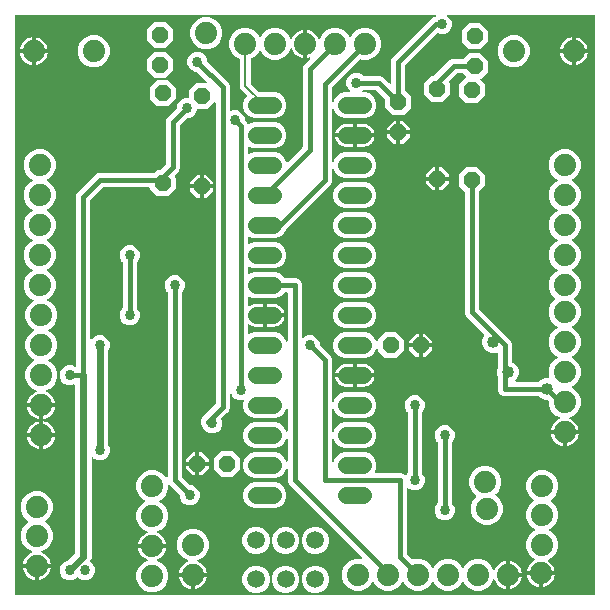
<source format=gbr>
G04 EAGLE Gerber RS-274X export*
G75*
%MOMM*%
%FSLAX34Y34*%
%LPD*%
%INBottom Copper*%
%IPPOS*%
%AMOC8*
5,1,8,0,0,1.08239X$1,22.5*%
G01*
%ADD10P,1.539592X8X292.500000*%
%ADD11P,1.539592X8X202.500000*%
%ADD12P,1.539592X8X22.500000*%
%ADD13P,1.539592X8X112.500000*%
%ADD14C,1.422400*%
%ADD15C,1.879600*%
%ADD16C,1.509600*%
%ADD17C,0.858000*%
%ADD18C,0.609600*%
%ADD19C,1.016000*%
%ADD20C,0.406400*%
%ADD21C,0.152400*%

G36*
X495194Y4068D02*
X495194Y4068D01*
X495213Y4066D01*
X495315Y4088D01*
X495417Y4104D01*
X495434Y4114D01*
X495454Y4118D01*
X495543Y4171D01*
X495634Y4220D01*
X495648Y4234D01*
X495665Y4244D01*
X495732Y4323D01*
X495804Y4398D01*
X495812Y4416D01*
X495825Y4431D01*
X495864Y4527D01*
X495907Y4621D01*
X495909Y4641D01*
X495917Y4659D01*
X495935Y4826D01*
X495935Y495174D01*
X495932Y495194D01*
X495934Y495213D01*
X495912Y495315D01*
X495896Y495417D01*
X495886Y495434D01*
X495882Y495454D01*
X495829Y495543D01*
X495780Y495634D01*
X495766Y495648D01*
X495756Y495665D01*
X495677Y495732D01*
X495602Y495804D01*
X495584Y495812D01*
X495569Y495825D01*
X495473Y495864D01*
X495379Y495907D01*
X495359Y495909D01*
X495341Y495917D01*
X495174Y495935D01*
X371158Y495935D01*
X371087Y495924D01*
X371015Y495922D01*
X370967Y495904D01*
X370915Y495896D01*
X370852Y495862D01*
X370784Y495837D01*
X370744Y495805D01*
X370698Y495780D01*
X370648Y495728D01*
X370592Y495684D01*
X370564Y495640D01*
X370528Y495602D01*
X370498Y495537D01*
X370459Y495477D01*
X370447Y495426D01*
X370425Y495379D01*
X370417Y495308D01*
X370399Y495238D01*
X370403Y495186D01*
X370398Y495135D01*
X370413Y495064D01*
X370419Y494993D01*
X370439Y494945D01*
X370450Y494894D01*
X370487Y494833D01*
X370515Y494767D01*
X370560Y494711D01*
X370576Y494683D01*
X370594Y494668D01*
X370620Y494636D01*
X372843Y492413D01*
X374115Y489342D01*
X374115Y486018D01*
X372843Y482947D01*
X370493Y480597D01*
X367422Y479325D01*
X364098Y479325D01*
X362340Y480053D01*
X362227Y480080D01*
X362113Y480109D01*
X362107Y480108D01*
X362101Y480110D01*
X361984Y480099D01*
X361868Y480090D01*
X361862Y480087D01*
X361856Y480087D01*
X361748Y480039D01*
X361641Y479993D01*
X361636Y479989D01*
X361631Y479987D01*
X361617Y479974D01*
X361511Y479888D01*
X335250Y453628D01*
X335197Y453554D01*
X335137Y453484D01*
X335125Y453454D01*
X335106Y453428D01*
X335079Y453341D01*
X335045Y453256D01*
X335041Y453215D01*
X335034Y453193D01*
X335035Y453161D01*
X335027Y453089D01*
X335027Y431665D01*
X335041Y431575D01*
X335049Y431484D01*
X335061Y431454D01*
X335066Y431422D01*
X335109Y431341D01*
X335145Y431258D01*
X335171Y431225D01*
X335182Y431205D01*
X335205Y431183D01*
X335250Y431127D01*
X340107Y426270D01*
X340107Y417010D01*
X333560Y410463D01*
X324300Y410463D01*
X317753Y417010D01*
X317753Y423879D01*
X317739Y423969D01*
X317731Y424060D01*
X317719Y424090D01*
X317714Y424122D01*
X317671Y424203D01*
X317635Y424287D01*
X317609Y424319D01*
X317598Y424339D01*
X317575Y424362D01*
X317530Y424418D01*
X310118Y431830D01*
X310044Y431883D01*
X309974Y431943D01*
X309944Y431955D01*
X309918Y431974D01*
X309831Y432001D01*
X309746Y432035D01*
X309705Y432039D01*
X309683Y432046D01*
X309651Y432045D01*
X309579Y432053D01*
X299404Y432053D01*
X299314Y432039D01*
X299223Y432031D01*
X299193Y432019D01*
X299161Y432014D01*
X299081Y431971D01*
X298997Y431935D01*
X298965Y431909D01*
X298944Y431898D01*
X298922Y431875D01*
X298866Y431830D01*
X298612Y431576D01*
X298570Y431518D01*
X298520Y431466D01*
X298498Y431419D01*
X298468Y431377D01*
X298447Y431308D01*
X298417Y431243D01*
X298411Y431191D01*
X298396Y431141D01*
X298398Y431070D01*
X298390Y430999D01*
X298401Y430948D01*
X298402Y430896D01*
X298427Y430828D01*
X298442Y430758D01*
X298469Y430713D01*
X298487Y430665D01*
X298531Y430609D01*
X298568Y430547D01*
X298608Y430513D01*
X298640Y430473D01*
X298700Y430434D01*
X298755Y430387D01*
X298803Y430368D01*
X298847Y430340D01*
X298917Y430322D01*
X298983Y430295D01*
X299054Y430287D01*
X299086Y430279D01*
X299109Y430281D01*
X299150Y430277D01*
X301435Y430277D01*
X305543Y428575D01*
X308687Y425431D01*
X310389Y421323D01*
X310389Y416877D01*
X308687Y412769D01*
X305543Y409625D01*
X301435Y407923D01*
X282765Y407923D01*
X278657Y409625D01*
X275513Y412769D01*
X274261Y415790D01*
X274210Y415873D01*
X274164Y415959D01*
X274146Y415977D01*
X274132Y415999D01*
X274056Y416062D01*
X273986Y416129D01*
X273962Y416140D01*
X273942Y416156D01*
X273851Y416191D01*
X273763Y416232D01*
X273737Y416235D01*
X273713Y416244D01*
X273615Y416249D01*
X273519Y416259D01*
X273493Y416254D01*
X273467Y416255D01*
X273373Y416228D01*
X273278Y416207D01*
X273256Y416194D01*
X273231Y416186D01*
X273151Y416131D01*
X273067Y416081D01*
X273050Y416061D01*
X273029Y416046D01*
X272970Y415968D01*
X272907Y415894D01*
X272897Y415870D01*
X272882Y415849D01*
X272852Y415756D01*
X272815Y415666D01*
X272812Y415633D01*
X272806Y415615D01*
X272806Y415582D01*
X272797Y415499D01*
X272797Y371901D01*
X272812Y371805D01*
X272822Y371708D01*
X272832Y371684D01*
X272836Y371658D01*
X272882Y371572D01*
X272922Y371483D01*
X272939Y371464D01*
X272952Y371441D01*
X273022Y371374D01*
X273088Y371302D01*
X273111Y371289D01*
X273130Y371271D01*
X273218Y371230D01*
X273304Y371183D01*
X273329Y371179D01*
X273353Y371168D01*
X273450Y371157D01*
X273546Y371140D01*
X273572Y371144D01*
X273597Y371141D01*
X273693Y371161D01*
X273789Y371176D01*
X273812Y371187D01*
X273838Y371193D01*
X273921Y371243D01*
X274008Y371287D01*
X274027Y371306D01*
X274049Y371319D01*
X274112Y371393D01*
X274180Y371463D01*
X274196Y371491D01*
X274209Y371506D01*
X274221Y371537D01*
X274261Y371610D01*
X275513Y374631D01*
X278657Y377775D01*
X282765Y379477D01*
X301435Y379477D01*
X305543Y377775D01*
X308687Y374631D01*
X310389Y370523D01*
X310389Y366077D01*
X308687Y361969D01*
X305543Y358825D01*
X301435Y357123D01*
X282765Y357123D01*
X278657Y358825D01*
X275513Y361969D01*
X274261Y364990D01*
X274210Y365073D01*
X274164Y365159D01*
X274146Y365177D01*
X274132Y365199D01*
X274056Y365262D01*
X273986Y365329D01*
X273962Y365340D01*
X273942Y365356D01*
X273851Y365391D01*
X273763Y365432D01*
X273737Y365435D01*
X273713Y365444D01*
X273615Y365449D01*
X273519Y365459D01*
X273493Y365454D01*
X273467Y365455D01*
X273373Y365428D01*
X273278Y365407D01*
X273256Y365394D01*
X273231Y365386D01*
X273151Y365331D01*
X273067Y365281D01*
X273050Y365261D01*
X273029Y365246D01*
X272970Y365168D01*
X272907Y365094D01*
X272897Y365070D01*
X272882Y365049D01*
X272852Y364956D01*
X272815Y364866D01*
X272812Y364833D01*
X272806Y364815D01*
X272806Y364782D01*
X272797Y364699D01*
X272797Y354387D01*
X271869Y352146D01*
X233723Y314001D01*
X233685Y313948D01*
X233639Y313901D01*
X233599Y313828D01*
X233579Y313801D01*
X233574Y313783D01*
X233558Y313754D01*
X232487Y311169D01*
X229343Y308025D01*
X225235Y306323D01*
X206565Y306323D01*
X202729Y307912D01*
X202685Y307922D01*
X202643Y307942D01*
X202566Y307950D01*
X202490Y307968D01*
X202444Y307964D01*
X202399Y307969D01*
X202322Y307952D01*
X202245Y307945D01*
X202203Y307926D01*
X202158Y307917D01*
X202091Y307877D01*
X202020Y307845D01*
X201986Y307814D01*
X201947Y307790D01*
X201896Y307731D01*
X201839Y307679D01*
X201817Y307638D01*
X201787Y307604D01*
X201758Y307531D01*
X201721Y307463D01*
X201712Y307418D01*
X201695Y307375D01*
X201680Y307239D01*
X201677Y307221D01*
X201678Y307216D01*
X201677Y307209D01*
X201677Y302391D01*
X201684Y302346D01*
X201682Y302300D01*
X201704Y302225D01*
X201716Y302149D01*
X201738Y302108D01*
X201751Y302064D01*
X201795Y302000D01*
X201832Y301931D01*
X201865Y301900D01*
X201891Y301862D01*
X201953Y301815D01*
X202010Y301762D01*
X202052Y301742D01*
X202088Y301715D01*
X202162Y301691D01*
X202233Y301658D01*
X202279Y301653D01*
X202322Y301639D01*
X202400Y301640D01*
X202477Y301631D01*
X202522Y301641D01*
X202568Y301641D01*
X202700Y301679D01*
X202718Y301683D01*
X202722Y301686D01*
X202729Y301688D01*
X206565Y303277D01*
X225235Y303277D01*
X229343Y301575D01*
X232487Y298431D01*
X234189Y294323D01*
X234189Y289877D01*
X232487Y285769D01*
X229343Y282625D01*
X225235Y280923D01*
X206565Y280923D01*
X202729Y282512D01*
X202685Y282522D01*
X202643Y282542D01*
X202566Y282550D01*
X202490Y282568D01*
X202444Y282564D01*
X202399Y282569D01*
X202322Y282552D01*
X202245Y282545D01*
X202203Y282526D01*
X202158Y282517D01*
X202091Y282477D01*
X202020Y282445D01*
X201986Y282414D01*
X201947Y282390D01*
X201896Y282331D01*
X201839Y282279D01*
X201817Y282238D01*
X201787Y282204D01*
X201758Y282131D01*
X201721Y282063D01*
X201712Y282018D01*
X201695Y281975D01*
X201680Y281839D01*
X201677Y281821D01*
X201678Y281816D01*
X201677Y281809D01*
X201677Y276991D01*
X201684Y276946D01*
X201682Y276900D01*
X201704Y276825D01*
X201716Y276749D01*
X201738Y276708D01*
X201751Y276664D01*
X201795Y276600D01*
X201832Y276531D01*
X201865Y276500D01*
X201891Y276462D01*
X201953Y276415D01*
X202010Y276362D01*
X202052Y276342D01*
X202088Y276315D01*
X202162Y276291D01*
X202233Y276258D01*
X202279Y276253D01*
X202322Y276239D01*
X202400Y276240D01*
X202477Y276231D01*
X202522Y276241D01*
X202568Y276241D01*
X202700Y276279D01*
X202718Y276283D01*
X202722Y276286D01*
X202729Y276288D01*
X206565Y277877D01*
X225235Y277877D01*
X229343Y276175D01*
X232499Y273020D01*
X232573Y272967D01*
X232642Y272907D01*
X232672Y272895D01*
X232698Y272876D01*
X232785Y272849D01*
X232870Y272815D01*
X232911Y272811D01*
X232933Y272804D01*
X232966Y272805D01*
X233037Y272797D01*
X242513Y272797D01*
X244754Y271869D01*
X246469Y270154D01*
X247397Y267913D01*
X247397Y222950D01*
X247408Y222879D01*
X247410Y222807D01*
X247428Y222759D01*
X247436Y222707D01*
X247470Y222644D01*
X247495Y222576D01*
X247527Y222536D01*
X247552Y222490D01*
X247603Y222440D01*
X247648Y222384D01*
X247692Y222356D01*
X247730Y222320D01*
X247795Y222290D01*
X247855Y222251D01*
X247906Y222239D01*
X247953Y222217D01*
X248024Y222209D01*
X248094Y222191D01*
X248146Y222195D01*
X248197Y222190D01*
X248268Y222205D01*
X248339Y222211D01*
X248387Y222231D01*
X248438Y222242D01*
X248499Y222279D01*
X248565Y222307D01*
X248621Y222352D01*
X248649Y222368D01*
X248664Y222386D01*
X248696Y222412D01*
X249267Y222983D01*
X252338Y224255D01*
X255662Y224255D01*
X258733Y222983D01*
X261083Y220633D01*
X262355Y217562D01*
X262355Y216483D01*
X262369Y216393D01*
X262377Y216302D01*
X262389Y216272D01*
X262394Y216240D01*
X262437Y216159D01*
X262473Y216075D01*
X262499Y216043D01*
X262510Y216023D01*
X262533Y216000D01*
X262578Y215944D01*
X271869Y206654D01*
X272797Y204413D01*
X272797Y168701D01*
X272812Y168605D01*
X272822Y168508D01*
X272832Y168484D01*
X272836Y168458D01*
X272882Y168372D01*
X272922Y168283D01*
X272939Y168264D01*
X272952Y168241D01*
X273022Y168174D01*
X273088Y168102D01*
X273111Y168089D01*
X273130Y168071D01*
X273218Y168030D01*
X273304Y167983D01*
X273329Y167979D01*
X273353Y167968D01*
X273450Y167957D01*
X273546Y167940D01*
X273572Y167944D01*
X273597Y167941D01*
X273693Y167961D01*
X273789Y167976D01*
X273812Y167987D01*
X273838Y167993D01*
X273921Y168043D01*
X274008Y168087D01*
X274027Y168106D01*
X274049Y168119D01*
X274112Y168193D01*
X274180Y168263D01*
X274196Y168291D01*
X274209Y168306D01*
X274221Y168337D01*
X274261Y168410D01*
X275513Y171431D01*
X278657Y174575D01*
X282765Y176277D01*
X301435Y176277D01*
X305543Y174575D01*
X308687Y171431D01*
X310389Y167323D01*
X310389Y162877D01*
X308687Y158769D01*
X305543Y155625D01*
X301435Y153923D01*
X282765Y153923D01*
X278657Y155625D01*
X275513Y158769D01*
X274261Y161790D01*
X274210Y161873D01*
X274164Y161959D01*
X274145Y161977D01*
X274132Y161999D01*
X274057Y162062D01*
X273986Y162129D01*
X273962Y162140D01*
X273942Y162156D01*
X273851Y162191D01*
X273763Y162232D01*
X273737Y162235D01*
X273713Y162244D01*
X273615Y162249D01*
X273519Y162259D01*
X273493Y162254D01*
X273467Y162255D01*
X273373Y162228D01*
X273278Y162207D01*
X273256Y162194D01*
X273231Y162186D01*
X273151Y162131D01*
X273067Y162081D01*
X273050Y162061D01*
X273029Y162046D01*
X272970Y161968D01*
X272907Y161894D01*
X272897Y161870D01*
X272882Y161849D01*
X272852Y161756D01*
X272815Y161666D01*
X272812Y161633D01*
X272806Y161615D01*
X272806Y161582D01*
X272797Y161499D01*
X272797Y143301D01*
X272812Y143205D01*
X272822Y143108D01*
X272832Y143084D01*
X272836Y143058D01*
X272882Y142972D01*
X272922Y142883D01*
X272939Y142864D01*
X272952Y142841D01*
X273022Y142774D01*
X273088Y142702D01*
X273111Y142689D01*
X273130Y142671D01*
X273218Y142630D01*
X273304Y142583D01*
X273329Y142579D01*
X273353Y142568D01*
X273450Y142557D01*
X273546Y142540D01*
X273572Y142544D01*
X273597Y142541D01*
X273693Y142561D01*
X273789Y142576D01*
X273812Y142587D01*
X273838Y142593D01*
X273921Y142643D01*
X274008Y142687D01*
X274027Y142706D01*
X274049Y142719D01*
X274112Y142793D01*
X274180Y142863D01*
X274196Y142891D01*
X274209Y142906D01*
X274221Y142937D01*
X274261Y143010D01*
X275513Y146031D01*
X278657Y149175D01*
X282765Y150877D01*
X301435Y150877D01*
X305543Y149175D01*
X308687Y146031D01*
X310389Y141923D01*
X310389Y137477D01*
X308687Y133369D01*
X305543Y130225D01*
X301435Y128523D01*
X282765Y128523D01*
X278657Y130225D01*
X275513Y133369D01*
X274261Y136390D01*
X274210Y136473D01*
X274164Y136559D01*
X274145Y136577D01*
X274132Y136599D01*
X274057Y136662D01*
X273986Y136729D01*
X273962Y136740D01*
X273942Y136756D01*
X273851Y136791D01*
X273763Y136832D01*
X273737Y136835D01*
X273713Y136844D01*
X273615Y136849D01*
X273519Y136859D01*
X273493Y136854D01*
X273467Y136855D01*
X273373Y136828D01*
X273278Y136807D01*
X273256Y136794D01*
X273231Y136786D01*
X273151Y136731D01*
X273067Y136681D01*
X273050Y136661D01*
X273029Y136646D01*
X272970Y136568D01*
X272907Y136494D01*
X272897Y136470D01*
X272882Y136449D01*
X272852Y136356D01*
X272815Y136266D01*
X272812Y136233D01*
X272806Y136215D01*
X272806Y136182D01*
X272797Y136099D01*
X272797Y117901D01*
X272812Y117805D01*
X272822Y117708D01*
X272832Y117684D01*
X272836Y117658D01*
X272882Y117572D01*
X272922Y117483D01*
X272939Y117464D01*
X272952Y117441D01*
X273022Y117374D01*
X273088Y117302D01*
X273111Y117289D01*
X273130Y117271D01*
X273218Y117230D01*
X273304Y117183D01*
X273329Y117179D01*
X273353Y117168D01*
X273450Y117157D01*
X273546Y117140D01*
X273572Y117144D01*
X273597Y117141D01*
X273693Y117161D01*
X273789Y117176D01*
X273812Y117187D01*
X273838Y117193D01*
X273921Y117243D01*
X274008Y117287D01*
X274027Y117306D01*
X274049Y117319D01*
X274112Y117393D01*
X274180Y117463D01*
X274196Y117491D01*
X274209Y117506D01*
X274221Y117537D01*
X274261Y117610D01*
X275513Y120631D01*
X278657Y123775D01*
X282765Y125477D01*
X301435Y125477D01*
X305543Y123775D01*
X308687Y120631D01*
X310389Y116523D01*
X310389Y112077D01*
X309010Y108749D01*
X309000Y108705D01*
X308981Y108663D01*
X308972Y108586D01*
X308954Y108510D01*
X308959Y108464D01*
X308954Y108419D01*
X308970Y108342D01*
X308977Y108265D01*
X308996Y108223D01*
X309006Y108178D01*
X309046Y108111D01*
X309077Y108040D01*
X309108Y108006D01*
X309132Y107967D01*
X309191Y107916D01*
X309244Y107859D01*
X309284Y107837D01*
X309319Y107807D01*
X309391Y107778D01*
X309459Y107741D01*
X309504Y107732D01*
X309547Y107715D01*
X309683Y107700D01*
X309701Y107697D01*
X309706Y107698D01*
X309714Y107697D01*
X331413Y107697D01*
X333654Y106769D01*
X334506Y105917D01*
X334543Y105890D01*
X334574Y105856D01*
X334642Y105818D01*
X334705Y105773D01*
X334749Y105759D01*
X334789Y105737D01*
X334866Y105724D01*
X334940Y105701D01*
X334986Y105702D01*
X335031Y105694D01*
X335108Y105705D01*
X335186Y105707D01*
X335230Y105723D01*
X335275Y105729D01*
X335344Y105765D01*
X335417Y105791D01*
X335453Y105820D01*
X335494Y105841D01*
X335549Y105897D01*
X335609Y105945D01*
X335634Y105984D01*
X335666Y106017D01*
X335732Y106136D01*
X335742Y106152D01*
X335744Y106157D01*
X335747Y106164D01*
X335817Y106333D01*
X336580Y107096D01*
X336628Y107162D01*
X336632Y107167D01*
X336634Y107170D01*
X336693Y107239D01*
X336705Y107269D01*
X336724Y107295D01*
X336751Y107382D01*
X336785Y107467D01*
X336789Y107508D01*
X336796Y107531D01*
X336795Y107563D01*
X336803Y107634D01*
X336803Y159066D01*
X336789Y159156D01*
X336781Y159247D01*
X336769Y159277D01*
X336764Y159309D01*
X336721Y159389D01*
X336685Y159473D01*
X336659Y159505D01*
X336648Y159526D01*
X336625Y159548D01*
X336580Y159604D01*
X335817Y160367D01*
X334545Y163438D01*
X334545Y166762D01*
X335817Y169833D01*
X338167Y172183D01*
X341238Y173455D01*
X344562Y173455D01*
X347633Y172183D01*
X349983Y169833D01*
X351255Y166762D01*
X351255Y163438D01*
X349983Y160367D01*
X349220Y159604D01*
X349167Y159530D01*
X349107Y159461D01*
X349095Y159431D01*
X349076Y159405D01*
X349049Y159318D01*
X349015Y159233D01*
X349011Y159192D01*
X349004Y159169D01*
X349005Y159137D01*
X348997Y159066D01*
X348997Y107634D01*
X349011Y107544D01*
X349019Y107453D01*
X349031Y107423D01*
X349036Y107391D01*
X349079Y107311D01*
X349115Y107227D01*
X349141Y107195D01*
X349152Y107174D01*
X349175Y107152D01*
X349220Y107096D01*
X349983Y106333D01*
X351255Y103262D01*
X351255Y99938D01*
X349983Y96867D01*
X347633Y94517D01*
X344562Y93245D01*
X341238Y93245D01*
X338167Y94517D01*
X337596Y95088D01*
X337538Y95130D01*
X337486Y95180D01*
X337439Y95202D01*
X337397Y95232D01*
X337328Y95253D01*
X337263Y95283D01*
X337211Y95289D01*
X337161Y95304D01*
X337090Y95302D01*
X337019Y95310D01*
X336968Y95299D01*
X336916Y95298D01*
X336848Y95273D01*
X336778Y95258D01*
X336733Y95231D01*
X336685Y95213D01*
X336629Y95169D01*
X336567Y95132D01*
X336533Y95092D01*
X336493Y95060D01*
X336454Y94999D01*
X336407Y94945D01*
X336388Y94897D01*
X336360Y94853D01*
X336342Y94783D01*
X336315Y94717D01*
X336307Y94646D01*
X336299Y94614D01*
X336301Y94591D01*
X336297Y94550D01*
X336297Y39671D01*
X336311Y39581D01*
X336319Y39490D01*
X336331Y39460D01*
X336336Y39428D01*
X336379Y39347D01*
X336415Y39263D01*
X336441Y39231D01*
X336452Y39211D01*
X336475Y39188D01*
X336520Y39132D01*
X340873Y34779D01*
X340969Y34710D01*
X341062Y34641D01*
X341068Y34639D01*
X341073Y34635D01*
X341184Y34601D01*
X341296Y34565D01*
X341302Y34565D01*
X341308Y34563D01*
X341425Y34566D01*
X341542Y34567D01*
X341549Y34569D01*
X341554Y34569D01*
X341571Y34576D01*
X341703Y34614D01*
X342762Y35053D01*
X348118Y35053D01*
X353066Y33003D01*
X356853Y29216D01*
X357437Y27807D01*
X357474Y27746D01*
X357504Y27681D01*
X357539Y27642D01*
X357566Y27598D01*
X357622Y27552D01*
X357670Y27500D01*
X357716Y27475D01*
X357756Y27441D01*
X357823Y27416D01*
X357886Y27381D01*
X357937Y27372D01*
X357985Y27353D01*
X358057Y27350D01*
X358128Y27337D01*
X358179Y27345D01*
X358231Y27343D01*
X358300Y27363D01*
X358371Y27373D01*
X358417Y27397D01*
X358467Y27411D01*
X358526Y27452D01*
X358590Y27485D01*
X358627Y27522D01*
X358669Y27552D01*
X358712Y27609D01*
X358762Y27660D01*
X358797Y27723D01*
X358816Y27749D01*
X358823Y27771D01*
X358843Y27807D01*
X359427Y29216D01*
X363214Y33003D01*
X368162Y35053D01*
X373518Y35053D01*
X378466Y33003D01*
X382253Y29216D01*
X382837Y27807D01*
X382874Y27746D01*
X382904Y27681D01*
X382939Y27642D01*
X382966Y27598D01*
X383022Y27552D01*
X383070Y27500D01*
X383116Y27475D01*
X383156Y27441D01*
X383223Y27416D01*
X383286Y27381D01*
X383337Y27372D01*
X383385Y27353D01*
X383457Y27350D01*
X383528Y27337D01*
X383579Y27345D01*
X383631Y27343D01*
X383700Y27363D01*
X383771Y27373D01*
X383817Y27397D01*
X383867Y27411D01*
X383926Y27452D01*
X383990Y27485D01*
X384027Y27522D01*
X384069Y27552D01*
X384112Y27609D01*
X384162Y27660D01*
X384197Y27723D01*
X384216Y27749D01*
X384223Y27771D01*
X384243Y27807D01*
X384827Y29216D01*
X388614Y33003D01*
X393562Y35053D01*
X398918Y35053D01*
X403866Y33003D01*
X407653Y29216D01*
X409056Y25830D01*
X409109Y25744D01*
X409157Y25655D01*
X409174Y25640D01*
X409185Y25621D01*
X409263Y25557D01*
X409337Y25488D01*
X409358Y25479D01*
X409375Y25464D01*
X409469Y25428D01*
X409562Y25386D01*
X409584Y25384D01*
X409604Y25376D01*
X409705Y25372D01*
X409806Y25362D01*
X409828Y25367D01*
X409850Y25366D01*
X409947Y25394D01*
X410046Y25417D01*
X410065Y25428D01*
X410086Y25434D01*
X410169Y25492D01*
X410256Y25545D01*
X410270Y25562D01*
X410288Y25575D01*
X410349Y25656D01*
X410414Y25734D01*
X410425Y25758D01*
X410435Y25772D01*
X410445Y25803D01*
X410483Y25886D01*
X410576Y26173D01*
X411429Y27847D01*
X412534Y29368D01*
X413862Y30696D01*
X415383Y31801D01*
X417057Y32654D01*
X418844Y33235D01*
X420117Y33436D01*
X420117Y22352D01*
X420120Y22332D01*
X420118Y22313D01*
X420140Y22211D01*
X420157Y22109D01*
X420166Y22092D01*
X420170Y22072D01*
X420223Y21983D01*
X420272Y21892D01*
X420286Y21878D01*
X420296Y21861D01*
X420375Y21794D01*
X420450Y21723D01*
X420468Y21714D01*
X420483Y21701D01*
X420579Y21663D01*
X420673Y21619D01*
X420693Y21617D01*
X420711Y21609D01*
X420878Y21591D01*
X421641Y21591D01*
X421641Y21589D01*
X420878Y21589D01*
X420858Y21586D01*
X420839Y21588D01*
X420737Y21566D01*
X420635Y21549D01*
X420618Y21540D01*
X420598Y21536D01*
X420509Y21483D01*
X420418Y21434D01*
X420404Y21420D01*
X420387Y21410D01*
X420320Y21331D01*
X420249Y21256D01*
X420240Y21238D01*
X420227Y21223D01*
X420188Y21127D01*
X420145Y21033D01*
X420143Y21013D01*
X420135Y20995D01*
X420117Y20828D01*
X420117Y9744D01*
X418844Y9945D01*
X417057Y10526D01*
X415383Y11379D01*
X413862Y12484D01*
X412534Y13812D01*
X411429Y15333D01*
X410576Y17007D01*
X410483Y17294D01*
X410436Y17384D01*
X410395Y17476D01*
X410380Y17492D01*
X410370Y17512D01*
X410297Y17583D01*
X410229Y17657D01*
X410209Y17668D01*
X410193Y17683D01*
X410102Y17727D01*
X410013Y17776D01*
X409991Y17780D01*
X409971Y17789D01*
X409871Y17802D01*
X409771Y17820D01*
X409749Y17816D01*
X409727Y17819D01*
X409628Y17799D01*
X409528Y17784D01*
X409508Y17774D01*
X409486Y17769D01*
X409399Y17718D01*
X409309Y17672D01*
X409293Y17656D01*
X409274Y17645D01*
X409207Y17569D01*
X409136Y17497D01*
X409123Y17473D01*
X409112Y17460D01*
X409100Y17430D01*
X409056Y17350D01*
X407653Y13964D01*
X403866Y10177D01*
X398918Y8127D01*
X393562Y8127D01*
X388614Y10177D01*
X384827Y13964D01*
X384243Y15373D01*
X384205Y15434D01*
X384176Y15499D01*
X384141Y15538D01*
X384114Y15582D01*
X384058Y15628D01*
X384010Y15680D01*
X383964Y15705D01*
X383924Y15739D01*
X383857Y15764D01*
X383794Y15799D01*
X383743Y15808D01*
X383695Y15827D01*
X383623Y15830D01*
X383552Y15843D01*
X383501Y15835D01*
X383449Y15837D01*
X383380Y15817D01*
X383309Y15807D01*
X383263Y15783D01*
X383213Y15769D01*
X383154Y15728D01*
X383090Y15695D01*
X383053Y15658D01*
X383011Y15628D01*
X382968Y15571D01*
X382918Y15520D01*
X382883Y15457D01*
X382864Y15431D01*
X382857Y15409D01*
X382837Y15373D01*
X382253Y13964D01*
X378466Y10177D01*
X373518Y8127D01*
X368162Y8127D01*
X363214Y10177D01*
X359427Y13964D01*
X358843Y15373D01*
X358805Y15434D01*
X358776Y15499D01*
X358741Y15538D01*
X358714Y15582D01*
X358658Y15628D01*
X358610Y15680D01*
X358564Y15705D01*
X358524Y15739D01*
X358457Y15764D01*
X358394Y15799D01*
X358343Y15808D01*
X358295Y15827D01*
X358223Y15830D01*
X358152Y15843D01*
X358101Y15835D01*
X358049Y15837D01*
X357980Y15817D01*
X357909Y15807D01*
X357863Y15783D01*
X357813Y15769D01*
X357754Y15728D01*
X357690Y15695D01*
X357653Y15658D01*
X357611Y15628D01*
X357568Y15571D01*
X357518Y15520D01*
X357483Y15457D01*
X357464Y15431D01*
X357457Y15409D01*
X357437Y15373D01*
X356853Y13964D01*
X353066Y10177D01*
X348118Y8127D01*
X342762Y8127D01*
X337814Y10177D01*
X334027Y13964D01*
X333443Y15373D01*
X333405Y15434D01*
X333376Y15499D01*
X333341Y15538D01*
X333314Y15582D01*
X333258Y15628D01*
X333210Y15680D01*
X333164Y15705D01*
X333124Y15739D01*
X333057Y15764D01*
X332994Y15799D01*
X332943Y15808D01*
X332895Y15827D01*
X332823Y15830D01*
X332752Y15843D01*
X332701Y15835D01*
X332649Y15837D01*
X332580Y15817D01*
X332509Y15807D01*
X332463Y15783D01*
X332413Y15769D01*
X332354Y15728D01*
X332290Y15695D01*
X332253Y15658D01*
X332211Y15628D01*
X332168Y15571D01*
X332118Y15520D01*
X332083Y15457D01*
X332064Y15431D01*
X332057Y15409D01*
X332037Y15373D01*
X331453Y13964D01*
X327666Y10177D01*
X322718Y8127D01*
X317362Y8127D01*
X312414Y10177D01*
X308627Y13964D01*
X308043Y15373D01*
X308005Y15434D01*
X307976Y15499D01*
X307941Y15538D01*
X307914Y15582D01*
X307858Y15628D01*
X307810Y15680D01*
X307764Y15705D01*
X307724Y15739D01*
X307657Y15764D01*
X307594Y15799D01*
X307543Y15808D01*
X307495Y15827D01*
X307423Y15830D01*
X307352Y15843D01*
X307301Y15835D01*
X307249Y15837D01*
X307180Y15817D01*
X307109Y15807D01*
X307063Y15783D01*
X307013Y15769D01*
X306954Y15728D01*
X306890Y15695D01*
X306853Y15658D01*
X306811Y15628D01*
X306768Y15571D01*
X306718Y15520D01*
X306683Y15457D01*
X306664Y15431D01*
X306657Y15409D01*
X306637Y15373D01*
X306053Y13964D01*
X302266Y10177D01*
X297318Y8127D01*
X291962Y8127D01*
X287014Y10177D01*
X283227Y13964D01*
X281177Y18912D01*
X281177Y24268D01*
X283227Y29216D01*
X287014Y33003D01*
X291962Y35053D01*
X297387Y35053D01*
X297458Y35064D01*
X297530Y35066D01*
X297579Y35084D01*
X297630Y35092D01*
X297693Y35126D01*
X297761Y35151D01*
X297801Y35183D01*
X297848Y35208D01*
X297897Y35260D01*
X297953Y35304D01*
X297981Y35348D01*
X298017Y35386D01*
X298047Y35451D01*
X298086Y35511D01*
X298099Y35562D01*
X298121Y35609D01*
X298128Y35680D01*
X298146Y35750D01*
X298142Y35802D01*
X298148Y35853D01*
X298132Y35924D01*
X298127Y35995D01*
X298106Y36043D01*
X298095Y36094D01*
X298059Y36155D01*
X298030Y36221D01*
X297986Y36277D01*
X297969Y36305D01*
X297951Y36320D01*
X297926Y36352D01*
X236131Y98146D01*
X235203Y100387D01*
X235203Y110699D01*
X235188Y110795D01*
X235178Y110892D01*
X235168Y110916D01*
X235164Y110942D01*
X235118Y111028D01*
X235078Y111117D01*
X235061Y111136D01*
X235048Y111159D01*
X234978Y111226D01*
X234912Y111298D01*
X234889Y111311D01*
X234870Y111329D01*
X234782Y111370D01*
X234696Y111417D01*
X234671Y111421D01*
X234647Y111432D01*
X234550Y111443D01*
X234454Y111460D01*
X234428Y111456D01*
X234403Y111459D01*
X234307Y111439D01*
X234211Y111424D01*
X234188Y111413D01*
X234162Y111407D01*
X234079Y111357D01*
X233992Y111313D01*
X233973Y111294D01*
X233951Y111281D01*
X233888Y111207D01*
X233820Y111137D01*
X233804Y111109D01*
X233791Y111094D01*
X233779Y111063D01*
X233739Y110990D01*
X232487Y107969D01*
X229343Y104825D01*
X225235Y103123D01*
X206565Y103123D01*
X202457Y104825D01*
X199313Y107969D01*
X197611Y112077D01*
X197611Y116523D01*
X199313Y120631D01*
X202457Y123775D01*
X206565Y125477D01*
X225235Y125477D01*
X229343Y123775D01*
X232487Y120631D01*
X233739Y117610D01*
X233790Y117527D01*
X233836Y117441D01*
X233855Y117423D01*
X233868Y117401D01*
X233943Y117338D01*
X234014Y117271D01*
X234038Y117260D01*
X234058Y117244D01*
X234149Y117209D01*
X234237Y117168D01*
X234263Y117165D01*
X234287Y117156D01*
X234385Y117151D01*
X234481Y117141D01*
X234507Y117146D01*
X234533Y117145D01*
X234627Y117172D01*
X234722Y117193D01*
X234744Y117206D01*
X234769Y117214D01*
X234849Y117269D01*
X234933Y117319D01*
X234950Y117339D01*
X234971Y117354D01*
X235030Y117432D01*
X235093Y117506D01*
X235103Y117530D01*
X235118Y117551D01*
X235148Y117644D01*
X235185Y117734D01*
X235188Y117767D01*
X235194Y117785D01*
X235194Y117818D01*
X235203Y117901D01*
X235203Y136099D01*
X235188Y136195D01*
X235178Y136292D01*
X235168Y136316D01*
X235164Y136342D01*
X235118Y136428D01*
X235078Y136517D01*
X235061Y136536D01*
X235048Y136559D01*
X234978Y136626D01*
X234912Y136698D01*
X234889Y136711D01*
X234870Y136729D01*
X234782Y136770D01*
X234696Y136817D01*
X234671Y136821D01*
X234647Y136832D01*
X234550Y136843D01*
X234454Y136860D01*
X234428Y136856D01*
X234403Y136859D01*
X234307Y136839D01*
X234211Y136824D01*
X234188Y136813D01*
X234162Y136807D01*
X234079Y136757D01*
X233992Y136713D01*
X233973Y136694D01*
X233951Y136681D01*
X233888Y136607D01*
X233820Y136537D01*
X233804Y136509D01*
X233791Y136494D01*
X233779Y136463D01*
X233739Y136390D01*
X232487Y133369D01*
X229343Y130225D01*
X225235Y128523D01*
X206565Y128523D01*
X202457Y130225D01*
X199313Y133369D01*
X197611Y137477D01*
X197611Y141923D01*
X199313Y146031D01*
X202457Y149175D01*
X206565Y150877D01*
X225235Y150877D01*
X229343Y149175D01*
X232487Y146031D01*
X233739Y143010D01*
X233790Y142927D01*
X233836Y142841D01*
X233855Y142823D01*
X233868Y142801D01*
X233943Y142738D01*
X234014Y142671D01*
X234038Y142660D01*
X234058Y142644D01*
X234149Y142609D01*
X234237Y142568D01*
X234263Y142565D01*
X234287Y142556D01*
X234385Y142551D01*
X234481Y142541D01*
X234507Y142546D01*
X234533Y142545D01*
X234627Y142572D01*
X234722Y142593D01*
X234744Y142606D01*
X234769Y142614D01*
X234849Y142669D01*
X234933Y142719D01*
X234950Y142739D01*
X234971Y142754D01*
X235030Y142832D01*
X235093Y142906D01*
X235103Y142930D01*
X235118Y142951D01*
X235148Y143044D01*
X235185Y143134D01*
X235188Y143167D01*
X235194Y143185D01*
X235194Y143218D01*
X235203Y143301D01*
X235203Y161499D01*
X235188Y161595D01*
X235178Y161692D01*
X235168Y161716D01*
X235164Y161742D01*
X235118Y161828D01*
X235078Y161917D01*
X235061Y161936D01*
X235048Y161959D01*
X234978Y162026D01*
X234912Y162098D01*
X234889Y162111D01*
X234870Y162129D01*
X234782Y162170D01*
X234696Y162217D01*
X234671Y162221D01*
X234647Y162232D01*
X234550Y162243D01*
X234454Y162260D01*
X234428Y162256D01*
X234403Y162259D01*
X234307Y162239D01*
X234211Y162224D01*
X234188Y162213D01*
X234162Y162207D01*
X234079Y162157D01*
X233992Y162113D01*
X233973Y162094D01*
X233951Y162081D01*
X233888Y162007D01*
X233820Y161937D01*
X233804Y161909D01*
X233791Y161894D01*
X233779Y161863D01*
X233739Y161790D01*
X232487Y158769D01*
X229343Y155625D01*
X225235Y153923D01*
X206565Y153923D01*
X202457Y155625D01*
X199313Y158769D01*
X197611Y162877D01*
X197611Y167323D01*
X198054Y168393D01*
X198065Y168437D01*
X198084Y168479D01*
X198093Y168556D01*
X198110Y168632D01*
X198106Y168678D01*
X198111Y168723D01*
X198095Y168800D01*
X198087Y168877D01*
X198069Y168919D01*
X198059Y168964D01*
X198019Y169031D01*
X197987Y169102D01*
X197956Y169136D01*
X197933Y169175D01*
X197874Y169226D01*
X197821Y169283D01*
X197781Y169305D01*
X197746Y169335D01*
X197674Y169364D01*
X197605Y169401D01*
X197560Y169410D01*
X197518Y169427D01*
X197382Y169442D01*
X197363Y169445D01*
X197358Y169444D01*
X197351Y169445D01*
X193918Y169445D01*
X190847Y170717D01*
X188497Y173067D01*
X187901Y174506D01*
X187850Y174589D01*
X187804Y174675D01*
X187786Y174693D01*
X187772Y174715D01*
X187696Y174777D01*
X187626Y174844D01*
X187602Y174855D01*
X187582Y174872D01*
X187491Y174907D01*
X187403Y174948D01*
X187377Y174951D01*
X187353Y174960D01*
X187255Y174964D01*
X187159Y174975D01*
X187133Y174969D01*
X187107Y174971D01*
X187013Y174943D01*
X186918Y174923D01*
X186896Y174909D01*
X186871Y174902D01*
X186791Y174847D01*
X186707Y174797D01*
X186690Y174777D01*
X186669Y174762D01*
X186610Y174684D01*
X186547Y174610D01*
X186537Y174585D01*
X186522Y174564D01*
X186492Y174472D01*
X186455Y174382D01*
X186452Y174349D01*
X186446Y174331D01*
X186446Y174298D01*
X186437Y174215D01*
X186437Y162617D01*
X185509Y160376D01*
X183687Y158554D01*
X183686Y158554D01*
X179242Y154109D01*
X179174Y154015D01*
X179104Y153921D01*
X179102Y153915D01*
X179098Y153910D01*
X179064Y153799D01*
X179027Y153687D01*
X179027Y153681D01*
X179026Y153675D01*
X179029Y153558D01*
X179030Y153441D01*
X179032Y153434D01*
X179032Y153429D01*
X179038Y153411D01*
X179077Y153280D01*
X179805Y151522D01*
X179805Y148198D01*
X178533Y145127D01*
X176183Y142777D01*
X173112Y141505D01*
X169788Y141505D01*
X166717Y142777D01*
X164367Y145127D01*
X163963Y146103D01*
X163929Y146159D01*
X163903Y146219D01*
X163851Y146284D01*
X163834Y146312D01*
X163819Y146324D01*
X163798Y146350D01*
X162471Y147676D01*
X161543Y149917D01*
X161543Y152343D01*
X162471Y154584D01*
X174020Y166132D01*
X174073Y166206D01*
X174133Y166276D01*
X174145Y166306D01*
X174164Y166332D01*
X174191Y166419D01*
X174225Y166504D01*
X174229Y166545D01*
X174236Y166567D01*
X174235Y166599D01*
X174243Y166671D01*
X174243Y420759D01*
X174232Y420830D01*
X174230Y420902D01*
X174212Y420951D01*
X174204Y421002D01*
X174170Y421065D01*
X174145Y421133D01*
X174113Y421173D01*
X174088Y421219D01*
X174036Y421269D01*
X173992Y421325D01*
X173948Y421353D01*
X173910Y421389D01*
X173845Y421419D01*
X173785Y421458D01*
X173734Y421470D01*
X173687Y421492D01*
X173616Y421500D01*
X173546Y421518D01*
X173494Y421514D01*
X173443Y421519D01*
X173372Y421504D01*
X173301Y421499D01*
X173253Y421478D01*
X173202Y421467D01*
X173141Y421430D01*
X173075Y421402D01*
X173019Y421358D01*
X172991Y421341D01*
X172976Y421323D01*
X172944Y421297D01*
X167190Y415543D01*
X158976Y415543D01*
X158956Y415540D01*
X158937Y415542D01*
X158835Y415520D01*
X158733Y415504D01*
X158716Y415494D01*
X158696Y415490D01*
X158607Y415437D01*
X158516Y415388D01*
X158502Y415374D01*
X158485Y415364D01*
X158418Y415285D01*
X158346Y415210D01*
X158338Y415192D01*
X158325Y415177D01*
X158286Y415081D01*
X158243Y414987D01*
X158241Y414967D01*
X158233Y414949D01*
X158232Y414941D01*
X156943Y411827D01*
X154593Y409477D01*
X151522Y408205D01*
X150443Y408205D01*
X150353Y408191D01*
X150262Y408183D01*
X150232Y408171D01*
X150200Y408166D01*
X150119Y408123D01*
X150035Y408087D01*
X150003Y408061D01*
X149983Y408050D01*
X149960Y408027D01*
X149904Y407982D01*
X144750Y402828D01*
X144697Y402754D01*
X144637Y402684D01*
X144625Y402654D01*
X144606Y402628D01*
X144579Y402541D01*
X144545Y402456D01*
X144541Y402415D01*
X144534Y402393D01*
X144535Y402361D01*
X144527Y402289D01*
X144527Y365817D01*
X143599Y363576D01*
X139752Y359730D01*
X139741Y359714D01*
X139725Y359702D01*
X139669Y359614D01*
X139609Y359531D01*
X139603Y359512D01*
X139592Y359495D01*
X139567Y359394D01*
X139537Y359296D01*
X139537Y359276D01*
X139532Y359256D01*
X139540Y359153D01*
X139543Y359050D01*
X139550Y359031D01*
X139551Y359011D01*
X139592Y358916D01*
X139627Y358819D01*
X139640Y358803D01*
X139648Y358785D01*
X139752Y358654D01*
X140717Y357690D01*
X140717Y348430D01*
X134170Y341883D01*
X124910Y341883D01*
X118363Y348430D01*
X118363Y348742D01*
X118360Y348762D01*
X118362Y348781D01*
X118340Y348883D01*
X118324Y348985D01*
X118314Y349002D01*
X118310Y349022D01*
X118257Y349111D01*
X118208Y349202D01*
X118194Y349216D01*
X118184Y349233D01*
X118105Y349300D01*
X118030Y349372D01*
X118012Y349380D01*
X117997Y349393D01*
X117901Y349432D01*
X117807Y349475D01*
X117787Y349477D01*
X117769Y349485D01*
X117602Y349503D01*
X79041Y349503D01*
X78951Y349489D01*
X78860Y349481D01*
X78830Y349469D01*
X78798Y349464D01*
X78717Y349421D01*
X78633Y349385D01*
X78601Y349359D01*
X78581Y349348D01*
X78558Y349325D01*
X78502Y349280D01*
X68550Y339328D01*
X68497Y339254D01*
X68437Y339184D01*
X68425Y339154D01*
X68406Y339128D01*
X68379Y339041D01*
X68345Y338956D01*
X68341Y338915D01*
X68334Y338893D01*
X68335Y338861D01*
X68327Y338789D01*
X68327Y221680D01*
X68338Y221609D01*
X68340Y221537D01*
X68358Y221489D01*
X68366Y221437D01*
X68400Y221374D01*
X68425Y221306D01*
X68457Y221266D01*
X68482Y221220D01*
X68534Y221170D01*
X68578Y221114D01*
X68622Y221086D01*
X68660Y221050D01*
X68725Y221020D01*
X68785Y220981D01*
X68836Y220969D01*
X68883Y220947D01*
X68954Y220939D01*
X69024Y220921D01*
X69076Y220925D01*
X69127Y220920D01*
X69198Y220935D01*
X69269Y220941D01*
X69317Y220961D01*
X69368Y220972D01*
X69429Y221009D01*
X69495Y221037D01*
X69551Y221082D01*
X69579Y221098D01*
X69594Y221116D01*
X69626Y221142D01*
X71467Y222983D01*
X74538Y224255D01*
X77862Y224255D01*
X80933Y222983D01*
X83283Y220633D01*
X84555Y217562D01*
X84555Y214238D01*
X83371Y211380D01*
X83362Y211343D01*
X83356Y211330D01*
X83354Y211311D01*
X83331Y211255D01*
X83322Y211172D01*
X83315Y211140D01*
X83316Y211121D01*
X83313Y211088D01*
X83313Y131812D01*
X83323Y131747D01*
X83324Y131682D01*
X83347Y131602D01*
X83352Y131569D01*
X83362Y131552D01*
X83371Y131520D01*
X84555Y128662D01*
X84555Y125338D01*
X83283Y122267D01*
X80933Y119917D01*
X77862Y118645D01*
X74538Y118645D01*
X71467Y119917D01*
X70642Y120742D01*
X70584Y120784D01*
X70532Y120834D01*
X70485Y120856D01*
X70443Y120886D01*
X70374Y120907D01*
X70309Y120937D01*
X70257Y120943D01*
X70207Y120958D01*
X70136Y120956D01*
X70065Y120964D01*
X70014Y120953D01*
X69962Y120952D01*
X69894Y120927D01*
X69824Y120912D01*
X69779Y120885D01*
X69731Y120867D01*
X69675Y120823D01*
X69613Y120786D01*
X69579Y120746D01*
X69539Y120714D01*
X69500Y120653D01*
X69453Y120599D01*
X69434Y120551D01*
X69406Y120507D01*
X69388Y120437D01*
X69361Y120371D01*
X69353Y120300D01*
X69345Y120268D01*
X69347Y120245D01*
X69343Y120204D01*
X69343Y35415D01*
X68353Y33027D01*
X68327Y32913D01*
X68298Y32800D01*
X68299Y32793D01*
X68297Y32787D01*
X68308Y32671D01*
X68317Y32554D01*
X68320Y32549D01*
X68320Y32542D01*
X68368Y32435D01*
X68414Y32328D01*
X68418Y32322D01*
X68420Y32318D01*
X68433Y32304D01*
X68518Y32197D01*
X70583Y30133D01*
X71855Y27062D01*
X71855Y23738D01*
X70583Y20667D01*
X68233Y18317D01*
X65162Y17045D01*
X61838Y17045D01*
X58767Y18317D01*
X57688Y19396D01*
X57672Y19408D01*
X57660Y19424D01*
X57572Y19480D01*
X57489Y19540D01*
X57470Y19546D01*
X57453Y19557D01*
X57352Y19582D01*
X57253Y19612D01*
X57234Y19612D01*
X57214Y19617D01*
X57111Y19609D01*
X57008Y19606D01*
X56989Y19599D01*
X56969Y19597D01*
X56874Y19557D01*
X56777Y19521D01*
X56761Y19509D01*
X56743Y19501D01*
X56612Y19396D01*
X55533Y18317D01*
X52462Y17045D01*
X49138Y17045D01*
X46067Y18317D01*
X43717Y20667D01*
X42445Y23738D01*
X42445Y27062D01*
X43717Y30133D01*
X46067Y32483D01*
X48926Y33667D01*
X48982Y33701D01*
X49042Y33727D01*
X49107Y33779D01*
X49135Y33796D01*
X49148Y33812D01*
X49173Y33832D01*
X54894Y39553D01*
X54947Y39627D01*
X55007Y39697D01*
X55019Y39727D01*
X55038Y39753D01*
X55065Y39840D01*
X55099Y39925D01*
X55103Y39966D01*
X55110Y39988D01*
X55109Y40020D01*
X55117Y40092D01*
X55117Y182106D01*
X55110Y182151D01*
X55112Y182197D01*
X55090Y182272D01*
X55078Y182349D01*
X55056Y182389D01*
X55043Y182433D01*
X54999Y182497D01*
X54962Y182566D01*
X54929Y182598D01*
X54903Y182635D01*
X54841Y182682D01*
X54784Y182735D01*
X54742Y182755D01*
X54706Y182782D01*
X54632Y182806D01*
X54561Y182839D01*
X54515Y182844D01*
X54472Y182858D01*
X54394Y182858D01*
X54317Y182866D01*
X54272Y182856D01*
X54226Y182856D01*
X54094Y182818D01*
X54076Y182814D01*
X54072Y182811D01*
X54065Y182809D01*
X52462Y182145D01*
X49138Y182145D01*
X46067Y183417D01*
X43717Y185767D01*
X42445Y188838D01*
X42445Y192162D01*
X43717Y195233D01*
X46067Y197583D01*
X49138Y198855D01*
X52462Y198855D01*
X55081Y197770D01*
X55125Y197759D01*
X55167Y197740D01*
X55244Y197732D01*
X55320Y197714D01*
X55366Y197718D01*
X55411Y197713D01*
X55488Y197730D01*
X55565Y197737D01*
X55607Y197756D01*
X55652Y197765D01*
X55719Y197805D01*
X55790Y197837D01*
X55824Y197868D01*
X55863Y197891D01*
X55914Y197951D01*
X55971Y198003D01*
X55993Y198044D01*
X56023Y198078D01*
X56052Y198151D01*
X56089Y198219D01*
X56098Y198264D01*
X56115Y198307D01*
X56130Y198442D01*
X56133Y198461D01*
X56132Y198466D01*
X56133Y198473D01*
X56133Y342843D01*
X57061Y345084D01*
X72746Y360769D01*
X74987Y361697D01*
X122055Y361697D01*
X122145Y361711D01*
X122236Y361719D01*
X122266Y361731D01*
X122298Y361736D01*
X122379Y361779D01*
X122463Y361815D01*
X122495Y361841D01*
X122515Y361852D01*
X122537Y361875D01*
X122593Y361920D01*
X124910Y364237D01*
X126699Y364237D01*
X126789Y364251D01*
X126880Y364259D01*
X126910Y364271D01*
X126942Y364276D01*
X127023Y364319D01*
X127107Y364355D01*
X127139Y364381D01*
X127159Y364392D01*
X127182Y364415D01*
X127238Y364460D01*
X132110Y369332D01*
X132163Y369406D01*
X132223Y369476D01*
X132235Y369506D01*
X132254Y369532D01*
X132281Y369619D01*
X132315Y369704D01*
X132319Y369745D01*
X132326Y369767D01*
X132325Y369799D01*
X132333Y369871D01*
X132333Y406343D01*
X133261Y408584D01*
X141282Y416604D01*
X141335Y416678D01*
X141395Y416748D01*
X141407Y416778D01*
X141426Y416804D01*
X141453Y416891D01*
X141487Y416976D01*
X141491Y417017D01*
X141498Y417039D01*
X141497Y417071D01*
X141505Y417143D01*
X141505Y418222D01*
X142777Y421293D01*
X145127Y423643D01*
X148198Y424915D01*
X150622Y424915D01*
X150642Y424918D01*
X150661Y424916D01*
X150763Y424938D01*
X150865Y424954D01*
X150882Y424964D01*
X150902Y424968D01*
X150991Y425021D01*
X151082Y425070D01*
X151096Y425084D01*
X151113Y425094D01*
X151180Y425173D01*
X151252Y425248D01*
X151260Y425266D01*
X151273Y425281D01*
X151312Y425377D01*
X151355Y425471D01*
X151357Y425491D01*
X151365Y425509D01*
X151383Y425676D01*
X151383Y431350D01*
X157930Y437897D01*
X166323Y437897D01*
X166394Y437908D01*
X166466Y437910D01*
X166515Y437928D01*
X166566Y437936D01*
X166629Y437970D01*
X166697Y437995D01*
X166737Y438027D01*
X166784Y438052D01*
X166833Y438104D01*
X166889Y438148D01*
X166917Y438192D01*
X166953Y438230D01*
X166983Y438295D01*
X167022Y438355D01*
X167035Y438406D01*
X167057Y438453D01*
X167064Y438524D01*
X167082Y438594D01*
X167078Y438646D01*
X167084Y438697D01*
X167068Y438768D01*
X167063Y438839D01*
X167042Y438887D01*
X167031Y438938D01*
X166995Y438999D01*
X166966Y439065D01*
X166922Y439121D01*
X166905Y439149D01*
X166887Y439164D01*
X166862Y439196D01*
X158706Y447352D01*
X158632Y447405D01*
X158562Y447465D01*
X158532Y447477D01*
X158506Y447496D01*
X158419Y447523D01*
X158334Y447557D01*
X158293Y447561D01*
X158271Y447568D01*
X158239Y447567D01*
X158167Y447575D01*
X157088Y447575D01*
X154017Y448847D01*
X151667Y451197D01*
X150395Y454268D01*
X150395Y457592D01*
X151667Y460663D01*
X154017Y463013D01*
X157088Y464285D01*
X160412Y464285D01*
X163483Y463013D01*
X165833Y460663D01*
X167105Y457592D01*
X167105Y456513D01*
X167119Y456423D01*
X167127Y456332D01*
X167139Y456302D01*
X167144Y456270D01*
X167187Y456189D01*
X167223Y456105D01*
X167249Y456073D01*
X167260Y456053D01*
X167283Y456030D01*
X167328Y455974D01*
X185509Y437794D01*
X186437Y435553D01*
X186437Y414899D01*
X186444Y414854D01*
X186442Y414808D01*
X186464Y414733D01*
X186476Y414657D01*
X186498Y414616D01*
X186511Y414572D01*
X186555Y414508D01*
X186592Y414439D01*
X186625Y414408D01*
X186651Y414370D01*
X186714Y414323D01*
X186770Y414270D01*
X186812Y414250D01*
X186848Y414223D01*
X186922Y414199D01*
X186993Y414166D01*
X187039Y414161D01*
X187082Y414147D01*
X187160Y414148D01*
X187237Y414139D01*
X187282Y414149D01*
X187328Y414149D01*
X187460Y414187D01*
X187478Y414191D01*
X187482Y414194D01*
X187489Y414196D01*
X188838Y414755D01*
X192162Y414755D01*
X195233Y413483D01*
X197583Y411133D01*
X198855Y408062D01*
X198855Y406983D01*
X198869Y406893D01*
X198877Y406802D01*
X198889Y406772D01*
X198894Y406740D01*
X198937Y406659D01*
X198973Y406575D01*
X198999Y406543D01*
X199010Y406523D01*
X199033Y406500D01*
X199078Y406444D01*
X200749Y404774D01*
X201281Y403488D01*
X201305Y403449D01*
X201321Y403406D01*
X201370Y403345D01*
X201411Y403279D01*
X201446Y403250D01*
X201475Y403214D01*
X201540Y403172D01*
X201600Y403122D01*
X201643Y403106D01*
X201682Y403081D01*
X201757Y403062D01*
X201830Y403034D01*
X201876Y403032D01*
X201920Y403021D01*
X201998Y403027D01*
X202076Y403023D01*
X202120Y403036D01*
X202165Y403040D01*
X202237Y403070D01*
X202312Y403092D01*
X202349Y403118D01*
X202392Y403136D01*
X202423Y403161D01*
X206565Y404877D01*
X225235Y404877D01*
X229343Y403175D01*
X232487Y400031D01*
X234189Y395923D01*
X234189Y391477D01*
X232487Y387369D01*
X229343Y384225D01*
X225235Y382523D01*
X206565Y382523D01*
X202729Y384112D01*
X202685Y384122D01*
X202643Y384142D01*
X202566Y384150D01*
X202490Y384168D01*
X202444Y384164D01*
X202399Y384169D01*
X202322Y384152D01*
X202245Y384145D01*
X202203Y384126D01*
X202158Y384117D01*
X202091Y384077D01*
X202020Y384045D01*
X201986Y384014D01*
X201947Y383990D01*
X201896Y383931D01*
X201839Y383879D01*
X201817Y383838D01*
X201787Y383804D01*
X201758Y383731D01*
X201721Y383663D01*
X201712Y383618D01*
X201695Y383575D01*
X201680Y383439D01*
X201677Y383421D01*
X201678Y383416D01*
X201677Y383409D01*
X201677Y378591D01*
X201679Y378575D01*
X201678Y378560D01*
X201684Y378533D01*
X201682Y378500D01*
X201704Y378425D01*
X201716Y378349D01*
X201729Y378325D01*
X201730Y378320D01*
X201739Y378305D01*
X201751Y378264D01*
X201795Y378200D01*
X201832Y378131D01*
X201865Y378100D01*
X201891Y378062D01*
X201953Y378015D01*
X202010Y377962D01*
X202052Y377942D01*
X202088Y377915D01*
X202162Y377891D01*
X202233Y377858D01*
X202279Y377853D01*
X202322Y377839D01*
X202400Y377840D01*
X202477Y377831D01*
X202522Y377841D01*
X202568Y377841D01*
X202689Y377876D01*
X202701Y377878D01*
X202706Y377881D01*
X202718Y377883D01*
X202722Y377886D01*
X202729Y377888D01*
X206565Y379477D01*
X225235Y379477D01*
X229343Y377775D01*
X232487Y374631D01*
X233961Y371072D01*
X233986Y371033D01*
X234001Y370990D01*
X234050Y370929D01*
X234091Y370863D01*
X234126Y370834D01*
X234155Y370798D01*
X234221Y370756D01*
X234280Y370706D01*
X234323Y370690D01*
X234362Y370665D01*
X234438Y370646D01*
X234510Y370618D01*
X234556Y370616D01*
X234600Y370605D01*
X234678Y370611D01*
X234756Y370608D01*
X234800Y370620D01*
X234846Y370624D01*
X234917Y370654D01*
X234992Y370676D01*
X235030Y370702D01*
X235072Y370720D01*
X235179Y370806D01*
X235194Y370816D01*
X235197Y370820D01*
X235203Y370825D01*
X247680Y383302D01*
X247733Y383376D01*
X247793Y383446D01*
X247805Y383476D01*
X247824Y383502D01*
X247851Y383589D01*
X247885Y383674D01*
X247889Y383715D01*
X247896Y383737D01*
X247895Y383769D01*
X247903Y383841D01*
X247903Y450793D01*
X248831Y453034D01*
X250654Y454856D01*
X254206Y458408D01*
X254246Y458463D01*
X254293Y458512D01*
X254317Y458563D01*
X254350Y458608D01*
X254370Y458673D01*
X254399Y458734D01*
X254406Y458790D01*
X254422Y458843D01*
X254420Y458911D01*
X254428Y458978D01*
X254417Y459033D01*
X254416Y459089D01*
X254392Y459153D01*
X254379Y459219D01*
X254350Y459267D01*
X254331Y459320D01*
X254289Y459373D01*
X254255Y459431D01*
X254212Y459468D01*
X254178Y459512D01*
X254121Y459549D01*
X254069Y459593D01*
X254018Y459615D01*
X253971Y459645D01*
X253905Y459662D01*
X253842Y459687D01*
X253786Y459691D01*
X253732Y459705D01*
X253665Y459700D01*
X253597Y459704D01*
X253520Y459688D01*
X253487Y459686D01*
X253468Y459678D01*
X253433Y459670D01*
X252986Y459525D01*
X251713Y459324D01*
X251713Y470408D01*
X251710Y470428D01*
X251712Y470447D01*
X251690Y470549D01*
X251673Y470651D01*
X251664Y470668D01*
X251660Y470688D01*
X251607Y470777D01*
X251558Y470868D01*
X251544Y470882D01*
X251534Y470899D01*
X251455Y470966D01*
X251380Y471037D01*
X251362Y471046D01*
X251347Y471059D01*
X251251Y471097D01*
X251157Y471141D01*
X251137Y471143D01*
X251119Y471151D01*
X250952Y471169D01*
X249428Y471169D01*
X249408Y471166D01*
X249389Y471168D01*
X249287Y471146D01*
X249185Y471129D01*
X249168Y471120D01*
X249148Y471116D01*
X249059Y471063D01*
X248968Y471014D01*
X248954Y471000D01*
X248937Y470990D01*
X248870Y470911D01*
X248799Y470836D01*
X248790Y470818D01*
X248777Y470803D01*
X248738Y470707D01*
X248695Y470613D01*
X248693Y470593D01*
X248685Y470575D01*
X248667Y470408D01*
X248667Y459324D01*
X247394Y459525D01*
X245607Y460106D01*
X243933Y460959D01*
X242412Y462064D01*
X241084Y463392D01*
X239979Y464913D01*
X239126Y466587D01*
X239033Y466874D01*
X238986Y466964D01*
X238945Y467056D01*
X238930Y467072D01*
X238920Y467092D01*
X238847Y467163D01*
X238779Y467237D01*
X238759Y467248D01*
X238743Y467263D01*
X238652Y467307D01*
X238563Y467356D01*
X238541Y467360D01*
X238521Y467369D01*
X238421Y467382D01*
X238321Y467400D01*
X238299Y467396D01*
X238277Y467399D01*
X238178Y467379D01*
X238078Y467364D01*
X238058Y467354D01*
X238036Y467349D01*
X237949Y467298D01*
X237859Y467252D01*
X237843Y467236D01*
X237824Y467225D01*
X237757Y467149D01*
X237686Y467077D01*
X237673Y467053D01*
X237662Y467040D01*
X237650Y467010D01*
X237606Y466930D01*
X236203Y463544D01*
X232416Y459757D01*
X227468Y457707D01*
X222112Y457707D01*
X217164Y459757D01*
X213377Y463544D01*
X212793Y464953D01*
X212756Y465014D01*
X212726Y465079D01*
X212691Y465118D01*
X212664Y465162D01*
X212608Y465208D01*
X212560Y465260D01*
X212514Y465285D01*
X212474Y465319D01*
X212407Y465344D01*
X212344Y465379D01*
X212293Y465388D01*
X212245Y465407D01*
X212173Y465410D01*
X212102Y465423D01*
X212051Y465415D01*
X211999Y465417D01*
X211930Y465397D01*
X211859Y465387D01*
X211813Y465363D01*
X211763Y465349D01*
X211704Y465308D01*
X211640Y465275D01*
X211603Y465238D01*
X211561Y465208D01*
X211518Y465151D01*
X211468Y465100D01*
X211433Y465037D01*
X211414Y465011D01*
X211407Y464989D01*
X211387Y464953D01*
X210803Y463544D01*
X207016Y459757D01*
X204687Y458792D01*
X204587Y458730D01*
X204487Y458670D01*
X204483Y458666D01*
X204478Y458662D01*
X204403Y458572D01*
X204327Y458484D01*
X204325Y458478D01*
X204321Y458473D01*
X204279Y458364D01*
X204235Y458255D01*
X204234Y458248D01*
X204233Y458243D01*
X204232Y458225D01*
X204217Y458089D01*
X204217Y437925D01*
X204231Y437835D01*
X204239Y437744D01*
X204251Y437714D01*
X204256Y437682D01*
X204299Y437601D01*
X204335Y437517D01*
X204361Y437485D01*
X204372Y437465D01*
X204395Y437442D01*
X204440Y437386D01*
X211326Y430500D01*
X211400Y430447D01*
X211470Y430387D01*
X211500Y430375D01*
X211526Y430356D01*
X211613Y430329D01*
X211698Y430295D01*
X211739Y430291D01*
X211761Y430284D01*
X211793Y430285D01*
X211865Y430277D01*
X225235Y430277D01*
X229343Y428575D01*
X232487Y425431D01*
X234189Y421323D01*
X234189Y416877D01*
X232487Y412769D01*
X229343Y409625D01*
X225235Y407923D01*
X206565Y407923D01*
X202457Y409625D01*
X199313Y412769D01*
X197611Y416877D01*
X197611Y421323D01*
X199313Y425431D01*
X200490Y426608D01*
X200501Y426624D01*
X200517Y426636D01*
X200573Y426724D01*
X200633Y426808D01*
X200639Y426827D01*
X200650Y426843D01*
X200675Y426944D01*
X200705Y427043D01*
X200705Y427063D01*
X200710Y427082D01*
X200702Y427185D01*
X200699Y427289D01*
X200692Y427307D01*
X200691Y427327D01*
X200650Y427422D01*
X200615Y427520D01*
X200602Y427535D01*
X200594Y427553D01*
X200490Y427684D01*
X194563Y433611D01*
X194563Y458089D01*
X194544Y458203D01*
X194527Y458320D01*
X194525Y458325D01*
X194524Y458331D01*
X194469Y458434D01*
X194416Y458539D01*
X194411Y458543D01*
X194408Y458549D01*
X194324Y458629D01*
X194240Y458711D01*
X194234Y458715D01*
X194230Y458718D01*
X194213Y458726D01*
X194093Y458792D01*
X191764Y459757D01*
X187977Y463544D01*
X185927Y468492D01*
X185927Y473848D01*
X187977Y478796D01*
X191764Y482583D01*
X196712Y484633D01*
X202068Y484633D01*
X207016Y482583D01*
X210803Y478796D01*
X211387Y477387D01*
X211425Y477326D01*
X211454Y477261D01*
X211489Y477222D01*
X211516Y477178D01*
X211572Y477132D01*
X211620Y477080D01*
X211666Y477055D01*
X211706Y477021D01*
X211773Y476996D01*
X211836Y476961D01*
X211887Y476952D01*
X211935Y476933D01*
X212007Y476930D01*
X212078Y476917D01*
X212129Y476925D01*
X212181Y476923D01*
X212250Y476943D01*
X212321Y476953D01*
X212367Y476977D01*
X212417Y476991D01*
X212476Y477032D01*
X212540Y477065D01*
X212577Y477102D01*
X212619Y477132D01*
X212662Y477189D01*
X212712Y477240D01*
X212747Y477303D01*
X212766Y477329D01*
X212773Y477351D01*
X212793Y477387D01*
X213377Y478796D01*
X217164Y482583D01*
X222112Y484633D01*
X227468Y484633D01*
X232416Y482583D01*
X236203Y478796D01*
X237606Y475410D01*
X237659Y475324D01*
X237707Y475235D01*
X237724Y475220D01*
X237735Y475201D01*
X237813Y475137D01*
X237887Y475068D01*
X237908Y475059D01*
X237925Y475044D01*
X238019Y475008D01*
X238112Y474966D01*
X238134Y474964D01*
X238154Y474956D01*
X238255Y474952D01*
X238356Y474942D01*
X238378Y474947D01*
X238400Y474946D01*
X238497Y474974D01*
X238596Y474997D01*
X238615Y475008D01*
X238636Y475014D01*
X238719Y475072D01*
X238806Y475125D01*
X238820Y475142D01*
X238838Y475155D01*
X238899Y475236D01*
X238964Y475314D01*
X238975Y475338D01*
X238985Y475352D01*
X238995Y475383D01*
X239033Y475466D01*
X239126Y475753D01*
X239979Y477427D01*
X241084Y478948D01*
X242412Y480276D01*
X243933Y481381D01*
X245607Y482234D01*
X247394Y482815D01*
X248667Y483016D01*
X248667Y471932D01*
X248670Y471912D01*
X248668Y471893D01*
X248690Y471791D01*
X248707Y471689D01*
X248716Y471672D01*
X248720Y471652D01*
X248773Y471563D01*
X248822Y471472D01*
X248836Y471458D01*
X248846Y471441D01*
X248925Y471374D01*
X249000Y471303D01*
X249018Y471294D01*
X249033Y471281D01*
X249129Y471243D01*
X249223Y471199D01*
X249243Y471197D01*
X249261Y471189D01*
X249428Y471171D01*
X250952Y471171D01*
X250972Y471174D01*
X250991Y471172D01*
X251093Y471194D01*
X251195Y471211D01*
X251212Y471220D01*
X251232Y471224D01*
X251321Y471277D01*
X251412Y471326D01*
X251426Y471340D01*
X251443Y471350D01*
X251510Y471429D01*
X251581Y471504D01*
X251590Y471522D01*
X251603Y471537D01*
X251642Y471633D01*
X251685Y471727D01*
X251687Y471747D01*
X251695Y471765D01*
X251713Y471932D01*
X251713Y483016D01*
X252986Y482815D01*
X254773Y482234D01*
X256447Y481381D01*
X257968Y480276D01*
X259296Y478948D01*
X260401Y477427D01*
X261254Y475753D01*
X261347Y475466D01*
X261394Y475376D01*
X261435Y475284D01*
X261450Y475268D01*
X261460Y475248D01*
X261533Y475177D01*
X261601Y475103D01*
X261621Y475092D01*
X261637Y475077D01*
X261728Y475033D01*
X261817Y474984D01*
X261839Y474980D01*
X261859Y474971D01*
X261959Y474958D01*
X262059Y474940D01*
X262081Y474944D01*
X262103Y474941D01*
X262202Y474961D01*
X262302Y474976D01*
X262322Y474986D01*
X262344Y474991D01*
X262431Y475042D01*
X262521Y475088D01*
X262537Y475104D01*
X262556Y475115D01*
X262623Y475191D01*
X262694Y475263D01*
X262707Y475287D01*
X262718Y475300D01*
X262730Y475330D01*
X262774Y475410D01*
X264177Y478796D01*
X267964Y482583D01*
X272912Y484633D01*
X278268Y484633D01*
X283216Y482583D01*
X287003Y478796D01*
X287587Y477387D01*
X287625Y477326D01*
X287654Y477261D01*
X287689Y477222D01*
X287716Y477178D01*
X287772Y477132D01*
X287820Y477080D01*
X287866Y477055D01*
X287906Y477021D01*
X287973Y476996D01*
X288036Y476961D01*
X288087Y476952D01*
X288135Y476933D01*
X288207Y476930D01*
X288278Y476917D01*
X288329Y476925D01*
X288381Y476923D01*
X288450Y476943D01*
X288521Y476953D01*
X288567Y476977D01*
X288617Y476991D01*
X288676Y477032D01*
X288740Y477065D01*
X288777Y477102D01*
X288819Y477132D01*
X288862Y477189D01*
X288912Y477240D01*
X288947Y477303D01*
X288966Y477329D01*
X288973Y477351D01*
X288993Y477387D01*
X289577Y478796D01*
X293364Y482583D01*
X298312Y484633D01*
X303668Y484633D01*
X308616Y482583D01*
X312403Y478796D01*
X314453Y473848D01*
X314453Y468492D01*
X312403Y463544D01*
X308616Y459757D01*
X303668Y457707D01*
X298312Y457707D01*
X297253Y458146D01*
X297140Y458173D01*
X297026Y458201D01*
X297019Y458201D01*
X297013Y458202D01*
X296897Y458191D01*
X296780Y458182D01*
X296775Y458180D01*
X296768Y458179D01*
X296660Y458131D01*
X296554Y458086D01*
X296548Y458081D01*
X296544Y458079D01*
X296530Y458066D01*
X296423Y457981D01*
X273020Y434578D01*
X272967Y434504D01*
X272907Y434434D01*
X272895Y434404D01*
X272876Y434378D01*
X272849Y434291D01*
X272815Y434206D01*
X272811Y434165D01*
X272804Y434143D01*
X272805Y434111D01*
X272797Y434039D01*
X272797Y422701D01*
X272812Y422605D01*
X272822Y422508D01*
X272832Y422484D01*
X272836Y422458D01*
X272882Y422372D01*
X272922Y422283D01*
X272939Y422264D01*
X272952Y422241D01*
X273022Y422174D01*
X273088Y422102D01*
X273111Y422089D01*
X273130Y422071D01*
X273218Y422030D01*
X273304Y421983D01*
X273329Y421979D01*
X273353Y421968D01*
X273450Y421957D01*
X273546Y421940D01*
X273572Y421944D01*
X273597Y421941D01*
X273693Y421961D01*
X273789Y421976D01*
X273812Y421987D01*
X273838Y421993D01*
X273921Y422043D01*
X274008Y422087D01*
X274027Y422106D01*
X274049Y422119D01*
X274112Y422193D01*
X274180Y422263D01*
X274196Y422291D01*
X274209Y422306D01*
X274221Y422337D01*
X274261Y422410D01*
X275513Y425431D01*
X278657Y428575D01*
X282765Y430277D01*
X287590Y430277D01*
X287661Y430288D01*
X287733Y430290D01*
X287781Y430308D01*
X287833Y430316D01*
X287896Y430350D01*
X287964Y430375D01*
X288004Y430407D01*
X288050Y430432D01*
X288100Y430484D01*
X288156Y430528D01*
X288184Y430572D01*
X288220Y430610D01*
X288250Y430675D01*
X288289Y430735D01*
X288301Y430786D01*
X288323Y430833D01*
X288331Y430904D01*
X288349Y430974D01*
X288345Y431026D01*
X288350Y431077D01*
X288335Y431148D01*
X288329Y431219D01*
X288309Y431267D01*
X288298Y431318D01*
X288261Y431379D01*
X288233Y431445D01*
X288188Y431501D01*
X288172Y431529D01*
X288154Y431544D01*
X288128Y431576D01*
X286287Y433417D01*
X285015Y436488D01*
X285015Y439812D01*
X286287Y442883D01*
X288637Y445233D01*
X291708Y446505D01*
X295032Y446505D01*
X298103Y445233D01*
X298866Y444470D01*
X298940Y444417D01*
X299009Y444357D01*
X299039Y444345D01*
X299065Y444326D01*
X299152Y444299D01*
X299237Y444265D01*
X299278Y444261D01*
X299301Y444254D01*
X299333Y444255D01*
X299404Y444247D01*
X313633Y444247D01*
X315874Y443319D01*
X321534Y437658D01*
X321592Y437616D01*
X321644Y437567D01*
X321691Y437545D01*
X321733Y437515D01*
X321802Y437494D01*
X321867Y437463D01*
X321919Y437458D01*
X321969Y437442D01*
X322040Y437444D01*
X322111Y437436D01*
X322162Y437447D01*
X322214Y437449D01*
X322282Y437473D01*
X322352Y437489D01*
X322397Y437515D01*
X322445Y437533D01*
X322501Y437578D01*
X322563Y437615D01*
X322597Y437654D01*
X322637Y437687D01*
X322676Y437747D01*
X322723Y437802D01*
X322742Y437850D01*
X322770Y437894D01*
X322788Y437963D01*
X322815Y438030D01*
X322823Y438101D01*
X322831Y438132D01*
X322829Y438156D01*
X322833Y438197D01*
X322833Y457143D01*
X323761Y459384D01*
X357226Y492849D01*
X359467Y493777D01*
X359726Y493777D01*
X359816Y493791D01*
X359907Y493799D01*
X359937Y493811D01*
X359969Y493816D01*
X360049Y493859D01*
X360133Y493895D01*
X360166Y493921D01*
X360186Y493932D01*
X360208Y493955D01*
X360264Y494000D01*
X360900Y494636D01*
X360942Y494694D01*
X360992Y494746D01*
X361014Y494793D01*
X361044Y494835D01*
X361065Y494904D01*
X361095Y494969D01*
X361101Y495021D01*
X361116Y495071D01*
X361114Y495142D01*
X361122Y495213D01*
X361111Y495264D01*
X361110Y495316D01*
X361085Y495384D01*
X361070Y495454D01*
X361043Y495499D01*
X361025Y495547D01*
X360981Y495603D01*
X360944Y495665D01*
X360904Y495699D01*
X360872Y495739D01*
X360811Y495778D01*
X360757Y495825D01*
X360709Y495844D01*
X360665Y495872D01*
X360595Y495890D01*
X360529Y495917D01*
X360458Y495925D01*
X360426Y495933D01*
X360403Y495931D01*
X360362Y495935D01*
X4826Y495935D01*
X4806Y495932D01*
X4787Y495934D01*
X4685Y495912D01*
X4583Y495896D01*
X4566Y495886D01*
X4546Y495882D01*
X4457Y495829D01*
X4366Y495780D01*
X4352Y495766D01*
X4335Y495756D01*
X4268Y495677D01*
X4196Y495602D01*
X4188Y495584D01*
X4175Y495569D01*
X4136Y495473D01*
X4093Y495379D01*
X4091Y495359D01*
X4083Y495341D01*
X4065Y495174D01*
X4065Y4826D01*
X4068Y4806D01*
X4066Y4787D01*
X4088Y4685D01*
X4104Y4583D01*
X4114Y4566D01*
X4118Y4546D01*
X4171Y4457D01*
X4220Y4366D01*
X4234Y4352D01*
X4244Y4335D01*
X4323Y4268D01*
X4398Y4196D01*
X4416Y4188D01*
X4431Y4175D01*
X4527Y4136D01*
X4621Y4093D01*
X4641Y4091D01*
X4659Y4083D01*
X4826Y4065D01*
X495174Y4065D01*
X495194Y4068D01*
G37*
%LPC*%
G36*
X469899Y142239D02*
X469899Y142239D01*
X469899Y143002D01*
X469896Y143022D01*
X469898Y143041D01*
X469876Y143143D01*
X469859Y143245D01*
X469850Y143262D01*
X469846Y143282D01*
X469793Y143371D01*
X469744Y143462D01*
X469730Y143476D01*
X469720Y143493D01*
X469641Y143560D01*
X469566Y143631D01*
X469548Y143640D01*
X469533Y143653D01*
X469437Y143692D01*
X469343Y143735D01*
X469323Y143737D01*
X469305Y143745D01*
X469138Y143763D01*
X458054Y143763D01*
X458255Y145036D01*
X458836Y146823D01*
X459689Y148497D01*
X460794Y150018D01*
X462122Y151346D01*
X463643Y152451D01*
X465317Y153304D01*
X465604Y153397D01*
X465694Y153444D01*
X465786Y153485D01*
X465802Y153500D01*
X465822Y153510D01*
X465893Y153583D01*
X465967Y153651D01*
X465978Y153671D01*
X465993Y153687D01*
X466037Y153778D01*
X466086Y153867D01*
X466090Y153889D01*
X466099Y153909D01*
X466112Y154009D01*
X466130Y154109D01*
X466126Y154131D01*
X466129Y154153D01*
X466109Y154252D01*
X466094Y154352D01*
X466084Y154372D01*
X466079Y154394D01*
X466028Y154481D01*
X465982Y154571D01*
X465966Y154587D01*
X465955Y154606D01*
X465879Y154673D01*
X465807Y154744D01*
X465783Y154757D01*
X465770Y154768D01*
X465740Y154780D01*
X465660Y154824D01*
X462274Y156227D01*
X458487Y160014D01*
X456437Y164962D01*
X456437Y168355D01*
X456423Y168445D01*
X456415Y168536D01*
X456403Y168566D01*
X456398Y168598D01*
X456355Y168679D01*
X456319Y168763D01*
X456293Y168795D01*
X456282Y168815D01*
X456259Y168838D01*
X456214Y168894D01*
X455406Y169702D01*
X455332Y169755D01*
X455262Y169815D01*
X455232Y169827D01*
X455206Y169846D01*
X455119Y169873D01*
X455034Y169907D01*
X454993Y169911D01*
X454971Y169918D01*
X454939Y169917D01*
X454867Y169925D01*
X452841Y169925D01*
X449480Y171317D01*
X448047Y172750D01*
X447973Y172803D01*
X447904Y172863D01*
X447874Y172875D01*
X447847Y172894D01*
X447760Y172921D01*
X447676Y172955D01*
X447635Y172959D01*
X447612Y172966D01*
X447580Y172965D01*
X447509Y172973D01*
X417887Y172973D01*
X415646Y173901D01*
X413931Y175616D01*
X413003Y177857D01*
X413003Y189843D01*
X412993Y189908D01*
X412992Y189973D01*
X412969Y190053D01*
X412964Y190086D01*
X412954Y190103D01*
X412945Y190134D01*
X412495Y191221D01*
X412495Y194859D01*
X412945Y195946D01*
X412960Y196009D01*
X412985Y196070D01*
X412994Y196153D01*
X413001Y196185D01*
X413000Y196204D01*
X413003Y196237D01*
X413003Y209086D01*
X412996Y209131D01*
X412998Y209177D01*
X412976Y209252D01*
X412964Y209328D01*
X412942Y209369D01*
X412929Y209413D01*
X412885Y209477D01*
X412848Y209546D01*
X412815Y209577D01*
X412789Y209615D01*
X412727Y209661D01*
X412670Y209715D01*
X412628Y209734D01*
X412592Y209762D01*
X412518Y209786D01*
X412447Y209819D01*
X412401Y209824D01*
X412358Y209838D01*
X412280Y209837D01*
X412203Y209846D01*
X412158Y209836D01*
X412112Y209836D01*
X411980Y209798D01*
X411962Y209794D01*
X411958Y209791D01*
X411951Y209789D01*
X410759Y209295D01*
X407121Y209295D01*
X403760Y210687D01*
X401187Y213260D01*
X399795Y216621D01*
X399795Y220259D01*
X401187Y223620D01*
X401434Y223867D01*
X401446Y223883D01*
X401462Y223896D01*
X401518Y223983D01*
X401578Y224067D01*
X401584Y224086D01*
X401595Y224103D01*
X401620Y224203D01*
X401650Y224302D01*
X401650Y224322D01*
X401655Y224341D01*
X401647Y224444D01*
X401644Y224548D01*
X401637Y224566D01*
X401636Y224586D01*
X401595Y224681D01*
X401559Y224779D01*
X401547Y224794D01*
X401539Y224813D01*
X401434Y224944D01*
X385991Y240386D01*
X385063Y242627D01*
X385063Y345575D01*
X385049Y345665D01*
X385041Y345756D01*
X385029Y345786D01*
X385024Y345818D01*
X384981Y345899D01*
X384945Y345982D01*
X384919Y346015D01*
X384908Y346035D01*
X384885Y346057D01*
X384840Y346113D01*
X379983Y350970D01*
X379983Y360230D01*
X386530Y366777D01*
X395790Y366777D01*
X402337Y360230D01*
X402337Y350970D01*
X397480Y346113D01*
X397427Y346039D01*
X397367Y345970D01*
X397355Y345940D01*
X397336Y345914D01*
X397309Y345827D01*
X397275Y345742D01*
X397271Y345701D01*
X397264Y345679D01*
X397265Y345646D01*
X397257Y345575D01*
X397257Y246681D01*
X397271Y246591D01*
X397279Y246500D01*
X397291Y246470D01*
X397296Y246438D01*
X397339Y246357D01*
X397375Y246273D01*
X397401Y246241D01*
X397412Y246221D01*
X397435Y246198D01*
X397480Y246142D01*
X424269Y219354D01*
X425197Y217113D01*
X425197Y201974D01*
X425199Y201960D01*
X425198Y201950D01*
X425209Y201898D01*
X425216Y201859D01*
X425233Y201743D01*
X425235Y201737D01*
X425236Y201731D01*
X425291Y201628D01*
X425344Y201523D01*
X425349Y201519D01*
X425352Y201513D01*
X425436Y201433D01*
X425520Y201351D01*
X425526Y201348D01*
X425530Y201344D01*
X425547Y201336D01*
X425667Y201270D01*
X426820Y200793D01*
X429393Y198220D01*
X430785Y194859D01*
X430785Y191221D01*
X429393Y187860D01*
X427999Y186466D01*
X427957Y186408D01*
X427908Y186356D01*
X427886Y186309D01*
X427855Y186267D01*
X427834Y186198D01*
X427804Y186133D01*
X427798Y186081D01*
X427783Y186031D01*
X427785Y185960D01*
X427777Y185889D01*
X427788Y185838D01*
X427789Y185786D01*
X427814Y185718D01*
X427829Y185648D01*
X427856Y185603D01*
X427874Y185555D01*
X427919Y185499D01*
X427955Y185437D01*
X427995Y185403D01*
X428027Y185363D01*
X428088Y185324D01*
X428142Y185277D01*
X428191Y185258D01*
X428234Y185230D01*
X428304Y185212D01*
X428370Y185185D01*
X428442Y185177D01*
X428473Y185169D01*
X428496Y185171D01*
X428537Y185167D01*
X447509Y185167D01*
X447599Y185181D01*
X447690Y185189D01*
X447720Y185201D01*
X447752Y185206D01*
X447832Y185249D01*
X447916Y185285D01*
X447948Y185311D01*
X447969Y185322D01*
X447991Y185345D01*
X448047Y185390D01*
X449480Y186823D01*
X452841Y188215D01*
X456187Y188215D01*
X456233Y188222D01*
X456279Y188220D01*
X456353Y188242D01*
X456430Y188254D01*
X456471Y188276D01*
X456515Y188289D01*
X456579Y188333D01*
X456648Y188370D01*
X456679Y188403D01*
X456717Y188429D01*
X456763Y188491D01*
X456817Y188548D01*
X456836Y188590D01*
X456864Y188626D01*
X456888Y188700D01*
X456921Y188771D01*
X456926Y188817D01*
X456940Y188860D01*
X456939Y188938D01*
X456948Y189015D01*
X456938Y189060D01*
X456937Y189106D01*
X456899Y189238D01*
X456895Y189256D01*
X456893Y189260D01*
X456891Y189267D01*
X456437Y190362D01*
X456437Y195718D01*
X458487Y200666D01*
X462274Y204453D01*
X463683Y205037D01*
X463744Y205074D01*
X463809Y205104D01*
X463848Y205139D01*
X463892Y205166D01*
X463938Y205222D01*
X463990Y205270D01*
X464015Y205316D01*
X464049Y205356D01*
X464074Y205423D01*
X464109Y205486D01*
X464118Y205537D01*
X464137Y205585D01*
X464140Y205657D01*
X464153Y205728D01*
X464145Y205779D01*
X464147Y205831D01*
X464127Y205900D01*
X464117Y205971D01*
X464093Y206017D01*
X464079Y206067D01*
X464038Y206126D01*
X464005Y206190D01*
X463968Y206227D01*
X463938Y206269D01*
X463881Y206312D01*
X463830Y206362D01*
X463767Y206397D01*
X463741Y206416D01*
X463719Y206423D01*
X463683Y206443D01*
X462274Y207027D01*
X458487Y210814D01*
X456437Y215762D01*
X456437Y221118D01*
X458487Y226066D01*
X462274Y229853D01*
X463683Y230437D01*
X463744Y230474D01*
X463809Y230504D01*
X463848Y230539D01*
X463892Y230566D01*
X463938Y230622D01*
X463990Y230670D01*
X464015Y230716D01*
X464049Y230756D01*
X464074Y230823D01*
X464109Y230886D01*
X464118Y230937D01*
X464137Y230985D01*
X464140Y231057D01*
X464153Y231128D01*
X464145Y231179D01*
X464147Y231231D01*
X464127Y231300D01*
X464117Y231371D01*
X464093Y231417D01*
X464079Y231467D01*
X464038Y231526D01*
X464005Y231590D01*
X463968Y231627D01*
X463938Y231669D01*
X463881Y231712D01*
X463830Y231762D01*
X463767Y231797D01*
X463741Y231816D01*
X463719Y231823D01*
X463683Y231843D01*
X462274Y232427D01*
X458487Y236214D01*
X456437Y241162D01*
X456437Y246518D01*
X458487Y251466D01*
X461753Y254732D01*
X461764Y254748D01*
X461780Y254760D01*
X461836Y254848D01*
X461896Y254931D01*
X461902Y254950D01*
X461913Y254967D01*
X461938Y255068D01*
X461940Y255072D01*
X461941Y255076D01*
X461968Y255167D01*
X461968Y255186D01*
X461973Y255206D01*
X461965Y255300D01*
X461967Y255317D01*
X461964Y255331D01*
X461962Y255412D01*
X461955Y255431D01*
X461954Y255451D01*
X461922Y255526D01*
X461915Y255557D01*
X461900Y255582D01*
X461878Y255643D01*
X461865Y255659D01*
X461857Y255677D01*
X461801Y255748D01*
X461789Y255768D01*
X461776Y255779D01*
X461753Y255808D01*
X458487Y259074D01*
X456437Y264022D01*
X456437Y269378D01*
X458487Y274326D01*
X462274Y278113D01*
X463683Y278697D01*
X463744Y278734D01*
X463809Y278764D01*
X463848Y278799D01*
X463892Y278826D01*
X463938Y278882D01*
X463990Y278930D01*
X464015Y278976D01*
X464049Y279016D01*
X464074Y279083D01*
X464109Y279146D01*
X464118Y279197D01*
X464137Y279245D01*
X464140Y279317D01*
X464153Y279388D01*
X464145Y279439D01*
X464147Y279491D01*
X464127Y279560D01*
X464117Y279631D01*
X464093Y279677D01*
X464079Y279727D01*
X464038Y279786D01*
X464005Y279850D01*
X463968Y279887D01*
X463938Y279929D01*
X463881Y279972D01*
X463830Y280022D01*
X463767Y280057D01*
X463741Y280076D01*
X463719Y280083D01*
X463683Y280103D01*
X462274Y280687D01*
X458487Y284474D01*
X456437Y289422D01*
X456437Y294778D01*
X458487Y299726D01*
X462274Y303513D01*
X463683Y304097D01*
X463744Y304134D01*
X463809Y304164D01*
X463848Y304199D01*
X463892Y304226D01*
X463938Y304282D01*
X463990Y304330D01*
X464015Y304376D01*
X464049Y304416D01*
X464074Y304483D01*
X464109Y304546D01*
X464118Y304597D01*
X464137Y304645D01*
X464140Y304717D01*
X464153Y304788D01*
X464145Y304839D01*
X464147Y304891D01*
X464127Y304960D01*
X464117Y305031D01*
X464093Y305077D01*
X464079Y305127D01*
X464038Y305186D01*
X464005Y305250D01*
X463968Y305287D01*
X463938Y305329D01*
X463881Y305372D01*
X463830Y305422D01*
X463767Y305457D01*
X463741Y305476D01*
X463719Y305483D01*
X463683Y305503D01*
X462274Y306087D01*
X458487Y309874D01*
X456437Y314822D01*
X456437Y320178D01*
X458487Y325126D01*
X462274Y328913D01*
X463683Y329497D01*
X463744Y329534D01*
X463809Y329564D01*
X463848Y329599D01*
X463892Y329626D01*
X463938Y329682D01*
X463990Y329730D01*
X464015Y329776D01*
X464049Y329816D01*
X464074Y329883D01*
X464109Y329946D01*
X464118Y329997D01*
X464137Y330045D01*
X464140Y330117D01*
X464153Y330188D01*
X464145Y330239D01*
X464147Y330291D01*
X464127Y330360D01*
X464117Y330431D01*
X464093Y330477D01*
X464079Y330527D01*
X464038Y330586D01*
X464005Y330650D01*
X463968Y330687D01*
X463938Y330729D01*
X463881Y330772D01*
X463830Y330822D01*
X463767Y330857D01*
X463741Y330876D01*
X463719Y330883D01*
X463683Y330903D01*
X462274Y331487D01*
X458487Y335274D01*
X456437Y340222D01*
X456437Y345578D01*
X458487Y350526D01*
X462274Y354313D01*
X463683Y354897D01*
X463744Y354934D01*
X463809Y354964D01*
X463848Y354999D01*
X463892Y355026D01*
X463938Y355082D01*
X463990Y355130D01*
X464015Y355176D01*
X464049Y355216D01*
X464074Y355283D01*
X464109Y355346D01*
X464118Y355397D01*
X464137Y355445D01*
X464140Y355517D01*
X464153Y355588D01*
X464145Y355639D01*
X464147Y355691D01*
X464127Y355760D01*
X464117Y355831D01*
X464093Y355877D01*
X464079Y355927D01*
X464038Y355986D01*
X464005Y356050D01*
X463968Y356087D01*
X463938Y356129D01*
X463881Y356172D01*
X463830Y356222D01*
X463767Y356257D01*
X463741Y356276D01*
X463719Y356283D01*
X463683Y356303D01*
X462274Y356887D01*
X458487Y360674D01*
X456437Y365622D01*
X456437Y370978D01*
X458487Y375926D01*
X462274Y379713D01*
X467222Y381763D01*
X472578Y381763D01*
X477526Y379713D01*
X481313Y375926D01*
X483363Y370978D01*
X483363Y365622D01*
X481313Y360674D01*
X477526Y356887D01*
X476117Y356303D01*
X476056Y356265D01*
X475991Y356236D01*
X475952Y356201D01*
X475908Y356174D01*
X475862Y356118D01*
X475810Y356070D01*
X475785Y356024D01*
X475751Y355984D01*
X475726Y355917D01*
X475691Y355854D01*
X475682Y355803D01*
X475663Y355755D01*
X475660Y355683D01*
X475647Y355612D01*
X475655Y355561D01*
X475653Y355509D01*
X475673Y355440D01*
X475683Y355369D01*
X475707Y355323D01*
X475721Y355273D01*
X475762Y355214D01*
X475795Y355150D01*
X475832Y355113D01*
X475862Y355071D01*
X475919Y355028D01*
X475970Y354978D01*
X476033Y354943D01*
X476059Y354924D01*
X476081Y354917D01*
X476117Y354897D01*
X477526Y354313D01*
X481313Y350526D01*
X483363Y345578D01*
X483363Y340222D01*
X481313Y335274D01*
X477526Y331487D01*
X476117Y330903D01*
X476056Y330865D01*
X475991Y330836D01*
X475952Y330801D01*
X475908Y330774D01*
X475862Y330718D01*
X475810Y330670D01*
X475785Y330624D01*
X475751Y330584D01*
X475726Y330517D01*
X475691Y330454D01*
X475682Y330403D01*
X475663Y330355D01*
X475660Y330283D01*
X475647Y330212D01*
X475655Y330161D01*
X475653Y330109D01*
X475673Y330040D01*
X475683Y329969D01*
X475707Y329923D01*
X475721Y329873D01*
X475762Y329814D01*
X475795Y329750D01*
X475832Y329713D01*
X475862Y329671D01*
X475919Y329628D01*
X475970Y329578D01*
X476033Y329543D01*
X476059Y329524D01*
X476081Y329517D01*
X476117Y329497D01*
X477526Y328913D01*
X481313Y325126D01*
X483363Y320178D01*
X483363Y314822D01*
X481313Y309874D01*
X477526Y306087D01*
X476117Y305503D01*
X476056Y305465D01*
X475991Y305436D01*
X475952Y305401D01*
X475908Y305374D01*
X475862Y305318D01*
X475810Y305270D01*
X475785Y305224D01*
X475751Y305184D01*
X475726Y305117D01*
X475691Y305054D01*
X475682Y305003D01*
X475663Y304955D01*
X475660Y304883D01*
X475647Y304812D01*
X475655Y304761D01*
X475653Y304709D01*
X475673Y304640D01*
X475683Y304569D01*
X475707Y304523D01*
X475721Y304473D01*
X475762Y304414D01*
X475795Y304350D01*
X475832Y304313D01*
X475862Y304271D01*
X475919Y304228D01*
X475970Y304178D01*
X476033Y304143D01*
X476059Y304124D01*
X476081Y304117D01*
X476117Y304097D01*
X477526Y303513D01*
X481313Y299726D01*
X483363Y294778D01*
X483363Y289422D01*
X481313Y284474D01*
X477526Y280687D01*
X476117Y280103D01*
X476056Y280065D01*
X475991Y280036D01*
X475952Y280001D01*
X475908Y279974D01*
X475862Y279918D01*
X475810Y279870D01*
X475785Y279824D01*
X475751Y279784D01*
X475726Y279717D01*
X475691Y279654D01*
X475682Y279603D01*
X475663Y279555D01*
X475660Y279483D01*
X475647Y279412D01*
X475655Y279361D01*
X475653Y279309D01*
X475673Y279240D01*
X475683Y279169D01*
X475707Y279123D01*
X475721Y279073D01*
X475762Y279014D01*
X475795Y278950D01*
X475832Y278913D01*
X475862Y278871D01*
X475919Y278828D01*
X475970Y278778D01*
X476033Y278743D01*
X476059Y278724D01*
X476081Y278717D01*
X476117Y278697D01*
X477526Y278113D01*
X481313Y274326D01*
X483363Y269378D01*
X483363Y264022D01*
X481313Y259074D01*
X478047Y255808D01*
X478036Y255792D01*
X478020Y255780D01*
X477991Y255735D01*
X477963Y255705D01*
X477945Y255666D01*
X477904Y255609D01*
X477898Y255590D01*
X477887Y255573D01*
X477870Y255504D01*
X477860Y255482D01*
X477857Y255456D01*
X477832Y255373D01*
X477832Y255354D01*
X477827Y255334D01*
X477834Y255248D01*
X477833Y255238D01*
X477835Y255226D01*
X477838Y255128D01*
X477845Y255109D01*
X477846Y255089D01*
X477885Y254999D01*
X477885Y254997D01*
X477886Y254996D01*
X477887Y254994D01*
X477922Y254897D01*
X477935Y254881D01*
X477943Y254863D01*
X478047Y254732D01*
X481313Y251466D01*
X483363Y246518D01*
X483363Y241162D01*
X481313Y236214D01*
X477526Y232427D01*
X476117Y231843D01*
X476056Y231805D01*
X475991Y231776D01*
X475952Y231741D01*
X475908Y231714D01*
X475862Y231658D01*
X475810Y231610D01*
X475785Y231564D01*
X475751Y231524D01*
X475726Y231457D01*
X475691Y231394D01*
X475682Y231343D01*
X475663Y231295D01*
X475660Y231223D01*
X475647Y231152D01*
X475655Y231101D01*
X475653Y231049D01*
X475673Y230980D01*
X475683Y230909D01*
X475707Y230863D01*
X475721Y230813D01*
X475762Y230754D01*
X475795Y230690D01*
X475832Y230653D01*
X475862Y230611D01*
X475919Y230568D01*
X475970Y230518D01*
X476033Y230483D01*
X476059Y230464D01*
X476081Y230457D01*
X476117Y230437D01*
X477526Y229853D01*
X481313Y226066D01*
X483363Y221118D01*
X483363Y215762D01*
X481313Y210814D01*
X477526Y207027D01*
X476117Y206443D01*
X476056Y206405D01*
X475991Y206376D01*
X475952Y206341D01*
X475908Y206314D01*
X475862Y206258D01*
X475810Y206210D01*
X475785Y206164D01*
X475751Y206124D01*
X475726Y206057D01*
X475691Y205994D01*
X475682Y205943D01*
X475663Y205895D01*
X475660Y205823D01*
X475647Y205752D01*
X475655Y205701D01*
X475653Y205649D01*
X475673Y205580D01*
X475683Y205509D01*
X475707Y205463D01*
X475721Y205413D01*
X475762Y205354D01*
X475795Y205290D01*
X475832Y205253D01*
X475862Y205211D01*
X475919Y205168D01*
X475970Y205118D01*
X476033Y205083D01*
X476059Y205064D01*
X476081Y205057D01*
X476117Y205037D01*
X477526Y204453D01*
X481313Y200666D01*
X483363Y195718D01*
X483363Y190362D01*
X481313Y185414D01*
X477526Y181627D01*
X476117Y181043D01*
X476056Y181005D01*
X475991Y180976D01*
X475952Y180941D01*
X475908Y180914D01*
X475862Y180858D01*
X475810Y180810D01*
X475785Y180764D01*
X475751Y180724D01*
X475726Y180657D01*
X475691Y180594D01*
X475682Y180543D01*
X475663Y180495D01*
X475660Y180423D01*
X475647Y180352D01*
X475655Y180301D01*
X475653Y180249D01*
X475673Y180180D01*
X475683Y180109D01*
X475707Y180063D01*
X475721Y180013D01*
X475762Y179954D01*
X475795Y179890D01*
X475832Y179853D01*
X475862Y179811D01*
X475919Y179768D01*
X475970Y179718D01*
X476033Y179683D01*
X476059Y179664D01*
X476081Y179657D01*
X476117Y179637D01*
X477526Y179053D01*
X481313Y175266D01*
X483363Y170318D01*
X483363Y164962D01*
X481313Y160014D01*
X477526Y156227D01*
X474140Y154824D01*
X474054Y154771D01*
X473965Y154723D01*
X473950Y154706D01*
X473931Y154695D01*
X473867Y154617D01*
X473798Y154543D01*
X473789Y154522D01*
X473774Y154505D01*
X473738Y154411D01*
X473696Y154318D01*
X473694Y154296D01*
X473686Y154276D01*
X473682Y154175D01*
X473672Y154074D01*
X473677Y154052D01*
X473676Y154030D01*
X473704Y153933D01*
X473727Y153834D01*
X473738Y153815D01*
X473744Y153794D01*
X473802Y153711D01*
X473855Y153624D01*
X473872Y153610D01*
X473885Y153592D01*
X473966Y153531D01*
X474044Y153466D01*
X474068Y153455D01*
X474082Y153445D01*
X474113Y153435D01*
X474196Y153397D01*
X474483Y153304D01*
X476157Y152451D01*
X477678Y151346D01*
X479006Y150018D01*
X480111Y148497D01*
X480964Y146823D01*
X481545Y145036D01*
X481746Y143763D01*
X470662Y143763D01*
X470642Y143760D01*
X470623Y143762D01*
X470521Y143740D01*
X470419Y143723D01*
X470402Y143714D01*
X470382Y143710D01*
X470293Y143657D01*
X470202Y143608D01*
X470188Y143594D01*
X470171Y143584D01*
X470104Y143505D01*
X470033Y143430D01*
X470024Y143412D01*
X470011Y143397D01*
X469973Y143301D01*
X469929Y143207D01*
X469927Y143187D01*
X469919Y143169D01*
X469901Y143002D01*
X469901Y142239D01*
X469899Y142239D01*
G37*
%LPD*%
%LPC*%
G36*
X26669Y165099D02*
X26669Y165099D01*
X26669Y165862D01*
X26666Y165882D01*
X26668Y165901D01*
X26646Y166003D01*
X26629Y166105D01*
X26620Y166122D01*
X26616Y166142D01*
X26563Y166231D01*
X26514Y166322D01*
X26500Y166336D01*
X26490Y166353D01*
X26411Y166420D01*
X26336Y166491D01*
X26318Y166500D01*
X26303Y166513D01*
X26207Y166552D01*
X26113Y166595D01*
X26093Y166597D01*
X26075Y166605D01*
X25908Y166623D01*
X14824Y166623D01*
X15025Y167896D01*
X15606Y169683D01*
X16459Y171357D01*
X17564Y172878D01*
X18892Y174206D01*
X20413Y175311D01*
X22087Y176164D01*
X22374Y176257D01*
X22464Y176304D01*
X22556Y176345D01*
X22572Y176360D01*
X22592Y176370D01*
X22663Y176443D01*
X22737Y176511D01*
X22748Y176531D01*
X22763Y176547D01*
X22807Y176638D01*
X22856Y176727D01*
X22860Y176749D01*
X22869Y176769D01*
X22882Y176869D01*
X22900Y176969D01*
X22896Y176991D01*
X22899Y177013D01*
X22879Y177112D01*
X22864Y177212D01*
X22854Y177232D01*
X22849Y177254D01*
X22798Y177341D01*
X22752Y177431D01*
X22736Y177447D01*
X22725Y177466D01*
X22649Y177533D01*
X22577Y177604D01*
X22553Y177617D01*
X22540Y177628D01*
X22510Y177640D01*
X22430Y177684D01*
X19044Y179087D01*
X15257Y182874D01*
X13207Y187822D01*
X13207Y193178D01*
X15257Y198126D01*
X19044Y201913D01*
X20453Y202497D01*
X20514Y202534D01*
X20579Y202564D01*
X20618Y202599D01*
X20662Y202626D01*
X20708Y202682D01*
X20760Y202730D01*
X20785Y202776D01*
X20819Y202816D01*
X20844Y202883D01*
X20879Y202946D01*
X20888Y202997D01*
X20907Y203045D01*
X20910Y203117D01*
X20923Y203188D01*
X20915Y203239D01*
X20917Y203291D01*
X20897Y203360D01*
X20887Y203431D01*
X20863Y203477D01*
X20849Y203527D01*
X20808Y203586D01*
X20775Y203650D01*
X20738Y203687D01*
X20708Y203729D01*
X20651Y203772D01*
X20600Y203822D01*
X20537Y203857D01*
X20511Y203876D01*
X20489Y203883D01*
X20453Y203903D01*
X19044Y204487D01*
X15257Y208274D01*
X13207Y213222D01*
X13207Y218578D01*
X15257Y223526D01*
X19044Y227313D01*
X20453Y227897D01*
X20514Y227934D01*
X20579Y227964D01*
X20618Y227999D01*
X20662Y228026D01*
X20708Y228082D01*
X20760Y228130D01*
X20785Y228176D01*
X20819Y228216D01*
X20844Y228283D01*
X20879Y228346D01*
X20888Y228397D01*
X20907Y228445D01*
X20910Y228517D01*
X20923Y228588D01*
X20915Y228639D01*
X20917Y228691D01*
X20897Y228760D01*
X20887Y228831D01*
X20863Y228877D01*
X20849Y228927D01*
X20808Y228986D01*
X20775Y229050D01*
X20738Y229087D01*
X20708Y229129D01*
X20651Y229172D01*
X20600Y229222D01*
X20537Y229257D01*
X20511Y229276D01*
X20489Y229283D01*
X20453Y229303D01*
X19044Y229887D01*
X15257Y233674D01*
X13207Y238622D01*
X13207Y243978D01*
X15257Y248926D01*
X19044Y252713D01*
X19818Y253034D01*
X19879Y253071D01*
X19944Y253101D01*
X19983Y253136D01*
X20027Y253163D01*
X20073Y253219D01*
X20125Y253267D01*
X20150Y253313D01*
X20184Y253353D01*
X20209Y253420D01*
X20244Y253483D01*
X20253Y253534D01*
X20272Y253582D01*
X20275Y253654D01*
X20288Y253725D01*
X20280Y253776D01*
X20282Y253828D01*
X20262Y253897D01*
X20252Y253968D01*
X20228Y254014D01*
X20214Y254064D01*
X20173Y254123D01*
X20140Y254187D01*
X20103Y254224D01*
X20073Y254266D01*
X20016Y254309D01*
X19965Y254359D01*
X19902Y254394D01*
X19876Y254413D01*
X19854Y254420D01*
X19818Y254440D01*
X17774Y255287D01*
X13987Y259074D01*
X11937Y264022D01*
X11937Y269378D01*
X13987Y274326D01*
X17774Y278113D01*
X19183Y278697D01*
X19244Y278734D01*
X19309Y278764D01*
X19348Y278799D01*
X19392Y278826D01*
X19438Y278882D01*
X19490Y278930D01*
X19515Y278976D01*
X19549Y279016D01*
X19574Y279083D01*
X19609Y279146D01*
X19618Y279197D01*
X19637Y279245D01*
X19640Y279317D01*
X19653Y279388D01*
X19645Y279439D01*
X19647Y279491D01*
X19627Y279560D01*
X19617Y279631D01*
X19593Y279677D01*
X19579Y279727D01*
X19538Y279786D01*
X19505Y279850D01*
X19468Y279887D01*
X19438Y279929D01*
X19381Y279972D01*
X19330Y280022D01*
X19267Y280057D01*
X19241Y280076D01*
X19219Y280083D01*
X19183Y280103D01*
X17774Y280687D01*
X13987Y284474D01*
X11937Y289422D01*
X11937Y294778D01*
X13987Y299726D01*
X17774Y303513D01*
X19183Y304097D01*
X19244Y304134D01*
X19309Y304164D01*
X19348Y304199D01*
X19392Y304226D01*
X19438Y304282D01*
X19490Y304330D01*
X19515Y304376D01*
X19549Y304416D01*
X19574Y304483D01*
X19609Y304546D01*
X19618Y304597D01*
X19637Y304645D01*
X19640Y304717D01*
X19653Y304788D01*
X19645Y304839D01*
X19647Y304891D01*
X19627Y304960D01*
X19617Y305031D01*
X19593Y305077D01*
X19579Y305127D01*
X19538Y305186D01*
X19505Y305250D01*
X19468Y305287D01*
X19438Y305329D01*
X19381Y305372D01*
X19330Y305422D01*
X19267Y305457D01*
X19241Y305476D01*
X19219Y305483D01*
X19183Y305503D01*
X17774Y306087D01*
X13987Y309874D01*
X11937Y314822D01*
X11937Y320178D01*
X13987Y325126D01*
X17774Y328913D01*
X19183Y329497D01*
X19244Y329534D01*
X19309Y329564D01*
X19348Y329599D01*
X19392Y329626D01*
X19438Y329682D01*
X19490Y329730D01*
X19515Y329776D01*
X19549Y329816D01*
X19574Y329883D01*
X19609Y329946D01*
X19618Y329997D01*
X19637Y330045D01*
X19640Y330117D01*
X19653Y330188D01*
X19645Y330239D01*
X19647Y330291D01*
X19627Y330360D01*
X19617Y330431D01*
X19593Y330477D01*
X19579Y330527D01*
X19538Y330586D01*
X19505Y330650D01*
X19468Y330687D01*
X19438Y330729D01*
X19381Y330772D01*
X19330Y330822D01*
X19267Y330857D01*
X19241Y330876D01*
X19219Y330883D01*
X19183Y330903D01*
X17774Y331487D01*
X13987Y335274D01*
X11937Y340222D01*
X11937Y345578D01*
X13987Y350526D01*
X17774Y354313D01*
X19183Y354897D01*
X19244Y354934D01*
X19309Y354964D01*
X19348Y354999D01*
X19392Y355026D01*
X19438Y355082D01*
X19490Y355130D01*
X19515Y355176D01*
X19549Y355216D01*
X19574Y355283D01*
X19609Y355346D01*
X19618Y355397D01*
X19637Y355445D01*
X19640Y355517D01*
X19653Y355588D01*
X19645Y355639D01*
X19647Y355691D01*
X19627Y355760D01*
X19617Y355831D01*
X19593Y355877D01*
X19579Y355927D01*
X19538Y355986D01*
X19505Y356050D01*
X19468Y356087D01*
X19438Y356129D01*
X19381Y356172D01*
X19330Y356222D01*
X19267Y356257D01*
X19241Y356276D01*
X19219Y356283D01*
X19183Y356303D01*
X17774Y356887D01*
X13987Y360674D01*
X11937Y365622D01*
X11937Y370978D01*
X13987Y375926D01*
X17774Y379713D01*
X22722Y381763D01*
X28078Y381763D01*
X33026Y379713D01*
X36813Y375926D01*
X38863Y370978D01*
X38863Y365622D01*
X36813Y360674D01*
X33026Y356887D01*
X31617Y356303D01*
X31556Y356265D01*
X31491Y356236D01*
X31452Y356201D01*
X31408Y356174D01*
X31362Y356118D01*
X31310Y356070D01*
X31285Y356024D01*
X31251Y355984D01*
X31226Y355917D01*
X31191Y355854D01*
X31182Y355803D01*
X31163Y355755D01*
X31160Y355683D01*
X31147Y355612D01*
X31155Y355561D01*
X31153Y355509D01*
X31173Y355440D01*
X31183Y355369D01*
X31207Y355323D01*
X31221Y355273D01*
X31262Y355214D01*
X31295Y355150D01*
X31332Y355113D01*
X31362Y355071D01*
X31419Y355028D01*
X31470Y354978D01*
X31533Y354943D01*
X31559Y354924D01*
X31581Y354917D01*
X31617Y354897D01*
X33026Y354313D01*
X36813Y350526D01*
X38863Y345578D01*
X38863Y340222D01*
X36813Y335274D01*
X33026Y331487D01*
X31617Y330903D01*
X31556Y330865D01*
X31491Y330836D01*
X31452Y330801D01*
X31408Y330774D01*
X31362Y330718D01*
X31310Y330670D01*
X31285Y330624D01*
X31251Y330584D01*
X31226Y330517D01*
X31191Y330454D01*
X31182Y330403D01*
X31163Y330355D01*
X31160Y330283D01*
X31147Y330212D01*
X31155Y330161D01*
X31153Y330109D01*
X31173Y330040D01*
X31183Y329969D01*
X31207Y329923D01*
X31221Y329873D01*
X31262Y329814D01*
X31295Y329750D01*
X31332Y329713D01*
X31362Y329671D01*
X31419Y329628D01*
X31470Y329578D01*
X31533Y329543D01*
X31559Y329524D01*
X31581Y329517D01*
X31617Y329497D01*
X33026Y328913D01*
X36813Y325126D01*
X38863Y320178D01*
X38863Y314822D01*
X36813Y309874D01*
X33026Y306087D01*
X31617Y305503D01*
X31556Y305465D01*
X31491Y305436D01*
X31452Y305401D01*
X31408Y305374D01*
X31362Y305318D01*
X31310Y305270D01*
X31285Y305224D01*
X31251Y305184D01*
X31226Y305117D01*
X31191Y305054D01*
X31182Y305003D01*
X31163Y304955D01*
X31160Y304883D01*
X31147Y304812D01*
X31155Y304761D01*
X31153Y304709D01*
X31173Y304640D01*
X31183Y304569D01*
X31207Y304523D01*
X31221Y304473D01*
X31262Y304414D01*
X31295Y304350D01*
X31332Y304313D01*
X31362Y304271D01*
X31419Y304228D01*
X31470Y304178D01*
X31533Y304143D01*
X31559Y304124D01*
X31581Y304117D01*
X31617Y304097D01*
X33026Y303513D01*
X36813Y299726D01*
X38863Y294778D01*
X38863Y289422D01*
X36813Y284474D01*
X33026Y280687D01*
X31617Y280103D01*
X31556Y280065D01*
X31491Y280036D01*
X31452Y280001D01*
X31408Y279974D01*
X31362Y279918D01*
X31310Y279870D01*
X31285Y279824D01*
X31251Y279784D01*
X31226Y279717D01*
X31191Y279654D01*
X31182Y279603D01*
X31163Y279555D01*
X31160Y279483D01*
X31147Y279412D01*
X31155Y279361D01*
X31153Y279309D01*
X31173Y279240D01*
X31183Y279169D01*
X31207Y279123D01*
X31221Y279073D01*
X31262Y279014D01*
X31295Y278950D01*
X31332Y278913D01*
X31362Y278871D01*
X31419Y278828D01*
X31470Y278778D01*
X31533Y278743D01*
X31559Y278724D01*
X31581Y278717D01*
X31617Y278697D01*
X33026Y278113D01*
X36813Y274326D01*
X38863Y269378D01*
X38863Y264022D01*
X36813Y259074D01*
X33026Y255287D01*
X32252Y254966D01*
X32191Y254929D01*
X32126Y254899D01*
X32087Y254864D01*
X32043Y254837D01*
X31997Y254781D01*
X31945Y254733D01*
X31920Y254687D01*
X31886Y254647D01*
X31861Y254580D01*
X31826Y254517D01*
X31817Y254466D01*
X31798Y254418D01*
X31795Y254346D01*
X31782Y254275D01*
X31790Y254224D01*
X31788Y254172D01*
X31808Y254103D01*
X31818Y254032D01*
X31842Y253986D01*
X31856Y253936D01*
X31897Y253877D01*
X31930Y253813D01*
X31967Y253776D01*
X31997Y253734D01*
X32054Y253691D01*
X32105Y253641D01*
X32168Y253606D01*
X32194Y253587D01*
X32216Y253580D01*
X32252Y253560D01*
X34296Y252713D01*
X38083Y248926D01*
X40133Y243978D01*
X40133Y238622D01*
X38083Y233674D01*
X34296Y229887D01*
X32887Y229303D01*
X32826Y229265D01*
X32761Y229236D01*
X32722Y229201D01*
X32678Y229174D01*
X32632Y229118D01*
X32580Y229070D01*
X32555Y229024D01*
X32521Y228984D01*
X32496Y228917D01*
X32461Y228854D01*
X32452Y228803D01*
X32433Y228755D01*
X32430Y228683D01*
X32417Y228612D01*
X32425Y228561D01*
X32423Y228509D01*
X32443Y228440D01*
X32453Y228369D01*
X32477Y228323D01*
X32491Y228273D01*
X32532Y228214D01*
X32565Y228150D01*
X32602Y228113D01*
X32632Y228071D01*
X32689Y228028D01*
X32740Y227978D01*
X32803Y227943D01*
X32829Y227924D01*
X32851Y227917D01*
X32887Y227897D01*
X34296Y227313D01*
X38083Y223526D01*
X40133Y218578D01*
X40133Y213222D01*
X38083Y208274D01*
X34296Y204487D01*
X32887Y203903D01*
X32826Y203865D01*
X32761Y203836D01*
X32722Y203801D01*
X32678Y203774D01*
X32632Y203718D01*
X32580Y203670D01*
X32555Y203624D01*
X32521Y203584D01*
X32496Y203517D01*
X32461Y203454D01*
X32452Y203403D01*
X32433Y203355D01*
X32430Y203283D01*
X32417Y203212D01*
X32425Y203161D01*
X32423Y203109D01*
X32443Y203040D01*
X32453Y202969D01*
X32477Y202923D01*
X32491Y202873D01*
X32532Y202814D01*
X32565Y202750D01*
X32602Y202713D01*
X32632Y202671D01*
X32689Y202628D01*
X32740Y202578D01*
X32803Y202543D01*
X32829Y202524D01*
X32851Y202517D01*
X32887Y202497D01*
X34296Y201913D01*
X38083Y198126D01*
X40133Y193178D01*
X40133Y187822D01*
X38083Y182874D01*
X34296Y179087D01*
X30910Y177684D01*
X30824Y177631D01*
X30735Y177583D01*
X30720Y177566D01*
X30701Y177555D01*
X30637Y177477D01*
X30568Y177403D01*
X30559Y177382D01*
X30544Y177365D01*
X30508Y177271D01*
X30466Y177178D01*
X30464Y177156D01*
X30456Y177136D01*
X30452Y177035D01*
X30442Y176934D01*
X30447Y176912D01*
X30446Y176890D01*
X30474Y176793D01*
X30497Y176694D01*
X30508Y176675D01*
X30514Y176654D01*
X30572Y176571D01*
X30625Y176484D01*
X30642Y176470D01*
X30655Y176452D01*
X30736Y176391D01*
X30814Y176326D01*
X30838Y176315D01*
X30852Y176305D01*
X30883Y176295D01*
X30966Y176257D01*
X31253Y176164D01*
X32927Y175311D01*
X34448Y174206D01*
X35776Y172878D01*
X36881Y171357D01*
X37734Y169683D01*
X38315Y167896D01*
X38516Y166623D01*
X27432Y166623D01*
X27412Y166620D01*
X27393Y166622D01*
X27291Y166600D01*
X27189Y166583D01*
X27172Y166574D01*
X27152Y166570D01*
X27063Y166517D01*
X26972Y166468D01*
X26958Y166454D01*
X26941Y166444D01*
X26874Y166365D01*
X26803Y166290D01*
X26794Y166272D01*
X26781Y166257D01*
X26743Y166161D01*
X26699Y166067D01*
X26697Y166047D01*
X26689Y166029D01*
X26671Y165862D01*
X26671Y165099D01*
X26669Y165099D01*
G37*
%LPD*%
%LPC*%
G36*
X117972Y6857D02*
X117972Y6857D01*
X113024Y8907D01*
X109237Y12694D01*
X107187Y17642D01*
X107187Y22998D01*
X109237Y27946D01*
X113024Y31733D01*
X116410Y33136D01*
X116496Y33189D01*
X116585Y33237D01*
X116600Y33254D01*
X116619Y33265D01*
X116683Y33343D01*
X116752Y33417D01*
X116761Y33438D01*
X116776Y33455D01*
X116812Y33549D01*
X116854Y33642D01*
X116856Y33664D01*
X116864Y33684D01*
X116868Y33785D01*
X116878Y33886D01*
X116873Y33908D01*
X116874Y33930D01*
X116846Y34027D01*
X116823Y34126D01*
X116812Y34145D01*
X116806Y34166D01*
X116748Y34249D01*
X116695Y34336D01*
X116678Y34350D01*
X116665Y34368D01*
X116584Y34429D01*
X116506Y34494D01*
X116482Y34505D01*
X116468Y34515D01*
X116437Y34525D01*
X116354Y34563D01*
X116067Y34656D01*
X114393Y35509D01*
X112872Y36614D01*
X111544Y37942D01*
X110439Y39463D01*
X109586Y41137D01*
X109005Y42924D01*
X108804Y44197D01*
X119888Y44197D01*
X119908Y44200D01*
X119927Y44198D01*
X120029Y44220D01*
X120131Y44237D01*
X120148Y44246D01*
X120168Y44250D01*
X120257Y44303D01*
X120348Y44352D01*
X120362Y44366D01*
X120379Y44376D01*
X120446Y44455D01*
X120517Y44530D01*
X120526Y44548D01*
X120539Y44563D01*
X120577Y44659D01*
X120621Y44753D01*
X120623Y44773D01*
X120631Y44791D01*
X120649Y44958D01*
X120649Y46482D01*
X120646Y46502D01*
X120648Y46521D01*
X120626Y46623D01*
X120609Y46725D01*
X120600Y46742D01*
X120596Y46762D01*
X120543Y46851D01*
X120494Y46942D01*
X120480Y46956D01*
X120470Y46973D01*
X120391Y47040D01*
X120316Y47111D01*
X120298Y47120D01*
X120283Y47133D01*
X120187Y47172D01*
X120093Y47215D01*
X120073Y47217D01*
X120055Y47225D01*
X119888Y47243D01*
X108804Y47243D01*
X109005Y48516D01*
X109586Y50303D01*
X110439Y51977D01*
X111544Y53498D01*
X112872Y54826D01*
X114393Y55931D01*
X116067Y56784D01*
X116354Y56877D01*
X116444Y56924D01*
X116536Y56965D01*
X116552Y56980D01*
X116572Y56990D01*
X116643Y57063D01*
X116717Y57131D01*
X116728Y57151D01*
X116743Y57167D01*
X116787Y57258D01*
X116836Y57347D01*
X116840Y57369D01*
X116849Y57389D01*
X116862Y57489D01*
X116880Y57589D01*
X116876Y57611D01*
X116879Y57633D01*
X116859Y57732D01*
X116844Y57832D01*
X116834Y57852D01*
X116829Y57874D01*
X116778Y57961D01*
X116732Y58051D01*
X116716Y58067D01*
X116705Y58086D01*
X116629Y58153D01*
X116557Y58224D01*
X116533Y58237D01*
X116520Y58248D01*
X116490Y58260D01*
X116410Y58304D01*
X113024Y59707D01*
X109237Y63494D01*
X107187Y68442D01*
X107187Y73798D01*
X109237Y78746D01*
X113024Y82533D01*
X114433Y83117D01*
X114494Y83155D01*
X114559Y83184D01*
X114598Y83219D01*
X114642Y83246D01*
X114688Y83302D01*
X114740Y83350D01*
X114765Y83396D01*
X114799Y83436D01*
X114824Y83503D01*
X114859Y83566D01*
X114868Y83617D01*
X114887Y83665D01*
X114890Y83737D01*
X114903Y83808D01*
X114895Y83859D01*
X114897Y83911D01*
X114877Y83980D01*
X114867Y84051D01*
X114843Y84097D01*
X114829Y84147D01*
X114788Y84206D01*
X114755Y84270D01*
X114718Y84307D01*
X114688Y84349D01*
X114631Y84392D01*
X114580Y84442D01*
X114517Y84477D01*
X114491Y84496D01*
X114469Y84503D01*
X114433Y84523D01*
X113024Y85107D01*
X109237Y88894D01*
X107187Y93842D01*
X107187Y99198D01*
X109237Y104146D01*
X113024Y107933D01*
X117972Y109983D01*
X123328Y109983D01*
X128276Y107933D01*
X132063Y104146D01*
X132139Y103964D01*
X132190Y103881D01*
X132236Y103795D01*
X132255Y103777D01*
X132268Y103755D01*
X132343Y103692D01*
X132414Y103625D01*
X132438Y103614D01*
X132458Y103598D01*
X132549Y103563D01*
X132637Y103522D01*
X132663Y103519D01*
X132687Y103510D01*
X132785Y103505D01*
X132881Y103495D01*
X132907Y103500D01*
X132933Y103499D01*
X133027Y103526D01*
X133122Y103547D01*
X133144Y103560D01*
X133169Y103568D01*
X133249Y103623D01*
X133333Y103673D01*
X133350Y103693D01*
X133371Y103708D01*
X133429Y103786D01*
X133493Y103860D01*
X133503Y103884D01*
X133518Y103905D01*
X133548Y103998D01*
X133585Y104088D01*
X133588Y104121D01*
X133594Y104139D01*
X133594Y104172D01*
X133603Y104255D01*
X133603Y260666D01*
X133589Y260756D01*
X133581Y260847D01*
X133569Y260877D01*
X133564Y260909D01*
X133521Y260989D01*
X133485Y261073D01*
X133459Y261105D01*
X133448Y261126D01*
X133425Y261148D01*
X133380Y261204D01*
X132617Y261967D01*
X131345Y265038D01*
X131345Y268362D01*
X132617Y271433D01*
X134967Y273783D01*
X138038Y275055D01*
X141362Y275055D01*
X144433Y273783D01*
X146783Y271433D01*
X148055Y268362D01*
X148055Y265038D01*
X146783Y261967D01*
X146020Y261204D01*
X145967Y261130D01*
X145907Y261061D01*
X145895Y261031D01*
X145876Y261005D01*
X145849Y260918D01*
X145815Y260833D01*
X145811Y260792D01*
X145804Y260769D01*
X145805Y260737D01*
X145797Y260666D01*
X145797Y104441D01*
X145811Y104351D01*
X145819Y104260D01*
X145831Y104230D01*
X145836Y104198D01*
X145879Y104117D01*
X145915Y104033D01*
X145941Y104001D01*
X145952Y103981D01*
X145975Y103958D01*
X146020Y103902D01*
X152444Y97478D01*
X152518Y97425D01*
X152588Y97365D01*
X152618Y97353D01*
X152644Y97334D01*
X152731Y97307D01*
X152816Y97273D01*
X152857Y97269D01*
X152879Y97262D01*
X152911Y97263D01*
X152983Y97255D01*
X154062Y97255D01*
X157133Y95983D01*
X159483Y93633D01*
X160755Y90562D01*
X160755Y87238D01*
X159483Y84167D01*
X157133Y81817D01*
X154062Y80545D01*
X150738Y80545D01*
X147667Y81817D01*
X145317Y84167D01*
X144045Y87238D01*
X144045Y88317D01*
X144031Y88407D01*
X144023Y88498D01*
X144011Y88528D01*
X144006Y88560D01*
X143963Y88641D01*
X143927Y88725D01*
X143901Y88757D01*
X143890Y88777D01*
X143867Y88800D01*
X143822Y88856D01*
X136354Y96324D01*
X135412Y97266D01*
X135354Y97308D01*
X135302Y97357D01*
X135255Y97379D01*
X135213Y97409D01*
X135144Y97430D01*
X135079Y97461D01*
X135027Y97466D01*
X134977Y97482D01*
X134906Y97480D01*
X134835Y97488D01*
X134784Y97477D01*
X134732Y97475D01*
X134664Y97451D01*
X134594Y97435D01*
X134549Y97409D01*
X134501Y97391D01*
X134445Y97346D01*
X134383Y97309D01*
X134349Y97270D01*
X134309Y97237D01*
X134270Y97177D01*
X134223Y97122D01*
X134204Y97074D01*
X134176Y97030D01*
X134158Y96961D01*
X134131Y96894D01*
X134123Y96823D01*
X134115Y96792D01*
X134117Y96768D01*
X134113Y96727D01*
X134113Y93842D01*
X132063Y88894D01*
X128276Y85107D01*
X126867Y84523D01*
X126806Y84486D01*
X126741Y84456D01*
X126702Y84421D01*
X126658Y84394D01*
X126612Y84338D01*
X126560Y84290D01*
X126535Y84244D01*
X126501Y84204D01*
X126476Y84137D01*
X126441Y84074D01*
X126432Y84023D01*
X126413Y83975D01*
X126410Y83903D01*
X126397Y83832D01*
X126405Y83781D01*
X126403Y83729D01*
X126423Y83660D01*
X126433Y83589D01*
X126457Y83543D01*
X126471Y83493D01*
X126512Y83434D01*
X126545Y83370D01*
X126582Y83333D01*
X126612Y83291D01*
X126669Y83248D01*
X126720Y83198D01*
X126783Y83163D01*
X126809Y83144D01*
X126831Y83137D01*
X126867Y83117D01*
X128276Y82533D01*
X132063Y78746D01*
X134113Y73798D01*
X134113Y68442D01*
X132063Y63494D01*
X128276Y59707D01*
X124890Y58304D01*
X124804Y58251D01*
X124715Y58203D01*
X124700Y58186D01*
X124681Y58175D01*
X124617Y58097D01*
X124548Y58023D01*
X124539Y58002D01*
X124524Y57985D01*
X124488Y57891D01*
X124446Y57798D01*
X124444Y57776D01*
X124436Y57756D01*
X124432Y57655D01*
X124422Y57554D01*
X124427Y57532D01*
X124426Y57510D01*
X124454Y57413D01*
X124477Y57314D01*
X124488Y57295D01*
X124494Y57274D01*
X124552Y57191D01*
X124605Y57104D01*
X124622Y57090D01*
X124635Y57072D01*
X124716Y57011D01*
X124794Y56946D01*
X124818Y56935D01*
X124832Y56925D01*
X124863Y56915D01*
X124946Y56877D01*
X125233Y56784D01*
X126907Y55931D01*
X128428Y54826D01*
X129756Y53498D01*
X130861Y51977D01*
X131714Y50303D01*
X132295Y48516D01*
X132496Y47243D01*
X121412Y47243D01*
X121392Y47240D01*
X121373Y47242D01*
X121271Y47220D01*
X121169Y47203D01*
X121152Y47194D01*
X121132Y47190D01*
X121043Y47137D01*
X120952Y47088D01*
X120938Y47074D01*
X120921Y47064D01*
X120854Y46985D01*
X120783Y46910D01*
X120774Y46892D01*
X120761Y46877D01*
X120723Y46781D01*
X120679Y46687D01*
X120677Y46667D01*
X120669Y46649D01*
X120651Y46482D01*
X120651Y44958D01*
X120654Y44938D01*
X120652Y44919D01*
X120674Y44817D01*
X120691Y44715D01*
X120700Y44698D01*
X120704Y44678D01*
X120757Y44589D01*
X120806Y44498D01*
X120820Y44484D01*
X120830Y44467D01*
X120909Y44400D01*
X120984Y44329D01*
X121002Y44320D01*
X121017Y44307D01*
X121113Y44268D01*
X121207Y44225D01*
X121227Y44223D01*
X121245Y44215D01*
X121412Y44197D01*
X132496Y44197D01*
X132295Y42924D01*
X131714Y41137D01*
X130861Y39463D01*
X129756Y37942D01*
X128428Y36614D01*
X126907Y35509D01*
X125233Y34656D01*
X124946Y34563D01*
X124856Y34516D01*
X124764Y34475D01*
X124748Y34460D01*
X124728Y34450D01*
X124657Y34377D01*
X124583Y34309D01*
X124572Y34289D01*
X124557Y34273D01*
X124513Y34182D01*
X124464Y34093D01*
X124460Y34071D01*
X124451Y34051D01*
X124438Y33951D01*
X124420Y33851D01*
X124424Y33829D01*
X124421Y33807D01*
X124441Y33708D01*
X124456Y33608D01*
X124466Y33588D01*
X124471Y33566D01*
X124522Y33479D01*
X124568Y33389D01*
X124584Y33373D01*
X124595Y33354D01*
X124671Y33287D01*
X124743Y33216D01*
X124767Y33203D01*
X124780Y33192D01*
X124810Y33180D01*
X124890Y33136D01*
X128276Y31733D01*
X132063Y27946D01*
X134113Y22998D01*
X134113Y17642D01*
X132063Y12694D01*
X128276Y8907D01*
X123328Y6857D01*
X117972Y6857D01*
G37*
%LPD*%
%LPC*%
G36*
X449579Y22859D02*
X449579Y22859D01*
X449579Y23622D01*
X449576Y23642D01*
X449578Y23661D01*
X449556Y23763D01*
X449539Y23865D01*
X449530Y23882D01*
X449526Y23902D01*
X449473Y23991D01*
X449424Y24082D01*
X449410Y24096D01*
X449400Y24113D01*
X449321Y24180D01*
X449246Y24251D01*
X449228Y24260D01*
X449213Y24273D01*
X449117Y24312D01*
X449023Y24355D01*
X449003Y24357D01*
X448985Y24365D01*
X448818Y24383D01*
X437734Y24383D01*
X437935Y25656D01*
X438516Y27443D01*
X439369Y29117D01*
X440474Y30638D01*
X441802Y31966D01*
X443323Y33071D01*
X444520Y33681D01*
X444554Y33706D01*
X444592Y33723D01*
X444652Y33778D01*
X444718Y33827D01*
X444742Y33861D01*
X444773Y33889D01*
X444813Y33961D01*
X444860Y34028D01*
X444872Y34068D01*
X444892Y34105D01*
X444906Y34185D01*
X444930Y34264D01*
X444928Y34305D01*
X444936Y34347D01*
X444924Y34428D01*
X444921Y34509D01*
X444906Y34549D01*
X444900Y34590D01*
X444863Y34663D01*
X444834Y34740D01*
X444807Y34772D01*
X444788Y34809D01*
X444730Y34867D01*
X444678Y34930D01*
X444643Y34952D01*
X444613Y34982D01*
X444477Y35056D01*
X444470Y35061D01*
X444468Y35061D01*
X444466Y35063D01*
X443224Y35577D01*
X439437Y39364D01*
X437387Y44312D01*
X437387Y49668D01*
X439437Y54616D01*
X443224Y58403D01*
X444633Y58987D01*
X444694Y59025D01*
X444759Y59054D01*
X444798Y59089D01*
X444842Y59116D01*
X444888Y59172D01*
X444940Y59220D01*
X444965Y59266D01*
X444999Y59306D01*
X445024Y59373D01*
X445059Y59436D01*
X445068Y59487D01*
X445087Y59535D01*
X445090Y59607D01*
X445103Y59678D01*
X445095Y59729D01*
X445097Y59781D01*
X445077Y59850D01*
X445067Y59921D01*
X445043Y59967D01*
X445029Y60017D01*
X444988Y60076D01*
X444955Y60140D01*
X444918Y60177D01*
X444888Y60219D01*
X444831Y60262D01*
X444780Y60312D01*
X444717Y60347D01*
X444691Y60366D01*
X444669Y60373D01*
X444633Y60393D01*
X443224Y60977D01*
X439437Y64764D01*
X437387Y69712D01*
X437387Y75068D01*
X439437Y80016D01*
X443291Y83870D01*
X443309Y83881D01*
X443355Y83937D01*
X443408Y83986D01*
X443433Y84031D01*
X443466Y84071D01*
X443492Y84138D01*
X443526Y84202D01*
X443535Y84252D01*
X443554Y84301D01*
X443557Y84373D01*
X443570Y84444D01*
X443562Y84495D01*
X443564Y84546D01*
X443544Y84616D01*
X443533Y84687D01*
X443510Y84733D01*
X443496Y84782D01*
X443454Y84842D01*
X443422Y84906D01*
X443385Y84942D01*
X443355Y84985D01*
X443320Y85011D01*
X439437Y88894D01*
X437387Y93842D01*
X437387Y99198D01*
X439437Y104146D01*
X443224Y107933D01*
X448172Y109983D01*
X453528Y109983D01*
X458476Y107933D01*
X462263Y104146D01*
X464313Y99198D01*
X464313Y93842D01*
X462263Y88894D01*
X458409Y85040D01*
X458392Y85030D01*
X458346Y84974D01*
X458293Y84925D01*
X458268Y84880D01*
X458235Y84840D01*
X458209Y84773D01*
X458174Y84710D01*
X458165Y84659D01*
X458146Y84611D01*
X458143Y84539D01*
X458130Y84468D01*
X458138Y84416D01*
X458136Y84365D01*
X458156Y84296D01*
X458166Y84224D01*
X458190Y84178D01*
X458204Y84129D01*
X458245Y84069D01*
X458278Y84005D01*
X458314Y83969D01*
X458344Y83926D01*
X458379Y83900D01*
X462263Y80016D01*
X464313Y75068D01*
X464313Y69712D01*
X462263Y64764D01*
X458476Y60977D01*
X457067Y60393D01*
X457006Y60356D01*
X456941Y60326D01*
X456902Y60291D01*
X456858Y60264D01*
X456812Y60208D01*
X456760Y60160D01*
X456735Y60114D01*
X456701Y60074D01*
X456676Y60007D01*
X456641Y59944D01*
X456632Y59893D01*
X456613Y59845D01*
X456610Y59773D01*
X456597Y59702D01*
X456605Y59651D01*
X456603Y59599D01*
X456623Y59530D01*
X456633Y59459D01*
X456657Y59413D01*
X456671Y59363D01*
X456712Y59304D01*
X456745Y59240D01*
X456782Y59203D01*
X456812Y59161D01*
X456869Y59118D01*
X456920Y59068D01*
X456983Y59033D01*
X457009Y59014D01*
X457031Y59007D01*
X457067Y58987D01*
X458476Y58403D01*
X462263Y54616D01*
X464313Y49668D01*
X464313Y44312D01*
X462263Y39364D01*
X458476Y35577D01*
X455833Y34482D01*
X455798Y34460D01*
X455758Y34446D01*
X455694Y34396D01*
X455624Y34353D01*
X455597Y34320D01*
X455564Y34294D01*
X455520Y34226D01*
X455467Y34163D01*
X455452Y34124D01*
X455429Y34089D01*
X455409Y34010D01*
X455379Y33933D01*
X455377Y33892D01*
X455367Y33851D01*
X455372Y33769D01*
X455369Y33688D01*
X455381Y33647D01*
X455383Y33605D01*
X455415Y33530D01*
X455437Y33452D01*
X455461Y33417D01*
X455477Y33378D01*
X455531Y33317D01*
X455578Y33249D01*
X455611Y33224D01*
X455639Y33193D01*
X455768Y33108D01*
X455775Y33103D01*
X455777Y33102D01*
X455779Y33101D01*
X455837Y33071D01*
X457358Y31966D01*
X458686Y30638D01*
X459791Y29117D01*
X460644Y27443D01*
X461225Y25656D01*
X461426Y24383D01*
X450342Y24383D01*
X450322Y24380D01*
X450303Y24382D01*
X450201Y24360D01*
X450099Y24343D01*
X450082Y24334D01*
X450062Y24330D01*
X449973Y24277D01*
X449882Y24228D01*
X449868Y24214D01*
X449851Y24204D01*
X449784Y24125D01*
X449713Y24050D01*
X449704Y24032D01*
X449691Y24017D01*
X449653Y23921D01*
X449609Y23827D01*
X449607Y23807D01*
X449599Y23789D01*
X449581Y23622D01*
X449581Y22859D01*
X449579Y22859D01*
G37*
%LPD*%
%LPC*%
G36*
X386530Y420623D02*
X386530Y420623D01*
X379983Y427170D01*
X379983Y436430D01*
X386245Y442692D01*
X386257Y442708D01*
X386273Y442720D01*
X386329Y442808D01*
X386389Y442891D01*
X386395Y442910D01*
X386406Y442927D01*
X386431Y443028D01*
X386461Y443127D01*
X386461Y443146D01*
X386466Y443166D01*
X386458Y443269D01*
X386455Y443372D01*
X386448Y443391D01*
X386447Y443411D01*
X386406Y443506D01*
X386371Y443603D01*
X386358Y443619D01*
X386350Y443637D01*
X386245Y443768D01*
X384213Y445800D01*
X384139Y445853D01*
X384070Y445913D01*
X384040Y445925D01*
X384014Y445944D01*
X383927Y445971D01*
X383842Y446005D01*
X383801Y446009D01*
X383779Y446016D01*
X383746Y446015D01*
X383675Y446023D01*
X378761Y446023D01*
X378671Y446009D01*
X378580Y446001D01*
X378550Y445989D01*
X378518Y445984D01*
X378437Y445941D01*
X378353Y445905D01*
X378321Y445879D01*
X378301Y445868D01*
X378278Y445845D01*
X378222Y445800D01*
X372162Y439740D01*
X372151Y439724D01*
X372135Y439712D01*
X372079Y439624D01*
X372019Y439541D01*
X372013Y439522D01*
X372002Y439505D01*
X371977Y439404D01*
X371947Y439306D01*
X371947Y439286D01*
X371942Y439266D01*
X371950Y439163D01*
X371953Y439060D01*
X371960Y439041D01*
X371961Y439021D01*
X372002Y438926D01*
X372037Y438829D01*
X372050Y438813D01*
X372058Y438795D01*
X372162Y438664D01*
X373127Y437700D01*
X373127Y428440D01*
X366580Y421893D01*
X357320Y421893D01*
X350773Y428440D01*
X350773Y437700D01*
X357320Y444247D01*
X359109Y444247D01*
X359199Y444261D01*
X359290Y444269D01*
X359320Y444281D01*
X359352Y444286D01*
X359433Y444329D01*
X359517Y444365D01*
X359549Y444391D01*
X359569Y444402D01*
X359592Y444425D01*
X359648Y444470D01*
X370644Y455466D01*
X370644Y455467D01*
X372466Y457289D01*
X374707Y458217D01*
X383675Y458217D01*
X383765Y458231D01*
X383856Y458239D01*
X383886Y458251D01*
X383918Y458256D01*
X383999Y458299D01*
X384082Y458335D01*
X384115Y458361D01*
X384135Y458372D01*
X384157Y458395D01*
X384213Y458440D01*
X389070Y463297D01*
X398330Y463297D01*
X404877Y456750D01*
X404877Y447490D01*
X398615Y441228D01*
X398603Y441212D01*
X398587Y441200D01*
X398531Y441112D01*
X398471Y441029D01*
X398465Y441010D01*
X398454Y440993D01*
X398429Y440892D01*
X398399Y440793D01*
X398399Y440774D01*
X398394Y440754D01*
X398402Y440651D01*
X398405Y440548D01*
X398412Y440529D01*
X398413Y440509D01*
X398454Y440414D01*
X398489Y440317D01*
X398502Y440301D01*
X398510Y440283D01*
X398615Y440152D01*
X402337Y436430D01*
X402337Y427170D01*
X395790Y420623D01*
X386530Y420623D01*
G37*
%LPD*%
%LPC*%
G36*
X22859Y29209D02*
X22859Y29209D01*
X22859Y29972D01*
X22858Y29982D01*
X22858Y29987D01*
X22856Y29995D01*
X22858Y30011D01*
X22836Y30113D01*
X22819Y30215D01*
X22810Y30232D01*
X22806Y30252D01*
X22753Y30341D01*
X22704Y30432D01*
X22690Y30446D01*
X22680Y30463D01*
X22601Y30530D01*
X22526Y30601D01*
X22508Y30610D01*
X22493Y30623D01*
X22397Y30662D01*
X22303Y30705D01*
X22283Y30707D01*
X22265Y30715D01*
X22098Y30733D01*
X11014Y30733D01*
X11215Y32006D01*
X11796Y33793D01*
X12649Y35467D01*
X13754Y36988D01*
X15082Y38316D01*
X16603Y39421D01*
X18277Y40274D01*
X18564Y40367D01*
X18654Y40414D01*
X18746Y40455D01*
X18762Y40470D01*
X18782Y40480D01*
X18853Y40553D01*
X18927Y40621D01*
X18938Y40641D01*
X18953Y40657D01*
X18997Y40748D01*
X19046Y40837D01*
X19050Y40859D01*
X19059Y40879D01*
X19072Y40979D01*
X19090Y41079D01*
X19086Y41101D01*
X19089Y41123D01*
X19069Y41222D01*
X19054Y41322D01*
X19044Y41342D01*
X19039Y41364D01*
X18988Y41451D01*
X18942Y41541D01*
X18926Y41557D01*
X18915Y41576D01*
X18839Y41643D01*
X18767Y41714D01*
X18743Y41727D01*
X18730Y41738D01*
X18700Y41750D01*
X18620Y41794D01*
X15234Y43197D01*
X11447Y46984D01*
X9397Y51932D01*
X9397Y57288D01*
X11447Y62236D01*
X15301Y66090D01*
X15319Y66101D01*
X15365Y66157D01*
X15418Y66206D01*
X15443Y66251D01*
X15476Y66291D01*
X15502Y66358D01*
X15536Y66422D01*
X15545Y66472D01*
X15564Y66521D01*
X15567Y66593D01*
X15580Y66664D01*
X15572Y66715D01*
X15574Y66766D01*
X15554Y66836D01*
X15543Y66907D01*
X15520Y66953D01*
X15506Y67002D01*
X15464Y67062D01*
X15432Y67126D01*
X15395Y67162D01*
X15365Y67205D01*
X15330Y67231D01*
X11447Y71114D01*
X9397Y76062D01*
X9397Y81418D01*
X11447Y86366D01*
X15234Y90153D01*
X20182Y92203D01*
X25538Y92203D01*
X30486Y90153D01*
X34273Y86366D01*
X36323Y81418D01*
X36323Y76062D01*
X34273Y71114D01*
X30419Y67260D01*
X30402Y67250D01*
X30356Y67194D01*
X30303Y67145D01*
X30278Y67100D01*
X30245Y67060D01*
X30219Y66993D01*
X30184Y66930D01*
X30175Y66879D01*
X30156Y66831D01*
X30153Y66759D01*
X30140Y66688D01*
X30148Y66636D01*
X30146Y66585D01*
X30166Y66516D01*
X30176Y66444D01*
X30200Y66398D01*
X30214Y66349D01*
X30255Y66289D01*
X30288Y66225D01*
X30324Y66189D01*
X30354Y66146D01*
X30389Y66120D01*
X34273Y62236D01*
X36323Y57288D01*
X36323Y51932D01*
X34273Y46984D01*
X30486Y43197D01*
X27100Y41794D01*
X27014Y41741D01*
X26925Y41693D01*
X26910Y41676D01*
X26891Y41665D01*
X26827Y41587D01*
X26758Y41513D01*
X26749Y41492D01*
X26734Y41475D01*
X26698Y41381D01*
X26656Y41288D01*
X26654Y41266D01*
X26646Y41246D01*
X26642Y41145D01*
X26632Y41044D01*
X26637Y41022D01*
X26636Y41000D01*
X26664Y40903D01*
X26687Y40804D01*
X26698Y40785D01*
X26704Y40764D01*
X26762Y40681D01*
X26815Y40594D01*
X26832Y40580D01*
X26845Y40562D01*
X26926Y40501D01*
X27004Y40436D01*
X27028Y40425D01*
X27042Y40415D01*
X27073Y40405D01*
X27156Y40367D01*
X27443Y40274D01*
X29117Y39421D01*
X30638Y38316D01*
X31966Y36988D01*
X33071Y35467D01*
X33924Y33793D01*
X34505Y32006D01*
X34706Y30733D01*
X23622Y30733D01*
X23602Y30730D01*
X23583Y30732D01*
X23481Y30710D01*
X23379Y30693D01*
X23362Y30684D01*
X23342Y30680D01*
X23253Y30627D01*
X23162Y30578D01*
X23148Y30564D01*
X23131Y30554D01*
X23064Y30475D01*
X22993Y30400D01*
X22984Y30382D01*
X22971Y30367D01*
X22933Y30271D01*
X22889Y30177D01*
X22887Y30157D01*
X22879Y30139D01*
X22861Y29972D01*
X22861Y29209D01*
X22859Y29209D01*
G37*
%LPD*%
%LPC*%
G36*
X282765Y204723D02*
X282765Y204723D01*
X278657Y206425D01*
X275513Y209569D01*
X273811Y213677D01*
X273811Y218123D01*
X275513Y222231D01*
X278657Y225375D01*
X282765Y227077D01*
X301435Y227077D01*
X305543Y225375D01*
X308687Y222231D01*
X309939Y219210D01*
X309990Y219127D01*
X310036Y219041D01*
X310055Y219023D01*
X310068Y219001D01*
X310143Y218938D01*
X310214Y218871D01*
X310238Y218860D01*
X310258Y218844D01*
X310349Y218809D01*
X310437Y218768D01*
X310463Y218765D01*
X310487Y218756D01*
X310585Y218751D01*
X310681Y218741D01*
X310707Y218746D01*
X310733Y218745D01*
X310827Y218772D01*
X310922Y218793D01*
X310944Y218806D01*
X310969Y218814D01*
X311049Y218869D01*
X311133Y218919D01*
X311150Y218939D01*
X311171Y218954D01*
X311230Y219032D01*
X311293Y219106D01*
X311303Y219130D01*
X311318Y219151D01*
X311348Y219244D01*
X311385Y219334D01*
X311388Y219367D01*
X311394Y219385D01*
X311394Y219418D01*
X311403Y219501D01*
X311403Y220530D01*
X317950Y227077D01*
X327210Y227077D01*
X333757Y220530D01*
X333757Y211270D01*
X327210Y204723D01*
X317950Y204723D01*
X311403Y211270D01*
X311403Y212299D01*
X311388Y212395D01*
X311378Y212492D01*
X311368Y212516D01*
X311364Y212542D01*
X311318Y212628D01*
X311278Y212717D01*
X311261Y212736D01*
X311248Y212759D01*
X311178Y212826D01*
X311112Y212898D01*
X311089Y212911D01*
X311070Y212929D01*
X310982Y212970D01*
X310896Y213017D01*
X310871Y213021D01*
X310847Y213032D01*
X310750Y213043D01*
X310654Y213060D01*
X310628Y213056D01*
X310603Y213059D01*
X310507Y213039D01*
X310411Y213024D01*
X310388Y213013D01*
X310362Y213007D01*
X310279Y212957D01*
X310192Y212913D01*
X310173Y212894D01*
X310151Y212881D01*
X310088Y212807D01*
X310020Y212737D01*
X310004Y212709D01*
X309991Y212694D01*
X309979Y212663D01*
X309939Y212590D01*
X308687Y209569D01*
X305543Y206425D01*
X301435Y204723D01*
X282765Y204723D01*
G37*
%LPD*%
%LPC*%
G36*
X401182Y64007D02*
X401182Y64007D01*
X396234Y66057D01*
X392447Y69844D01*
X390397Y74792D01*
X390397Y80148D01*
X392447Y85096D01*
X395080Y87729D01*
X395107Y87767D01*
X395142Y87799D01*
X395179Y87867D01*
X395224Y87929D01*
X395238Y87974D01*
X395260Y88015D01*
X395274Y88091D01*
X395296Y88164D01*
X395295Y88211D01*
X395303Y88257D01*
X395292Y88333D01*
X395290Y88410D01*
X395274Y88454D01*
X395267Y88500D01*
X395232Y88569D01*
X395205Y88641D01*
X395177Y88677D01*
X395176Y88679D01*
X395175Y88680D01*
X395155Y88719D01*
X395103Y88770D01*
X395071Y88810D01*
X395068Y88813D01*
X395052Y88833D01*
X395040Y88840D01*
X391177Y92704D01*
X389127Y97652D01*
X389127Y103008D01*
X391177Y107956D01*
X394964Y111743D01*
X399912Y113793D01*
X405268Y113793D01*
X410216Y111743D01*
X414003Y107956D01*
X416053Y103008D01*
X416053Y97652D01*
X414003Y92704D01*
X411370Y90071D01*
X411343Y90033D01*
X411308Y90001D01*
X411271Y89933D01*
X411226Y89871D01*
X411212Y89826D01*
X411190Y89785D01*
X411176Y89709D01*
X411154Y89636D01*
X411155Y89589D01*
X411147Y89543D01*
X411158Y89467D01*
X411160Y89390D01*
X411176Y89346D01*
X411183Y89300D01*
X411218Y89231D01*
X411245Y89159D01*
X411273Y89123D01*
X411274Y89121D01*
X411275Y89120D01*
X411295Y89081D01*
X411347Y89030D01*
X411379Y88990D01*
X411382Y88987D01*
X411398Y88967D01*
X411410Y88960D01*
X415273Y85096D01*
X417323Y80148D01*
X417323Y74792D01*
X415273Y69844D01*
X411486Y66057D01*
X406538Y64007D01*
X401182Y64007D01*
G37*
%LPD*%
%LPC*%
G36*
X366638Y67845D02*
X366638Y67845D01*
X363567Y69117D01*
X361217Y71467D01*
X359945Y74538D01*
X359945Y77862D01*
X361217Y80933D01*
X361980Y81696D01*
X362033Y81770D01*
X362093Y81839D01*
X362105Y81869D01*
X362124Y81895D01*
X362151Y81982D01*
X362185Y82067D01*
X362189Y82108D01*
X362196Y82131D01*
X362195Y82163D01*
X362203Y82234D01*
X362203Y133666D01*
X362189Y133756D01*
X362181Y133847D01*
X362169Y133877D01*
X362164Y133909D01*
X362121Y133989D01*
X362085Y134073D01*
X362059Y134105D01*
X362048Y134126D01*
X362025Y134148D01*
X361980Y134204D01*
X361217Y134967D01*
X359945Y138038D01*
X359945Y141362D01*
X361217Y144433D01*
X363567Y146783D01*
X366638Y148055D01*
X369962Y148055D01*
X373033Y146783D01*
X375383Y144433D01*
X376655Y141362D01*
X376655Y138038D01*
X375383Y134967D01*
X374620Y134204D01*
X374567Y134130D01*
X374507Y134061D01*
X374495Y134031D01*
X374476Y134005D01*
X374449Y133918D01*
X374415Y133833D01*
X374411Y133792D01*
X374404Y133769D01*
X374405Y133737D01*
X374397Y133666D01*
X374397Y82234D01*
X374411Y82144D01*
X374419Y82053D01*
X374431Y82023D01*
X374436Y81991D01*
X374479Y81911D01*
X374515Y81827D01*
X374541Y81795D01*
X374552Y81774D01*
X374575Y81752D01*
X374620Y81696D01*
X375383Y80933D01*
X376655Y77862D01*
X376655Y74538D01*
X375383Y71467D01*
X373033Y69117D01*
X369962Y67845D01*
X366638Y67845D01*
G37*
%LPD*%
%LPC*%
G36*
X99938Y232945D02*
X99938Y232945D01*
X96867Y234217D01*
X94517Y236567D01*
X93245Y239638D01*
X93245Y242962D01*
X94517Y246033D01*
X95280Y246796D01*
X95333Y246870D01*
X95393Y246939D01*
X95405Y246969D01*
X95424Y246995D01*
X95451Y247082D01*
X95485Y247167D01*
X95489Y247208D01*
X95496Y247231D01*
X95495Y247263D01*
X95503Y247334D01*
X95503Y286066D01*
X95489Y286156D01*
X95481Y286247D01*
X95469Y286277D01*
X95464Y286309D01*
X95421Y286389D01*
X95385Y286473D01*
X95359Y286505D01*
X95348Y286526D01*
X95325Y286548D01*
X95280Y286604D01*
X94517Y287367D01*
X93245Y290438D01*
X93245Y293762D01*
X94517Y296833D01*
X96867Y299183D01*
X99938Y300455D01*
X103262Y300455D01*
X106333Y299183D01*
X108683Y296833D01*
X109955Y293762D01*
X109955Y290438D01*
X108683Y287367D01*
X107920Y286604D01*
X107867Y286530D01*
X107807Y286461D01*
X107795Y286431D01*
X107776Y286405D01*
X107749Y286318D01*
X107715Y286233D01*
X107711Y286192D01*
X107704Y286169D01*
X107705Y286137D01*
X107697Y286066D01*
X107697Y247334D01*
X107711Y247244D01*
X107719Y247153D01*
X107731Y247123D01*
X107736Y247091D01*
X107779Y247011D01*
X107815Y246927D01*
X107841Y246895D01*
X107852Y246874D01*
X107875Y246852D01*
X107920Y246796D01*
X108683Y246033D01*
X109955Y242962D01*
X109955Y239638D01*
X108683Y236567D01*
X106333Y234217D01*
X103262Y232945D01*
X99938Y232945D01*
G37*
%LPD*%
G36*
X234507Y218746D02*
X234507Y218746D01*
X234533Y218745D01*
X234627Y218772D01*
X234722Y218793D01*
X234744Y218806D01*
X234769Y218814D01*
X234849Y218869D01*
X234933Y218919D01*
X234950Y218939D01*
X234971Y218954D01*
X235030Y219032D01*
X235093Y219106D01*
X235103Y219130D01*
X235118Y219151D01*
X235148Y219244D01*
X235185Y219334D01*
X235188Y219367D01*
X235194Y219385D01*
X235194Y219418D01*
X235203Y219501D01*
X235203Y259842D01*
X235200Y259862D01*
X235202Y259881D01*
X235180Y259983D01*
X235164Y260085D01*
X235154Y260102D01*
X235150Y260122D01*
X235097Y260211D01*
X235048Y260302D01*
X235034Y260316D01*
X235024Y260333D01*
X234945Y260400D01*
X234870Y260472D01*
X234852Y260480D01*
X234837Y260493D01*
X234741Y260532D01*
X234647Y260575D01*
X234627Y260577D01*
X234609Y260585D01*
X234442Y260603D01*
X233037Y260603D01*
X232947Y260589D01*
X232856Y260581D01*
X232826Y260569D01*
X232794Y260564D01*
X232713Y260521D01*
X232630Y260485D01*
X232597Y260459D01*
X232577Y260448D01*
X232555Y260425D01*
X232499Y260380D01*
X229343Y257225D01*
X225235Y255523D01*
X206565Y255523D01*
X202729Y257112D01*
X202685Y257122D01*
X202643Y257142D01*
X202566Y257150D01*
X202490Y257168D01*
X202444Y257164D01*
X202399Y257169D01*
X202322Y257152D01*
X202245Y257145D01*
X202203Y257126D01*
X202158Y257117D01*
X202091Y257077D01*
X202020Y257045D01*
X201986Y257014D01*
X201947Y256990D01*
X201896Y256931D01*
X201839Y256879D01*
X201817Y256838D01*
X201787Y256804D01*
X201758Y256731D01*
X201721Y256663D01*
X201712Y256618D01*
X201695Y256575D01*
X201680Y256439D01*
X201677Y256421D01*
X201678Y256416D01*
X201677Y256409D01*
X201677Y249559D01*
X201679Y249547D01*
X201677Y249535D01*
X201699Y249426D01*
X201716Y249316D01*
X201722Y249306D01*
X201724Y249294D01*
X201780Y249197D01*
X201832Y249099D01*
X201840Y249091D01*
X201846Y249080D01*
X201929Y249006D01*
X202010Y248929D01*
X202021Y248924D01*
X202030Y248916D01*
X202132Y248873D01*
X202233Y248826D01*
X202245Y248824D01*
X202256Y248820D01*
X202367Y248811D01*
X202477Y248799D01*
X202489Y248801D01*
X202501Y248800D01*
X202609Y248827D01*
X202718Y248851D01*
X202728Y248857D01*
X202740Y248860D01*
X202885Y248943D01*
X203729Y249556D01*
X205083Y250246D01*
X206528Y250715D01*
X208028Y250953D01*
X214377Y250953D01*
X214377Y242062D01*
X214380Y242042D01*
X214378Y242023D01*
X214400Y241921D01*
X214417Y241819D01*
X214426Y241802D01*
X214430Y241782D01*
X214483Y241693D01*
X214532Y241602D01*
X214546Y241588D01*
X214556Y241571D01*
X214635Y241504D01*
X214710Y241433D01*
X214728Y241424D01*
X214743Y241411D01*
X214839Y241373D01*
X214933Y241329D01*
X214953Y241327D01*
X214971Y241319D01*
X215138Y241301D01*
X215901Y241301D01*
X215901Y241299D01*
X215138Y241299D01*
X215118Y241296D01*
X215099Y241298D01*
X214997Y241276D01*
X214895Y241259D01*
X214878Y241250D01*
X214858Y241246D01*
X214769Y241193D01*
X214678Y241144D01*
X214664Y241130D01*
X214647Y241120D01*
X214580Y241041D01*
X214509Y240966D01*
X214500Y240948D01*
X214487Y240933D01*
X214448Y240837D01*
X214405Y240743D01*
X214403Y240723D01*
X214395Y240705D01*
X214377Y240538D01*
X214377Y231647D01*
X208028Y231647D01*
X206528Y231885D01*
X205083Y232354D01*
X203729Y233044D01*
X202885Y233657D01*
X202875Y233662D01*
X202866Y233671D01*
X202765Y233717D01*
X202666Y233768D01*
X202654Y233769D01*
X202643Y233774D01*
X202533Y233786D01*
X202422Y233802D01*
X202410Y233800D01*
X202399Y233801D01*
X202290Y233778D01*
X202180Y233757D01*
X202170Y233752D01*
X202158Y233749D01*
X202063Y233692D01*
X201965Y233638D01*
X201957Y233629D01*
X201947Y233623D01*
X201875Y233539D01*
X201800Y233456D01*
X201795Y233445D01*
X201787Y233436D01*
X201745Y233333D01*
X201701Y233231D01*
X201700Y233219D01*
X201695Y233208D01*
X201677Y233041D01*
X201677Y226191D01*
X201684Y226146D01*
X201682Y226100D01*
X201704Y226025D01*
X201716Y225949D01*
X201738Y225908D01*
X201751Y225864D01*
X201795Y225800D01*
X201832Y225731D01*
X201865Y225700D01*
X201891Y225662D01*
X201954Y225615D01*
X202010Y225562D01*
X202052Y225542D01*
X202088Y225515D01*
X202162Y225491D01*
X202233Y225458D01*
X202279Y225453D01*
X202322Y225439D01*
X202400Y225440D01*
X202477Y225431D01*
X202522Y225441D01*
X202568Y225441D01*
X202700Y225479D01*
X202718Y225483D01*
X202722Y225486D01*
X202729Y225488D01*
X206565Y227077D01*
X225235Y227077D01*
X229343Y225375D01*
X232487Y222231D01*
X233739Y219210D01*
X233790Y219127D01*
X233836Y219041D01*
X233854Y219023D01*
X233868Y219001D01*
X233944Y218938D01*
X234014Y218871D01*
X234038Y218860D01*
X234058Y218844D01*
X234149Y218809D01*
X234237Y218768D01*
X234263Y218765D01*
X234287Y218756D01*
X234385Y218751D01*
X234481Y218741D01*
X234507Y218746D01*
G37*
%LPC*%
G36*
X154939Y21589D02*
X154939Y21589D01*
X154939Y22352D01*
X154937Y22365D01*
X154938Y22374D01*
X154937Y22380D01*
X154938Y22391D01*
X154916Y22493D01*
X154899Y22595D01*
X154890Y22612D01*
X154886Y22632D01*
X154833Y22721D01*
X154784Y22812D01*
X154770Y22826D01*
X154760Y22843D01*
X154681Y22910D01*
X154606Y22981D01*
X154588Y22990D01*
X154573Y23003D01*
X154477Y23042D01*
X154383Y23085D01*
X154363Y23087D01*
X154345Y23095D01*
X154178Y23113D01*
X143094Y23113D01*
X143295Y24386D01*
X143876Y26173D01*
X144729Y27847D01*
X145834Y29368D01*
X147162Y30696D01*
X148683Y31801D01*
X150357Y32654D01*
X150644Y32747D01*
X150734Y32794D01*
X150826Y32835D01*
X150842Y32850D01*
X150862Y32860D01*
X150933Y32933D01*
X151007Y33001D01*
X151018Y33021D01*
X151033Y33037D01*
X151077Y33128D01*
X151126Y33217D01*
X151130Y33239D01*
X151139Y33259D01*
X151152Y33359D01*
X151170Y33459D01*
X151166Y33481D01*
X151169Y33503D01*
X151149Y33602D01*
X151134Y33702D01*
X151124Y33722D01*
X151119Y33744D01*
X151068Y33831D01*
X151022Y33921D01*
X151006Y33937D01*
X150995Y33956D01*
X150919Y34023D01*
X150847Y34094D01*
X150823Y34107D01*
X150810Y34118D01*
X150780Y34130D01*
X150700Y34174D01*
X147314Y35577D01*
X143527Y39364D01*
X141477Y44312D01*
X141477Y49668D01*
X143527Y54616D01*
X147314Y58403D01*
X152262Y60453D01*
X157618Y60453D01*
X162566Y58403D01*
X166353Y54616D01*
X168403Y49668D01*
X168403Y44312D01*
X166353Y39364D01*
X162566Y35577D01*
X159180Y34174D01*
X159094Y34121D01*
X159005Y34073D01*
X158990Y34056D01*
X158971Y34045D01*
X158907Y33967D01*
X158838Y33893D01*
X158829Y33872D01*
X158814Y33855D01*
X158778Y33761D01*
X158736Y33668D01*
X158734Y33646D01*
X158726Y33626D01*
X158722Y33525D01*
X158712Y33424D01*
X158717Y33402D01*
X158716Y33380D01*
X158744Y33283D01*
X158767Y33184D01*
X158778Y33165D01*
X158784Y33144D01*
X158842Y33060D01*
X158895Y32974D01*
X158912Y32960D01*
X158925Y32942D01*
X159006Y32881D01*
X159084Y32816D01*
X159108Y32805D01*
X159122Y32795D01*
X159153Y32785D01*
X159236Y32747D01*
X159523Y32654D01*
X161197Y31801D01*
X162718Y30696D01*
X164046Y29368D01*
X165151Y27847D01*
X166004Y26173D01*
X166585Y24386D01*
X166786Y23113D01*
X155702Y23113D01*
X155682Y23110D01*
X155663Y23112D01*
X155561Y23090D01*
X155459Y23073D01*
X155442Y23064D01*
X155422Y23060D01*
X155333Y23007D01*
X155242Y22958D01*
X155228Y22944D01*
X155211Y22934D01*
X155144Y22855D01*
X155073Y22780D01*
X155064Y22762D01*
X155051Y22747D01*
X155013Y22651D01*
X154969Y22557D01*
X154967Y22537D01*
X154959Y22519D01*
X154941Y22352D01*
X154941Y21589D01*
X154939Y21589D01*
G37*
%LPD*%
%LPC*%
G36*
X282765Y230123D02*
X282765Y230123D01*
X278657Y231825D01*
X275513Y234969D01*
X273811Y239077D01*
X273811Y243523D01*
X275513Y247631D01*
X278657Y250775D01*
X282765Y252477D01*
X301435Y252477D01*
X305543Y250775D01*
X308687Y247631D01*
X310389Y243523D01*
X310389Y239077D01*
X308687Y234969D01*
X305543Y231825D01*
X301435Y230123D01*
X282765Y230123D01*
G37*
%LPD*%
%LPC*%
G36*
X282765Y331723D02*
X282765Y331723D01*
X278657Y333425D01*
X275513Y336569D01*
X273811Y340677D01*
X273811Y345123D01*
X275513Y349231D01*
X278657Y352375D01*
X282765Y354077D01*
X301435Y354077D01*
X305543Y352375D01*
X308687Y349231D01*
X310389Y345123D01*
X310389Y340677D01*
X308687Y336569D01*
X305543Y333425D01*
X301435Y331723D01*
X282765Y331723D01*
G37*
%LPD*%
%LPC*%
G36*
X206565Y77723D02*
X206565Y77723D01*
X202457Y79425D01*
X199313Y82569D01*
X197611Y86677D01*
X197611Y91123D01*
X199313Y95231D01*
X202457Y98375D01*
X206565Y100077D01*
X225235Y100077D01*
X229343Y98375D01*
X232487Y95231D01*
X234189Y91123D01*
X234189Y86677D01*
X232487Y82569D01*
X229343Y79425D01*
X225235Y77723D01*
X206565Y77723D01*
G37*
%LPD*%
%LPC*%
G36*
X282765Y306323D02*
X282765Y306323D01*
X278657Y308025D01*
X275513Y311169D01*
X273811Y315277D01*
X273811Y319723D01*
X275513Y323831D01*
X278657Y326975D01*
X282765Y328677D01*
X301435Y328677D01*
X305543Y326975D01*
X308687Y323831D01*
X310389Y319723D01*
X310389Y315277D01*
X308687Y311169D01*
X305543Y308025D01*
X301435Y306323D01*
X282765Y306323D01*
G37*
%LPD*%
%LPC*%
G36*
X282765Y255523D02*
X282765Y255523D01*
X278657Y257225D01*
X275513Y260369D01*
X273811Y264477D01*
X273811Y268923D01*
X275513Y273031D01*
X278657Y276175D01*
X282765Y277877D01*
X301435Y277877D01*
X305543Y276175D01*
X308687Y273031D01*
X310389Y268923D01*
X310389Y264477D01*
X308687Y260369D01*
X305543Y257225D01*
X301435Y255523D01*
X282765Y255523D01*
G37*
%LPD*%
%LPC*%
G36*
X282765Y280923D02*
X282765Y280923D01*
X278657Y282625D01*
X275513Y285769D01*
X273811Y289877D01*
X273811Y294323D01*
X275513Y298431D01*
X278657Y301575D01*
X282765Y303277D01*
X301435Y303277D01*
X305543Y301575D01*
X308687Y298431D01*
X310389Y294323D01*
X310389Y289877D01*
X308687Y285769D01*
X305543Y282625D01*
X301435Y280923D01*
X282765Y280923D01*
G37*
%LPD*%
%LPC*%
G36*
X424042Y451357D02*
X424042Y451357D01*
X419094Y453407D01*
X415307Y457194D01*
X413257Y462142D01*
X413257Y467498D01*
X415307Y472446D01*
X419094Y476233D01*
X424042Y478283D01*
X429398Y478283D01*
X434346Y476233D01*
X438133Y472446D01*
X440183Y467498D01*
X440183Y462142D01*
X438133Y457194D01*
X434346Y453407D01*
X429398Y451357D01*
X424042Y451357D01*
G37*
%LPD*%
%LPC*%
G36*
X163692Y466597D02*
X163692Y466597D01*
X158744Y468647D01*
X154957Y472434D01*
X152907Y477382D01*
X152907Y482738D01*
X154957Y487686D01*
X158744Y491473D01*
X163692Y493523D01*
X169048Y493523D01*
X173996Y491473D01*
X177783Y487686D01*
X179833Y482738D01*
X179833Y477382D01*
X177783Y472434D01*
X173996Y468647D01*
X169048Y466597D01*
X163692Y466597D01*
G37*
%LPD*%
%LPC*%
G36*
X68442Y451357D02*
X68442Y451357D01*
X63494Y453407D01*
X59707Y457194D01*
X57657Y462142D01*
X57657Y467498D01*
X59707Y472446D01*
X63494Y476233D01*
X68442Y478283D01*
X73798Y478283D01*
X78746Y476233D01*
X82533Y472446D01*
X84583Y467498D01*
X84583Y462142D01*
X82533Y457194D01*
X78746Y453407D01*
X73798Y451357D01*
X68442Y451357D01*
G37*
%LPD*%
%LPC*%
G36*
X231370Y6177D02*
X231370Y6177D01*
X227102Y7945D01*
X223835Y11212D01*
X222067Y15480D01*
X222067Y20100D01*
X223835Y24368D01*
X227102Y27635D01*
X231370Y29403D01*
X235990Y29403D01*
X240258Y27635D01*
X243525Y24368D01*
X245293Y20100D01*
X245293Y15480D01*
X243525Y11212D01*
X240258Y7945D01*
X235990Y6177D01*
X231370Y6177D01*
G37*
%LPD*%
%LPC*%
G36*
X231370Y39177D02*
X231370Y39177D01*
X227102Y40945D01*
X223835Y44212D01*
X222067Y48480D01*
X222067Y53100D01*
X223835Y57368D01*
X227102Y60635D01*
X231370Y62403D01*
X235990Y62403D01*
X240258Y60635D01*
X243525Y57368D01*
X245293Y53100D01*
X245293Y48480D01*
X243525Y44212D01*
X240258Y40945D01*
X235990Y39177D01*
X231370Y39177D01*
G37*
%LPD*%
%LPC*%
G36*
X256370Y39177D02*
X256370Y39177D01*
X252102Y40945D01*
X248835Y44212D01*
X247067Y48480D01*
X247067Y53100D01*
X248835Y57368D01*
X252102Y60635D01*
X256370Y62403D01*
X260990Y62403D01*
X265258Y60635D01*
X268525Y57368D01*
X270293Y53100D01*
X270293Y48480D01*
X268525Y44212D01*
X265258Y40945D01*
X260990Y39177D01*
X256370Y39177D01*
G37*
%LPD*%
%LPC*%
G36*
X206370Y39177D02*
X206370Y39177D01*
X202102Y40945D01*
X198835Y44212D01*
X197067Y48480D01*
X197067Y53100D01*
X198835Y57368D01*
X202102Y60635D01*
X206370Y62403D01*
X210990Y62403D01*
X215258Y60635D01*
X218525Y57368D01*
X220293Y53100D01*
X220293Y48480D01*
X218525Y44212D01*
X215258Y40945D01*
X210990Y39177D01*
X206370Y39177D01*
G37*
%LPD*%
%LPC*%
G36*
X206370Y6177D02*
X206370Y6177D01*
X202102Y7945D01*
X198835Y11212D01*
X197067Y15480D01*
X197067Y20100D01*
X198835Y24368D01*
X202102Y27635D01*
X206370Y29403D01*
X210990Y29403D01*
X215258Y27635D01*
X218525Y24368D01*
X220293Y20100D01*
X220293Y15480D01*
X218525Y11212D01*
X215258Y7945D01*
X210990Y6177D01*
X206370Y6177D01*
G37*
%LPD*%
%LPC*%
G36*
X256370Y6177D02*
X256370Y6177D01*
X252102Y7945D01*
X248835Y11212D01*
X247067Y15480D01*
X247067Y20100D01*
X248835Y24368D01*
X252102Y27635D01*
X256370Y29403D01*
X260990Y29403D01*
X265258Y27635D01*
X268525Y24368D01*
X270293Y20100D01*
X270293Y15480D01*
X268525Y11212D01*
X265258Y7945D01*
X260990Y6177D01*
X256370Y6177D01*
G37*
%LPD*%
%LPC*%
G36*
X389070Y466343D02*
X389070Y466343D01*
X382523Y472890D01*
X382523Y482150D01*
X389070Y488697D01*
X398330Y488697D01*
X404877Y482150D01*
X404877Y472890D01*
X398330Y466343D01*
X389070Y466343D01*
G37*
%LPD*%
%LPC*%
G36*
X179520Y104393D02*
X179520Y104393D01*
X172973Y110940D01*
X172973Y120200D01*
X179520Y126747D01*
X188780Y126747D01*
X195327Y120200D01*
X195327Y110940D01*
X188780Y104393D01*
X179520Y104393D01*
G37*
%LPD*%
%LPC*%
G36*
X122370Y442213D02*
X122370Y442213D01*
X115823Y448760D01*
X115823Y458020D01*
X122370Y464567D01*
X131630Y464567D01*
X138177Y458020D01*
X138177Y448760D01*
X131630Y442213D01*
X122370Y442213D01*
G37*
%LPD*%
%LPC*%
G36*
X122370Y467613D02*
X122370Y467613D01*
X115823Y474160D01*
X115823Y483420D01*
X122370Y489967D01*
X131630Y489967D01*
X138177Y483420D01*
X138177Y474160D01*
X131630Y467613D01*
X122370Y467613D01*
G37*
%LPD*%
%LPC*%
G36*
X124910Y418083D02*
X124910Y418083D01*
X118363Y424630D01*
X118363Y433890D01*
X124910Y440437D01*
X134170Y440437D01*
X140717Y433890D01*
X140717Y424630D01*
X134170Y418083D01*
X124910Y418083D01*
G37*
%LPD*%
%LPC*%
G36*
X293623Y192023D02*
X293623Y192023D01*
X293623Y200153D01*
X299972Y200153D01*
X301472Y199915D01*
X302917Y199446D01*
X304271Y198756D01*
X305500Y197863D01*
X306575Y196788D01*
X307468Y195559D01*
X308158Y194205D01*
X308627Y192760D01*
X308744Y192023D01*
X293623Y192023D01*
G37*
%LPD*%
%LPC*%
G36*
X217423Y242823D02*
X217423Y242823D01*
X217423Y250953D01*
X223772Y250953D01*
X225272Y250715D01*
X226717Y250246D01*
X228071Y249556D01*
X229300Y248663D01*
X230375Y247588D01*
X231268Y246359D01*
X231958Y245005D01*
X232427Y243560D01*
X232544Y242823D01*
X217423Y242823D01*
G37*
%LPD*%
%LPC*%
G36*
X293623Y395223D02*
X293623Y395223D01*
X293623Y403353D01*
X299972Y403353D01*
X301472Y403115D01*
X302917Y402646D01*
X304271Y401956D01*
X305500Y401063D01*
X306575Y399988D01*
X307468Y398759D01*
X308158Y397405D01*
X308627Y395960D01*
X308744Y395223D01*
X293623Y395223D01*
G37*
%LPD*%
%LPC*%
G36*
X275456Y395223D02*
X275456Y395223D01*
X275573Y395960D01*
X276042Y397405D01*
X276732Y398759D01*
X277625Y399988D01*
X278700Y401063D01*
X279929Y401956D01*
X281283Y402646D01*
X282728Y403115D01*
X284228Y403353D01*
X290577Y403353D01*
X290577Y395223D01*
X275456Y395223D01*
G37*
%LPD*%
%LPC*%
G36*
X275456Y192023D02*
X275456Y192023D01*
X275573Y192760D01*
X276042Y194205D01*
X276732Y195559D01*
X277625Y196788D01*
X278700Y197863D01*
X279929Y198756D01*
X281283Y199446D01*
X282728Y199915D01*
X284228Y200153D01*
X290577Y200153D01*
X290577Y192023D01*
X275456Y192023D01*
G37*
%LPD*%
%LPC*%
G36*
X293623Y384047D02*
X293623Y384047D01*
X293623Y392177D01*
X308744Y392177D01*
X308627Y391440D01*
X308158Y389995D01*
X307468Y388641D01*
X306575Y387412D01*
X305500Y386337D01*
X304271Y385444D01*
X302917Y384754D01*
X301472Y384285D01*
X299972Y384047D01*
X293623Y384047D01*
G37*
%LPD*%
%LPC*%
G36*
X293623Y180847D02*
X293623Y180847D01*
X293623Y188977D01*
X308744Y188977D01*
X308627Y188240D01*
X308158Y186795D01*
X307468Y185441D01*
X306575Y184212D01*
X305500Y183137D01*
X304271Y182244D01*
X302917Y181554D01*
X301472Y181085D01*
X299972Y180847D01*
X293623Y180847D01*
G37*
%LPD*%
%LPC*%
G36*
X217423Y231647D02*
X217423Y231647D01*
X217423Y239777D01*
X232544Y239777D01*
X232427Y239040D01*
X231958Y237595D01*
X231268Y236241D01*
X230375Y235012D01*
X229300Y233937D01*
X228071Y233044D01*
X226717Y232354D01*
X225272Y231885D01*
X223772Y231647D01*
X217423Y231647D01*
G37*
%LPD*%
%LPC*%
G36*
X284228Y180847D02*
X284228Y180847D01*
X282728Y181085D01*
X281283Y181554D01*
X279929Y182244D01*
X278700Y183137D01*
X277625Y184212D01*
X276732Y185441D01*
X276042Y186795D01*
X275573Y188240D01*
X275456Y188977D01*
X290577Y188977D01*
X290577Y180847D01*
X284228Y180847D01*
G37*
%LPD*%
%LPC*%
G36*
X284228Y384047D02*
X284228Y384047D01*
X282728Y384285D01*
X281283Y384754D01*
X279929Y385444D01*
X278700Y386337D01*
X277625Y387412D01*
X276732Y388641D01*
X276042Y389995D01*
X275573Y391440D01*
X275456Y392177D01*
X290577Y392177D01*
X290577Y384047D01*
X284228Y384047D01*
G37*
%LPD*%
%LPC*%
G36*
X423163Y23113D02*
X423163Y23113D01*
X423163Y33436D01*
X424436Y33235D01*
X426223Y32654D01*
X427897Y31801D01*
X429418Y30696D01*
X430746Y29368D01*
X431851Y27847D01*
X432704Y26173D01*
X433285Y24386D01*
X433486Y23113D01*
X423163Y23113D01*
G37*
%LPD*%
%LPC*%
G36*
X21843Y466343D02*
X21843Y466343D01*
X21843Y476666D01*
X23116Y476465D01*
X24903Y475884D01*
X26577Y475031D01*
X28098Y473926D01*
X29426Y472598D01*
X30531Y471077D01*
X31384Y469403D01*
X31965Y467616D01*
X32166Y466343D01*
X21843Y466343D01*
G37*
%LPD*%
%LPC*%
G36*
X28193Y141223D02*
X28193Y141223D01*
X28193Y151546D01*
X29466Y151345D01*
X31253Y150764D01*
X32927Y149911D01*
X34448Y148806D01*
X35776Y147478D01*
X36881Y145957D01*
X37734Y144283D01*
X38315Y142496D01*
X38516Y141223D01*
X28193Y141223D01*
G37*
%LPD*%
%LPC*%
G36*
X479043Y466343D02*
X479043Y466343D01*
X479043Y476666D01*
X480316Y476465D01*
X482103Y475884D01*
X483777Y475031D01*
X485298Y473926D01*
X486626Y472598D01*
X487731Y471077D01*
X488584Y469403D01*
X489165Y467616D01*
X489366Y466343D01*
X479043Y466343D01*
G37*
%LPD*%
%LPC*%
G36*
X8474Y466343D02*
X8474Y466343D01*
X8675Y467616D01*
X9256Y469403D01*
X10109Y471077D01*
X11214Y472598D01*
X12542Y473926D01*
X14063Y475031D01*
X15737Y475884D01*
X17524Y476465D01*
X18797Y476666D01*
X18797Y466343D01*
X8474Y466343D01*
G37*
%LPD*%
%LPC*%
G36*
X479043Y463297D02*
X479043Y463297D01*
X489366Y463297D01*
X489165Y462024D01*
X488584Y460237D01*
X487731Y458563D01*
X486626Y457042D01*
X485298Y455714D01*
X483777Y454609D01*
X482103Y453756D01*
X480316Y453175D01*
X479043Y452974D01*
X479043Y463297D01*
G37*
%LPD*%
%LPC*%
G36*
X465674Y466343D02*
X465674Y466343D01*
X465875Y467616D01*
X466456Y469403D01*
X467309Y471077D01*
X468414Y472598D01*
X469742Y473926D01*
X471263Y475031D01*
X472937Y475884D01*
X474724Y476465D01*
X475997Y476666D01*
X475997Y466343D01*
X465674Y466343D01*
G37*
%LPD*%
%LPC*%
G36*
X14824Y141223D02*
X14824Y141223D01*
X15025Y142496D01*
X15606Y144283D01*
X16459Y145957D01*
X17564Y147478D01*
X18892Y148806D01*
X20413Y149911D01*
X22087Y150764D01*
X23874Y151345D01*
X25147Y151546D01*
X25147Y141223D01*
X14824Y141223D01*
G37*
%LPD*%
%LPC*%
G36*
X156463Y20067D02*
X156463Y20067D01*
X166786Y20067D01*
X166585Y18794D01*
X166004Y17007D01*
X165151Y15333D01*
X164046Y13812D01*
X162718Y12484D01*
X161197Y11379D01*
X159523Y10526D01*
X157736Y9945D01*
X156463Y9744D01*
X156463Y20067D01*
G37*
%LPD*%
%LPC*%
G36*
X451103Y21337D02*
X451103Y21337D01*
X461426Y21337D01*
X461225Y20064D01*
X460644Y18277D01*
X459791Y16603D01*
X458686Y15082D01*
X457358Y13754D01*
X455837Y12649D01*
X454163Y11796D01*
X452376Y11215D01*
X451103Y11014D01*
X451103Y21337D01*
G37*
%LPD*%
%LPC*%
G36*
X471423Y140717D02*
X471423Y140717D01*
X481746Y140717D01*
X481545Y139444D01*
X480964Y137657D01*
X480111Y135983D01*
X479006Y134462D01*
X477678Y133134D01*
X476157Y132029D01*
X474483Y131176D01*
X472696Y130595D01*
X471423Y130394D01*
X471423Y140717D01*
G37*
%LPD*%
%LPC*%
G36*
X24383Y27687D02*
X24383Y27687D01*
X34706Y27687D01*
X34505Y26414D01*
X33924Y24627D01*
X33071Y22953D01*
X31966Y21432D01*
X30638Y20104D01*
X29117Y18999D01*
X27443Y18146D01*
X25656Y17565D01*
X24383Y17364D01*
X24383Y27687D01*
G37*
%LPD*%
%LPC*%
G36*
X423163Y20067D02*
X423163Y20067D01*
X433486Y20067D01*
X433285Y18794D01*
X432704Y17007D01*
X431851Y15333D01*
X430746Y13812D01*
X429418Y12484D01*
X427897Y11379D01*
X426223Y10526D01*
X424436Y9945D01*
X423163Y9744D01*
X423163Y20067D01*
G37*
%LPD*%
%LPC*%
G36*
X28193Y163577D02*
X28193Y163577D01*
X38516Y163577D01*
X38315Y162304D01*
X37734Y160517D01*
X36881Y158843D01*
X35776Y157322D01*
X34448Y155994D01*
X32927Y154889D01*
X31253Y154036D01*
X29466Y153455D01*
X28193Y153254D01*
X28193Y163577D01*
G37*
%LPD*%
%LPC*%
G36*
X28193Y138177D02*
X28193Y138177D01*
X38516Y138177D01*
X38315Y136904D01*
X37734Y135117D01*
X36881Y133443D01*
X35776Y131922D01*
X34448Y130594D01*
X32927Y129489D01*
X31253Y128636D01*
X29466Y128055D01*
X28193Y127854D01*
X28193Y138177D01*
G37*
%LPD*%
%LPC*%
G36*
X21843Y463297D02*
X21843Y463297D01*
X32166Y463297D01*
X31965Y462024D01*
X31384Y460237D01*
X30531Y458563D01*
X29426Y457042D01*
X28098Y455714D01*
X26577Y454609D01*
X24903Y453756D01*
X23116Y453175D01*
X21843Y452974D01*
X21843Y463297D01*
G37*
%LPD*%
%LPC*%
G36*
X474724Y453175D02*
X474724Y453175D01*
X472937Y453756D01*
X471263Y454609D01*
X469742Y455714D01*
X468414Y457042D01*
X467309Y458563D01*
X466456Y460237D01*
X465875Y462024D01*
X465674Y463297D01*
X475997Y463297D01*
X475997Y452974D01*
X474724Y453175D01*
G37*
%LPD*%
%LPC*%
G36*
X17524Y453175D02*
X17524Y453175D01*
X15737Y453756D01*
X14063Y454609D01*
X12542Y455714D01*
X11214Y457042D01*
X10109Y458563D01*
X9256Y460237D01*
X8675Y462024D01*
X8474Y463297D01*
X18797Y463297D01*
X18797Y452974D01*
X17524Y453175D01*
G37*
%LPD*%
%LPC*%
G36*
X23874Y128055D02*
X23874Y128055D01*
X22087Y128636D01*
X20413Y129489D01*
X18892Y130594D01*
X17564Y131922D01*
X16459Y133443D01*
X15606Y135117D01*
X15025Y136904D01*
X14824Y138177D01*
X25147Y138177D01*
X25147Y127854D01*
X23874Y128055D01*
G37*
%LPD*%
%LPC*%
G36*
X20064Y17565D02*
X20064Y17565D01*
X18277Y18146D01*
X16603Y18999D01*
X15082Y20104D01*
X13754Y21432D01*
X12649Y22953D01*
X11796Y24627D01*
X11215Y26414D01*
X11014Y27687D01*
X21337Y27687D01*
X21337Y17364D01*
X20064Y17565D01*
G37*
%LPD*%
%LPC*%
G36*
X23874Y153455D02*
X23874Y153455D01*
X22087Y154036D01*
X20413Y154889D01*
X18892Y155994D01*
X17564Y157322D01*
X16459Y158843D01*
X15606Y160517D01*
X15025Y162304D01*
X14824Y163577D01*
X25147Y163577D01*
X25147Y153254D01*
X23874Y153455D01*
G37*
%LPD*%
%LPC*%
G36*
X446784Y11215D02*
X446784Y11215D01*
X444997Y11796D01*
X443323Y12649D01*
X441802Y13754D01*
X440474Y15082D01*
X439369Y16603D01*
X438516Y18277D01*
X437935Y20064D01*
X437734Y21337D01*
X448057Y21337D01*
X448057Y11014D01*
X446784Y11215D01*
G37*
%LPD*%
%LPC*%
G36*
X152144Y9945D02*
X152144Y9945D01*
X150357Y10526D01*
X148683Y11379D01*
X147162Y12484D01*
X145834Y13812D01*
X144729Y15333D01*
X143876Y17007D01*
X143295Y18794D01*
X143094Y20067D01*
X153417Y20067D01*
X153417Y9744D01*
X152144Y9945D01*
G37*
%LPD*%
%LPC*%
G36*
X467104Y130595D02*
X467104Y130595D01*
X465317Y131176D01*
X463643Y132029D01*
X462122Y133134D01*
X460794Y134462D01*
X459689Y135983D01*
X458836Y137657D01*
X458255Y139444D01*
X458054Y140717D01*
X468377Y140717D01*
X468377Y130394D01*
X467104Y130595D01*
G37*
%LPD*%
%LPC*%
G36*
X363473Y358393D02*
X363473Y358393D01*
X363473Y366523D01*
X365948Y366523D01*
X371603Y360868D01*
X371603Y358393D01*
X363473Y358393D01*
G37*
%LPD*%
%LPC*%
G36*
X164083Y352043D02*
X164083Y352043D01*
X164083Y360173D01*
X166558Y360173D01*
X172213Y354518D01*
X172213Y352043D01*
X164083Y352043D01*
G37*
%LPD*%
%LPC*%
G36*
X160273Y117093D02*
X160273Y117093D01*
X160273Y125223D01*
X162748Y125223D01*
X168403Y119568D01*
X168403Y117093D01*
X160273Y117093D01*
G37*
%LPD*%
%LPC*%
G36*
X349503Y217423D02*
X349503Y217423D01*
X349503Y225553D01*
X351978Y225553D01*
X357633Y219898D01*
X357633Y217423D01*
X349503Y217423D01*
G37*
%LPD*%
%LPC*%
G36*
X330453Y397763D02*
X330453Y397763D01*
X330453Y405893D01*
X332928Y405893D01*
X338583Y400238D01*
X338583Y397763D01*
X330453Y397763D01*
G37*
%LPD*%
%LPC*%
G36*
X152907Y352043D02*
X152907Y352043D01*
X152907Y354518D01*
X158562Y360173D01*
X161037Y360173D01*
X161037Y352043D01*
X152907Y352043D01*
G37*
%LPD*%
%LPC*%
G36*
X338327Y217423D02*
X338327Y217423D01*
X338327Y219898D01*
X343982Y225553D01*
X346457Y225553D01*
X346457Y217423D01*
X338327Y217423D01*
G37*
%LPD*%
%LPC*%
G36*
X149097Y117093D02*
X149097Y117093D01*
X149097Y119568D01*
X154752Y125223D01*
X157227Y125223D01*
X157227Y117093D01*
X149097Y117093D01*
G37*
%LPD*%
%LPC*%
G36*
X319277Y397763D02*
X319277Y397763D01*
X319277Y400238D01*
X324932Y405893D01*
X327407Y405893D01*
X327407Y397763D01*
X319277Y397763D01*
G37*
%LPD*%
%LPC*%
G36*
X352297Y358393D02*
X352297Y358393D01*
X352297Y360868D01*
X357952Y366523D01*
X360427Y366523D01*
X360427Y358393D01*
X352297Y358393D01*
G37*
%LPD*%
%LPC*%
G36*
X349503Y206247D02*
X349503Y206247D01*
X349503Y214377D01*
X357633Y214377D01*
X357633Y211902D01*
X351978Y206247D01*
X349503Y206247D01*
G37*
%LPD*%
%LPC*%
G36*
X160273Y105917D02*
X160273Y105917D01*
X160273Y114047D01*
X168403Y114047D01*
X168403Y111572D01*
X162748Y105917D01*
X160273Y105917D01*
G37*
%LPD*%
%LPC*%
G36*
X164083Y340867D02*
X164083Y340867D01*
X164083Y348997D01*
X172213Y348997D01*
X172213Y346522D01*
X166558Y340867D01*
X164083Y340867D01*
G37*
%LPD*%
%LPC*%
G36*
X363473Y347217D02*
X363473Y347217D01*
X363473Y355347D01*
X371603Y355347D01*
X371603Y352872D01*
X365948Y347217D01*
X363473Y347217D01*
G37*
%LPD*%
%LPC*%
G36*
X330453Y386587D02*
X330453Y386587D01*
X330453Y394717D01*
X338583Y394717D01*
X338583Y392242D01*
X332928Y386587D01*
X330453Y386587D01*
G37*
%LPD*%
%LPC*%
G36*
X154752Y105917D02*
X154752Y105917D01*
X149097Y111572D01*
X149097Y114047D01*
X157227Y114047D01*
X157227Y105917D01*
X154752Y105917D01*
G37*
%LPD*%
%LPC*%
G36*
X343982Y206247D02*
X343982Y206247D01*
X338327Y211902D01*
X338327Y214377D01*
X346457Y214377D01*
X346457Y206247D01*
X343982Y206247D01*
G37*
%LPD*%
%LPC*%
G36*
X158562Y340867D02*
X158562Y340867D01*
X152907Y346522D01*
X152907Y348997D01*
X161037Y348997D01*
X161037Y340867D01*
X158562Y340867D01*
G37*
%LPD*%
%LPC*%
G36*
X357952Y347217D02*
X357952Y347217D01*
X352297Y352872D01*
X352297Y355347D01*
X360427Y355347D01*
X360427Y347217D01*
X357952Y347217D01*
G37*
%LPD*%
%LPC*%
G36*
X324932Y386587D02*
X324932Y386587D01*
X319277Y392242D01*
X319277Y394717D01*
X327407Y394717D01*
X327407Y386587D01*
X324932Y386587D01*
G37*
%LPD*%
%LPC*%
G36*
X477519Y464819D02*
X477519Y464819D01*
X477519Y464821D01*
X477521Y464821D01*
X477521Y464819D01*
X477519Y464819D01*
G37*
%LPD*%
%LPC*%
G36*
X158749Y115569D02*
X158749Y115569D01*
X158749Y115571D01*
X158751Y115571D01*
X158751Y115569D01*
X158749Y115569D01*
G37*
%LPD*%
%LPC*%
G36*
X162559Y350519D02*
X162559Y350519D01*
X162559Y350521D01*
X162561Y350521D01*
X162561Y350519D01*
X162559Y350519D01*
G37*
%LPD*%
%LPC*%
G36*
X292099Y393699D02*
X292099Y393699D01*
X292099Y393701D01*
X292101Y393701D01*
X292101Y393699D01*
X292099Y393699D01*
G37*
%LPD*%
%LPC*%
G36*
X347979Y215899D02*
X347979Y215899D01*
X347979Y215901D01*
X347981Y215901D01*
X347981Y215899D01*
X347979Y215899D01*
G37*
%LPD*%
%LPC*%
G36*
X361949Y356869D02*
X361949Y356869D01*
X361949Y356871D01*
X361951Y356871D01*
X361951Y356869D01*
X361949Y356869D01*
G37*
%LPD*%
%LPC*%
G36*
X26669Y139699D02*
X26669Y139699D01*
X26669Y139701D01*
X26671Y139701D01*
X26671Y139699D01*
X26669Y139699D01*
G37*
%LPD*%
%LPC*%
G36*
X328929Y396239D02*
X328929Y396239D01*
X328929Y396241D01*
X328931Y396241D01*
X328931Y396239D01*
X328929Y396239D01*
G37*
%LPD*%
%LPC*%
G36*
X20319Y464819D02*
X20319Y464819D01*
X20319Y464821D01*
X20321Y464821D01*
X20321Y464819D01*
X20319Y464819D01*
G37*
%LPD*%
%LPC*%
G36*
X292099Y190499D02*
X292099Y190499D01*
X292099Y190501D01*
X292101Y190501D01*
X292101Y190499D01*
X292099Y190499D01*
G37*
%LPD*%
D10*
X328930Y421640D03*
X328930Y396240D03*
D11*
X184150Y115570D03*
X158750Y115570D03*
D12*
X322580Y215900D03*
X347980Y215900D03*
D10*
X393700Y477520D03*
X393700Y452120D03*
X127000Y478790D03*
X127000Y453390D03*
D13*
X361950Y356870D03*
X361950Y433070D03*
X162560Y350520D03*
X162560Y426720D03*
D10*
X391160Y431800D03*
X391160Y355600D03*
X129540Y429260D03*
X129540Y353060D03*
D14*
X208788Y419100D02*
X223012Y419100D01*
X223012Y393700D02*
X208788Y393700D01*
X208788Y368300D02*
X223012Y368300D01*
X223012Y342900D02*
X208788Y342900D01*
X208788Y317500D02*
X223012Y317500D01*
X223012Y292100D02*
X208788Y292100D01*
X208788Y266700D02*
X223012Y266700D01*
X223012Y241300D02*
X208788Y241300D01*
X208788Y215900D02*
X223012Y215900D01*
X223012Y190500D02*
X208788Y190500D01*
X208788Y165100D02*
X223012Y165100D01*
X223012Y139700D02*
X208788Y139700D01*
X208788Y114300D02*
X223012Y114300D01*
X223012Y88900D02*
X208788Y88900D01*
X284988Y88900D02*
X299212Y88900D01*
X299212Y114300D02*
X284988Y114300D01*
X284988Y139700D02*
X299212Y139700D01*
X299212Y165100D02*
X284988Y165100D01*
X284988Y190500D02*
X299212Y190500D01*
X299212Y215900D02*
X284988Y215900D01*
X284988Y241300D02*
X299212Y241300D01*
X299212Y266700D02*
X284988Y266700D01*
X284988Y292100D02*
X299212Y292100D01*
X299212Y317500D02*
X284988Y317500D01*
X284988Y342900D02*
X299212Y342900D01*
X299212Y368300D02*
X284988Y368300D01*
X284988Y393700D02*
X299212Y393700D01*
X299212Y419100D02*
X284988Y419100D01*
D15*
X402590Y100330D03*
X403860Y77470D03*
X469900Y368300D03*
X469900Y342900D03*
X469900Y317500D03*
X469900Y292100D03*
X469900Y266700D03*
X469900Y243840D03*
X469900Y218440D03*
X469900Y193040D03*
X469900Y167640D03*
X469900Y142240D03*
X26670Y241300D03*
X26670Y215900D03*
X26670Y190500D03*
X26670Y165100D03*
X26670Y139700D03*
X25400Y368300D03*
X25400Y342900D03*
X25400Y317500D03*
X25400Y292100D03*
X25400Y266700D03*
X22860Y78740D03*
X22860Y54610D03*
X22860Y29210D03*
X154940Y21590D03*
X154940Y46990D03*
D16*
X208680Y50790D03*
X233680Y50790D03*
X258680Y50790D03*
X258680Y17790D03*
X233680Y17790D03*
X208680Y17790D03*
D15*
X120650Y20320D03*
X120650Y45720D03*
X120650Y71120D03*
X120650Y96520D03*
X421640Y21590D03*
X396240Y21590D03*
X370840Y21590D03*
X345440Y21590D03*
X320040Y21590D03*
X294640Y21590D03*
X199390Y471170D03*
X224790Y471170D03*
X250190Y471170D03*
X275590Y471170D03*
X300990Y471170D03*
X450850Y96520D03*
X449580Y22860D03*
X450850Y46990D03*
X450850Y72390D03*
X426720Y464820D03*
X477520Y464820D03*
X71120Y464820D03*
X20320Y464820D03*
D17*
X76200Y215900D03*
D18*
X76200Y127000D01*
D17*
X76200Y127000D03*
D19*
X421640Y193040D03*
D20*
X312420Y438150D02*
X293370Y438150D01*
X312420Y438150D02*
X328930Y421640D01*
X360680Y487680D02*
X365760Y487680D01*
X360680Y487680D02*
X328930Y455930D01*
X328930Y421640D01*
D17*
X365760Y487680D03*
X63500Y25400D03*
X50800Y25400D03*
D18*
X62230Y36830D02*
X62230Y190500D01*
X62230Y36830D02*
X50800Y25400D01*
D17*
X50800Y190500D03*
D20*
X62230Y190500D01*
X62230Y341630D01*
X76200Y355600D01*
X127000Y355600D01*
X129540Y353060D01*
X391160Y355600D02*
X391160Y243840D01*
X419100Y215900D02*
X419100Y179070D01*
X454660Y179070D01*
X468630Y165100D01*
X468630Y168910D01*
X469900Y167640D01*
X419100Y215900D02*
X391160Y243840D01*
D17*
X293370Y438150D03*
X149860Y416560D03*
D20*
X138430Y405130D01*
X138430Y367030D01*
X127000Y355600D01*
D19*
X454660Y179070D03*
D20*
X393700Y452120D02*
X375920Y452120D01*
X361950Y438150D02*
X361950Y433070D01*
X361950Y438150D02*
X375920Y452120D01*
D21*
X199390Y435610D02*
X199390Y471170D01*
X199390Y435610D02*
X215900Y419100D01*
D20*
X254000Y449580D02*
X275590Y471170D01*
X254000Y449580D02*
X254000Y381000D01*
X215900Y342900D01*
X266700Y436880D02*
X300990Y471170D01*
X228600Y317500D02*
X215900Y317500D01*
X266700Y355600D02*
X266700Y436880D01*
X266700Y355600D02*
X228600Y317500D01*
D17*
X171450Y149860D03*
X158750Y455930D03*
D20*
X180340Y163830D02*
X167640Y151130D01*
X170180Y151130D02*
X171450Y149860D01*
X170180Y151130D02*
X167640Y151130D01*
X180340Y434340D02*
X158750Y455930D01*
X180340Y434340D02*
X180340Y163830D01*
D15*
X166370Y480060D03*
D17*
X195580Y177800D03*
X190500Y406400D03*
D20*
X195580Y401320D02*
X195580Y177800D01*
X195580Y401320D02*
X190500Y406400D01*
D17*
X368300Y139700D03*
D20*
X368300Y76200D01*
D17*
X368300Y76200D03*
X342900Y165100D03*
D20*
X342900Y101600D01*
D17*
X342900Y101600D03*
D20*
X241300Y266700D02*
X215900Y266700D01*
X241300Y266700D02*
X241300Y101600D01*
X320040Y22860D02*
X320040Y21590D01*
X320040Y22860D02*
X241300Y101600D01*
D17*
X254000Y215900D03*
D20*
X266700Y203200D01*
X266700Y101600D01*
X330200Y101600D01*
X330200Y36830D02*
X345440Y21590D01*
X330200Y36830D02*
X330200Y101600D01*
X101600Y241300D02*
X101600Y292100D01*
D17*
X101600Y241300D03*
X101600Y292100D03*
X152400Y88900D03*
D20*
X139700Y101600D01*
X139700Y266700D01*
D17*
X139700Y266700D03*
X139700Y266700D03*
D19*
X469900Y243840D03*
X408940Y218440D03*
M02*

</source>
